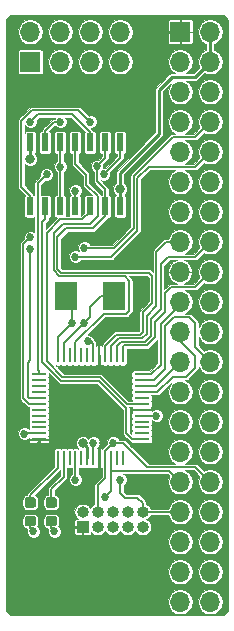
<source format=gtl>
G04 #@! TF.GenerationSoftware,KiCad,Pcbnew,5.0.0-fee4fd1~65~ubuntu18.04.1*
G04 #@! TF.CreationDate,2018-07-31T22:57:32+02:00*
G04 #@! TF.ProjectId,raspi3-4xWS2812,7261737069332D34785753323831322E,rev?*
G04 #@! TF.SameCoordinates,Original*
G04 #@! TF.FileFunction,Copper,L1,Top,Signal*
G04 #@! TF.FilePolarity,Positive*
%FSLAX46Y46*%
G04 Gerber Fmt 4.6, Leading zero omitted, Abs format (unit mm)*
G04 Created by KiCad (PCBNEW 5.0.0-fee4fd1~65~ubuntu18.04.1) date Tue Jul 31 22:57:32 2018*
%MOMM*%
%LPD*%
G01*
G04 APERTURE LIST*
G04 #@! TA.AperFunction,SMDPad,CuDef*
%ADD10R,0.600000X1.500000*%
G04 #@! TD*
G04 #@! TA.AperFunction,ComponentPad*
%ADD11R,1.000000X1.000000*%
G04 #@! TD*
G04 #@! TA.AperFunction,ComponentPad*
%ADD12O,1.000000X1.000000*%
G04 #@! TD*
G04 #@! TA.AperFunction,ComponentPad*
%ADD13R,1.700000X1.700000*%
G04 #@! TD*
G04 #@! TA.AperFunction,ComponentPad*
%ADD14O,1.700000X1.700000*%
G04 #@! TD*
G04 #@! TA.AperFunction,SMDPad,CuDef*
%ADD15R,1.900000X2.400000*%
G04 #@! TD*
G04 #@! TA.AperFunction,Conductor*
%ADD16C,0.100000*%
G04 #@! TD*
G04 #@! TA.AperFunction,SMDPad,CuDef*
%ADD17C,0.875000*%
G04 #@! TD*
G04 #@! TA.AperFunction,SMDPad,CuDef*
%ADD18R,1.300000X0.250000*%
G04 #@! TD*
G04 #@! TA.AperFunction,SMDPad,CuDef*
%ADD19R,0.250000X1.300000*%
G04 #@! TD*
G04 #@! TA.AperFunction,ViaPad*
%ADD20C,0.685800*%
G04 #@! TD*
G04 #@! TA.AperFunction,ViaPad*
%ADD21C,0.800000*%
G04 #@! TD*
G04 #@! TA.AperFunction,Conductor*
%ADD22C,0.152400*%
G04 #@! TD*
G04 #@! TA.AperFunction,Conductor*
%ADD23C,0.250000*%
G04 #@! TD*
G04 APERTURE END LIST*
D10*
G04 #@! TO.P,U2,1*
G04 #@! TO.N,SPI3_MOSI*
X104140000Y-61435000D03*
G04 #@! TO.P,U2,2*
G04 #@! TO.N,INVERT*
X102870000Y-61435000D03*
G04 #@! TO.P,U2,3*
G04 #@! TO.N,Net-(R5-Pad2)*
X101600000Y-61435000D03*
G04 #@! TO.P,U2,4*
G04 #@! TO.N,SPI2_MOSI*
X100330000Y-61435000D03*
G04 #@! TO.P,U2,5*
G04 #@! TO.N,INVERT*
X99060000Y-61435000D03*
G04 #@! TO.P,U2,6*
G04 #@! TO.N,Net-(R6-Pad2)*
X97790000Y-61435000D03*
G04 #@! TO.P,U2,7*
G04 #@! TO.N,GND*
X96520000Y-61435000D03*
G04 #@! TO.P,U2,8*
G04 #@! TO.N,Net-(R7-Pad2)*
X96520000Y-66835000D03*
G04 #@! TO.P,U2,9*
G04 #@! TO.N,SPI1_MOSI*
X97790000Y-66835000D03*
G04 #@! TO.P,U2,10*
G04 #@! TO.N,INVERT*
X99060000Y-66835000D03*
G04 #@! TO.P,U2,11*
G04 #@! TO.N,Net-(R8-Pad2)*
X100330000Y-66835000D03*
G04 #@! TO.P,U2,12*
G04 #@! TO.N,SPI4_MOSI*
X101600000Y-66835000D03*
G04 #@! TO.P,U2,13*
G04 #@! TO.N,INVERT*
X102870000Y-66835000D03*
G04 #@! TO.P,U2,14*
G04 #@! TO.N,+5V*
X104140000Y-66835000D03*
G04 #@! TD*
D11*
G04 #@! TO.P,J1,1*
G04 #@! TO.N,+3V3*
X100965000Y-93980000D03*
D12*
G04 #@! TO.P,J1,2*
G04 #@! TO.N,SWDIO*
X100965000Y-92710000D03*
G04 #@! TO.P,J1,3*
G04 #@! TO.N,GND*
X102235000Y-93980000D03*
G04 #@! TO.P,J1,4*
G04 #@! TO.N,SWCLK*
X102235000Y-92710000D03*
G04 #@! TO.P,J1,5*
G04 #@! TO.N,GND*
X103505000Y-93980000D03*
G04 #@! TO.P,J1,6*
G04 #@! TO.N,Net-(J1-Pad6)*
X103505000Y-92710000D03*
G04 #@! TO.P,J1,7*
G04 #@! TO.N,Net-(J1-Pad7)*
X104775000Y-93980000D03*
G04 #@! TO.P,J1,8*
G04 #@! TO.N,Net-(J1-Pad8)*
X104775000Y-92710000D03*
G04 #@! TO.P,J1,9*
G04 #@! TO.N,GND*
X106045000Y-93980000D03*
G04 #@! TO.P,J1,10*
G04 #@! TO.N,NRST*
X106045000Y-92710000D03*
G04 #@! TD*
D13*
G04 #@! TO.P,J4,1*
G04 #@! TO.N,Net-(J4-Pad1)*
X96520000Y-54610000D03*
D14*
G04 #@! TO.P,J4,2*
G04 #@! TO.N,GND*
X96520000Y-52070000D03*
G04 #@! TO.P,J4,3*
G04 #@! TO.N,Net-(J4-Pad3)*
X99060000Y-54610000D03*
G04 #@! TO.P,J4,4*
G04 #@! TO.N,GND*
X99060000Y-52070000D03*
G04 #@! TO.P,J4,5*
G04 #@! TO.N,Net-(J4-Pad5)*
X101600000Y-54610000D03*
G04 #@! TO.P,J4,6*
G04 #@! TO.N,GND*
X101600000Y-52070000D03*
G04 #@! TO.P,J4,7*
G04 #@! TO.N,Net-(J4-Pad7)*
X104140000Y-54610000D03*
G04 #@! TO.P,J4,8*
G04 #@! TO.N,GND*
X104140000Y-52070000D03*
G04 #@! TD*
D13*
G04 #@! TO.P,J2,1*
G04 #@! TO.N,+3V3*
X109220000Y-52070000D03*
D14*
G04 #@! TO.P,J2,2*
G04 #@! TO.N,+5V*
X111760000Y-52070000D03*
G04 #@! TO.P,J2,3*
G04 #@! TO.N,Net-(J2-Pad3)*
X109220000Y-54610000D03*
G04 #@! TO.P,J2,4*
G04 #@! TO.N,+5V*
X111760000Y-54610000D03*
G04 #@! TO.P,J2,5*
G04 #@! TO.N,Net-(J2-Pad5)*
X109220000Y-57150000D03*
G04 #@! TO.P,J2,6*
G04 #@! TO.N,GND*
X111760000Y-57150000D03*
G04 #@! TO.P,J2,7*
G04 #@! TO.N,Net-(J2-Pad7)*
X109220000Y-59690000D03*
G04 #@! TO.P,J2,8*
G04 #@! TO.N,UART5_RX*
X111760000Y-59690000D03*
G04 #@! TO.P,J2,9*
G04 #@! TO.N,GND*
X109220000Y-62230000D03*
G04 #@! TO.P,J2,10*
G04 #@! TO.N,UART5_TX*
X111760000Y-62230000D03*
G04 #@! TO.P,J2,11*
G04 #@! TO.N,Net-(J2-Pad11)*
X109220000Y-64770000D03*
G04 #@! TO.P,J2,12*
G04 #@! TO.N,Net-(J2-Pad12)*
X111760000Y-64770000D03*
G04 #@! TO.P,J2,13*
G04 #@! TO.N,Net-(J2-Pad13)*
X109220000Y-67310000D03*
G04 #@! TO.P,J2,14*
G04 #@! TO.N,GND*
X111760000Y-67310000D03*
G04 #@! TO.P,J2,15*
G04 #@! TO.N,GPIO_A01*
X109220000Y-69850000D03*
G04 #@! TO.P,J2,16*
G04 #@! TO.N,GPIO_A02*
X111760000Y-69850000D03*
G04 #@! TO.P,J2,17*
G04 #@! TO.N,+3V3*
X109220000Y-72390000D03*
G04 #@! TO.P,J2,18*
G04 #@! TO.N,GPIO_A03*
X111760000Y-72390000D03*
G04 #@! TO.P,J2,19*
G04 #@! TO.N,SPI0_MOSI*
X109220000Y-74930000D03*
G04 #@! TO.P,J2,20*
G04 #@! TO.N,GND*
X111760000Y-74930000D03*
G04 #@! TO.P,J2,21*
G04 #@! TO.N,SPI0_MISO*
X109220000Y-77470000D03*
G04 #@! TO.P,J2,22*
G04 #@! TO.N,Net-(J2-Pad22)*
X111760000Y-77470000D03*
G04 #@! TO.P,J2,23*
G04 #@! TO.N,SPI0_SCK*
X109220000Y-80010000D03*
G04 #@! TO.P,J2,24*
G04 #@! TO.N,SPI0_CS*
X111760000Y-80010000D03*
G04 #@! TO.P,J2,25*
G04 #@! TO.N,GND*
X109220000Y-82550000D03*
G04 #@! TO.P,J2,26*
G04 #@! TO.N,Net-(J2-Pad26)*
X111760000Y-82550000D03*
G04 #@! TO.P,J2,27*
G04 #@! TO.N,Net-(J2-Pad27)*
X109220000Y-85090000D03*
G04 #@! TO.P,J2,28*
G04 #@! TO.N,Net-(J2-Pad28)*
X111760000Y-85090000D03*
G04 #@! TO.P,J2,29*
G04 #@! TO.N,Net-(J2-Pad29)*
X109220000Y-87630000D03*
G04 #@! TO.P,J2,30*
G04 #@! TO.N,GND*
X111760000Y-87630000D03*
G04 #@! TO.P,J2,31*
G04 #@! TO.N,SWDIO*
X109220000Y-90170000D03*
G04 #@! TO.P,J2,32*
G04 #@! TO.N,SWCLK*
X111760000Y-90170000D03*
G04 #@! TO.P,J2,33*
G04 #@! TO.N,NRST*
X109220000Y-92710000D03*
G04 #@! TO.P,J2,34*
G04 #@! TO.N,GND*
X111760000Y-92710000D03*
G04 #@! TO.P,J2,35*
G04 #@! TO.N,Net-(J2-Pad35)*
X109220000Y-95250000D03*
G04 #@! TO.P,J2,36*
G04 #@! TO.N,Net-(J2-Pad36)*
X111760000Y-95250000D03*
G04 #@! TO.P,J2,37*
G04 #@! TO.N,Net-(J2-Pad37)*
X109220000Y-97790000D03*
G04 #@! TO.P,J2,38*
G04 #@! TO.N,Net-(J2-Pad38)*
X111760000Y-97790000D03*
G04 #@! TO.P,J2,39*
G04 #@! TO.N,GND*
X109220000Y-100330000D03*
G04 #@! TO.P,J2,40*
G04 #@! TO.N,Net-(J2-Pad40)*
X111760000Y-100330000D03*
G04 #@! TD*
D15*
G04 #@! TO.P,Y1,1*
G04 #@! TO.N,Net-(C1-Pad1)*
X103650000Y-74422000D03*
G04 #@! TO.P,Y1,2*
G04 #@! TO.N,Net-(C2-Pad1)*
X99550000Y-74422000D03*
G04 #@! TD*
D16*
G04 #@! TO.N,Net-(D1-Pad2)*
G04 #@! TO.C,D1*
G36*
X96797691Y-93061053D02*
X96818926Y-93064203D01*
X96839750Y-93069419D01*
X96859962Y-93076651D01*
X96879368Y-93085830D01*
X96897781Y-93096866D01*
X96915024Y-93109654D01*
X96930930Y-93124070D01*
X96945346Y-93139976D01*
X96958134Y-93157219D01*
X96969170Y-93175632D01*
X96978349Y-93195038D01*
X96985581Y-93215250D01*
X96990797Y-93236074D01*
X96993947Y-93257309D01*
X96995000Y-93278750D01*
X96995000Y-93716250D01*
X96993947Y-93737691D01*
X96990797Y-93758926D01*
X96985581Y-93779750D01*
X96978349Y-93799962D01*
X96969170Y-93819368D01*
X96958134Y-93837781D01*
X96945346Y-93855024D01*
X96930930Y-93870930D01*
X96915024Y-93885346D01*
X96897781Y-93898134D01*
X96879368Y-93909170D01*
X96859962Y-93918349D01*
X96839750Y-93925581D01*
X96818926Y-93930797D01*
X96797691Y-93933947D01*
X96776250Y-93935000D01*
X96263750Y-93935000D01*
X96242309Y-93933947D01*
X96221074Y-93930797D01*
X96200250Y-93925581D01*
X96180038Y-93918349D01*
X96160632Y-93909170D01*
X96142219Y-93898134D01*
X96124976Y-93885346D01*
X96109070Y-93870930D01*
X96094654Y-93855024D01*
X96081866Y-93837781D01*
X96070830Y-93819368D01*
X96061651Y-93799962D01*
X96054419Y-93779750D01*
X96049203Y-93758926D01*
X96046053Y-93737691D01*
X96045000Y-93716250D01*
X96045000Y-93278750D01*
X96046053Y-93257309D01*
X96049203Y-93236074D01*
X96054419Y-93215250D01*
X96061651Y-93195038D01*
X96070830Y-93175632D01*
X96081866Y-93157219D01*
X96094654Y-93139976D01*
X96109070Y-93124070D01*
X96124976Y-93109654D01*
X96142219Y-93096866D01*
X96160632Y-93085830D01*
X96180038Y-93076651D01*
X96200250Y-93069419D01*
X96221074Y-93064203D01*
X96242309Y-93061053D01*
X96263750Y-93060000D01*
X96776250Y-93060000D01*
X96797691Y-93061053D01*
X96797691Y-93061053D01*
G37*
D17*
G04 #@! TD*
G04 #@! TO.P,D1,2*
G04 #@! TO.N,Net-(D1-Pad2)*
X96520000Y-93497500D03*
D16*
G04 #@! TO.N,LED0*
G04 #@! TO.C,D1*
G36*
X96797691Y-91486053D02*
X96818926Y-91489203D01*
X96839750Y-91494419D01*
X96859962Y-91501651D01*
X96879368Y-91510830D01*
X96897781Y-91521866D01*
X96915024Y-91534654D01*
X96930930Y-91549070D01*
X96945346Y-91564976D01*
X96958134Y-91582219D01*
X96969170Y-91600632D01*
X96978349Y-91620038D01*
X96985581Y-91640250D01*
X96990797Y-91661074D01*
X96993947Y-91682309D01*
X96995000Y-91703750D01*
X96995000Y-92141250D01*
X96993947Y-92162691D01*
X96990797Y-92183926D01*
X96985581Y-92204750D01*
X96978349Y-92224962D01*
X96969170Y-92244368D01*
X96958134Y-92262781D01*
X96945346Y-92280024D01*
X96930930Y-92295930D01*
X96915024Y-92310346D01*
X96897781Y-92323134D01*
X96879368Y-92334170D01*
X96859962Y-92343349D01*
X96839750Y-92350581D01*
X96818926Y-92355797D01*
X96797691Y-92358947D01*
X96776250Y-92360000D01*
X96263750Y-92360000D01*
X96242309Y-92358947D01*
X96221074Y-92355797D01*
X96200250Y-92350581D01*
X96180038Y-92343349D01*
X96160632Y-92334170D01*
X96142219Y-92323134D01*
X96124976Y-92310346D01*
X96109070Y-92295930D01*
X96094654Y-92280024D01*
X96081866Y-92262781D01*
X96070830Y-92244368D01*
X96061651Y-92224962D01*
X96054419Y-92204750D01*
X96049203Y-92183926D01*
X96046053Y-92162691D01*
X96045000Y-92141250D01*
X96045000Y-91703750D01*
X96046053Y-91682309D01*
X96049203Y-91661074D01*
X96054419Y-91640250D01*
X96061651Y-91620038D01*
X96070830Y-91600632D01*
X96081866Y-91582219D01*
X96094654Y-91564976D01*
X96109070Y-91549070D01*
X96124976Y-91534654D01*
X96142219Y-91521866D01*
X96160632Y-91510830D01*
X96180038Y-91501651D01*
X96200250Y-91494419D01*
X96221074Y-91489203D01*
X96242309Y-91486053D01*
X96263750Y-91485000D01*
X96776250Y-91485000D01*
X96797691Y-91486053D01*
X96797691Y-91486053D01*
G37*
D17*
G04 #@! TD*
G04 #@! TO.P,D1,1*
G04 #@! TO.N,LED0*
X96520000Y-91922500D03*
D16*
G04 #@! TO.N,LED1*
G04 #@! TO.C,D2*
G36*
X98575691Y-91486053D02*
X98596926Y-91489203D01*
X98617750Y-91494419D01*
X98637962Y-91501651D01*
X98657368Y-91510830D01*
X98675781Y-91521866D01*
X98693024Y-91534654D01*
X98708930Y-91549070D01*
X98723346Y-91564976D01*
X98736134Y-91582219D01*
X98747170Y-91600632D01*
X98756349Y-91620038D01*
X98763581Y-91640250D01*
X98768797Y-91661074D01*
X98771947Y-91682309D01*
X98773000Y-91703750D01*
X98773000Y-92141250D01*
X98771947Y-92162691D01*
X98768797Y-92183926D01*
X98763581Y-92204750D01*
X98756349Y-92224962D01*
X98747170Y-92244368D01*
X98736134Y-92262781D01*
X98723346Y-92280024D01*
X98708930Y-92295930D01*
X98693024Y-92310346D01*
X98675781Y-92323134D01*
X98657368Y-92334170D01*
X98637962Y-92343349D01*
X98617750Y-92350581D01*
X98596926Y-92355797D01*
X98575691Y-92358947D01*
X98554250Y-92360000D01*
X98041750Y-92360000D01*
X98020309Y-92358947D01*
X97999074Y-92355797D01*
X97978250Y-92350581D01*
X97958038Y-92343349D01*
X97938632Y-92334170D01*
X97920219Y-92323134D01*
X97902976Y-92310346D01*
X97887070Y-92295930D01*
X97872654Y-92280024D01*
X97859866Y-92262781D01*
X97848830Y-92244368D01*
X97839651Y-92224962D01*
X97832419Y-92204750D01*
X97827203Y-92183926D01*
X97824053Y-92162691D01*
X97823000Y-92141250D01*
X97823000Y-91703750D01*
X97824053Y-91682309D01*
X97827203Y-91661074D01*
X97832419Y-91640250D01*
X97839651Y-91620038D01*
X97848830Y-91600632D01*
X97859866Y-91582219D01*
X97872654Y-91564976D01*
X97887070Y-91549070D01*
X97902976Y-91534654D01*
X97920219Y-91521866D01*
X97938632Y-91510830D01*
X97958038Y-91501651D01*
X97978250Y-91494419D01*
X97999074Y-91489203D01*
X98020309Y-91486053D01*
X98041750Y-91485000D01*
X98554250Y-91485000D01*
X98575691Y-91486053D01*
X98575691Y-91486053D01*
G37*
D17*
G04 #@! TD*
G04 #@! TO.P,D2,1*
G04 #@! TO.N,LED1*
X98298000Y-91922500D03*
D16*
G04 #@! TO.N,Net-(D2-Pad2)*
G04 #@! TO.C,D2*
G36*
X98575691Y-93061053D02*
X98596926Y-93064203D01*
X98617750Y-93069419D01*
X98637962Y-93076651D01*
X98657368Y-93085830D01*
X98675781Y-93096866D01*
X98693024Y-93109654D01*
X98708930Y-93124070D01*
X98723346Y-93139976D01*
X98736134Y-93157219D01*
X98747170Y-93175632D01*
X98756349Y-93195038D01*
X98763581Y-93215250D01*
X98768797Y-93236074D01*
X98771947Y-93257309D01*
X98773000Y-93278750D01*
X98773000Y-93716250D01*
X98771947Y-93737691D01*
X98768797Y-93758926D01*
X98763581Y-93779750D01*
X98756349Y-93799962D01*
X98747170Y-93819368D01*
X98736134Y-93837781D01*
X98723346Y-93855024D01*
X98708930Y-93870930D01*
X98693024Y-93885346D01*
X98675781Y-93898134D01*
X98657368Y-93909170D01*
X98637962Y-93918349D01*
X98617750Y-93925581D01*
X98596926Y-93930797D01*
X98575691Y-93933947D01*
X98554250Y-93935000D01*
X98041750Y-93935000D01*
X98020309Y-93933947D01*
X97999074Y-93930797D01*
X97978250Y-93925581D01*
X97958038Y-93918349D01*
X97938632Y-93909170D01*
X97920219Y-93898134D01*
X97902976Y-93885346D01*
X97887070Y-93870930D01*
X97872654Y-93855024D01*
X97859866Y-93837781D01*
X97848830Y-93819368D01*
X97839651Y-93799962D01*
X97832419Y-93779750D01*
X97827203Y-93758926D01*
X97824053Y-93737691D01*
X97823000Y-93716250D01*
X97823000Y-93278750D01*
X97824053Y-93257309D01*
X97827203Y-93236074D01*
X97832419Y-93215250D01*
X97839651Y-93195038D01*
X97848830Y-93175632D01*
X97859866Y-93157219D01*
X97872654Y-93139976D01*
X97887070Y-93124070D01*
X97902976Y-93109654D01*
X97920219Y-93096866D01*
X97938632Y-93085830D01*
X97958038Y-93076651D01*
X97978250Y-93069419D01*
X97999074Y-93064203D01*
X98020309Y-93061053D01*
X98041750Y-93060000D01*
X98554250Y-93060000D01*
X98575691Y-93061053D01*
X98575691Y-93061053D01*
G37*
D17*
G04 #@! TD*
G04 #@! TO.P,D2,2*
G04 #@! TO.N,Net-(D2-Pad2)*
X98298000Y-93497500D03*
D18*
G04 #@! TO.P,U1,1*
G04 #@! TO.N,SPI1_MOSI*
X105950000Y-86570000D03*
G04 #@! TO.P,U1,2*
G04 #@! TO.N,Net-(U1-Pad2)*
X105950000Y-86070000D03*
G04 #@! TO.P,U1,3*
G04 #@! TO.N,Net-(U1-Pad3)*
X105950000Y-85570000D03*
G04 #@! TO.P,U1,4*
G04 #@! TO.N,Net-(U1-Pad4)*
X105950000Y-85070000D03*
G04 #@! TO.P,U1,5*
G04 #@! TO.N,GND*
X105950000Y-84570000D03*
G04 #@! TO.P,U1,6*
G04 #@! TO.N,+3V3*
X105950000Y-84070000D03*
G04 #@! TO.P,U1,7*
G04 #@! TO.N,SPI4_MOSI*
X105950000Y-83570000D03*
G04 #@! TO.P,U1,8*
G04 #@! TO.N,Net-(U1-Pad8)*
X105950000Y-83070000D03*
G04 #@! TO.P,U1,9*
G04 #@! TO.N,SPI0_MISO*
X105950000Y-82570000D03*
G04 #@! TO.P,U1,10*
G04 #@! TO.N,SPI0_SCK*
X105950000Y-82070000D03*
G04 #@! TO.P,U1,11*
G04 #@! TO.N,SPI0_CS*
X105950000Y-81570000D03*
G04 #@! TO.P,U1,12*
G04 #@! TO.N,SPI0_MOSI*
X105950000Y-81070000D03*
D19*
G04 #@! TO.P,U1,13*
G04 #@! TO.N,GPIO_A03*
X104350000Y-79470000D03*
G04 #@! TO.P,U1,14*
G04 #@! TO.N,GPIO_A02*
X103850000Y-79470000D03*
G04 #@! TO.P,U1,15*
G04 #@! TO.N,GPIO_A01*
X103350000Y-79470000D03*
G04 #@! TO.P,U1,16*
G04 #@! TO.N,INVERT*
X102850000Y-79470000D03*
G04 #@! TO.P,U1,17*
G04 #@! TO.N,+3V3*
X102350000Y-79470000D03*
G04 #@! TO.P,U1,18*
G04 #@! TO.N,GND*
X101850000Y-79470000D03*
G04 #@! TO.P,U1,19*
G04 #@! TO.N,Net-(U1-Pad19)*
X101350000Y-79470000D03*
G04 #@! TO.P,U1,20*
G04 #@! TO.N,Net-(U1-Pad20)*
X100850000Y-79470000D03*
G04 #@! TO.P,U1,21*
G04 #@! TO.N,SPI2_MOSI*
X100350000Y-79470000D03*
G04 #@! TO.P,U1,22*
G04 #@! TO.N,Net-(U1-Pad22)*
X99850000Y-79470000D03*
G04 #@! TO.P,U1,23*
G04 #@! TO.N,Net-(C1-Pad1)*
X99350000Y-79470000D03*
G04 #@! TO.P,U1,24*
G04 #@! TO.N,Net-(C2-Pad1)*
X98850000Y-79470000D03*
D18*
G04 #@! TO.P,U1,25*
G04 #@! TO.N,SPI3_MOSI*
X97250000Y-81070000D03*
G04 #@! TO.P,U1,26*
G04 #@! TO.N,Net-(U1-Pad26)*
X97250000Y-81570000D03*
G04 #@! TO.P,U1,27*
G04 #@! TO.N,Net-(U1-Pad27)*
X97250000Y-82070000D03*
G04 #@! TO.P,U1,28*
G04 #@! TO.N,Net-(U1-Pad28)*
X97250000Y-82570000D03*
G04 #@! TO.P,U1,29*
G04 #@! TO.N,UART5_TX*
X97250000Y-83070000D03*
G04 #@! TO.P,U1,30*
G04 #@! TO.N,UART5_RX*
X97250000Y-83570000D03*
G04 #@! TO.P,U1,31*
G04 #@! TO.N,Net-(U1-Pad31)*
X97250000Y-84070000D03*
G04 #@! TO.P,U1,32*
G04 #@! TO.N,Net-(U1-Pad32)*
X97250000Y-84570000D03*
G04 #@! TO.P,U1,33*
G04 #@! TO.N,Net-(U1-Pad33)*
X97250000Y-85070000D03*
G04 #@! TO.P,U1,34*
G04 #@! TO.N,Net-(U1-Pad34)*
X97250000Y-85570000D03*
G04 #@! TO.P,U1,35*
G04 #@! TO.N,GND*
X97250000Y-86070000D03*
G04 #@! TO.P,U1,36*
G04 #@! TO.N,+3V3*
X97250000Y-86570000D03*
D19*
G04 #@! TO.P,U1,37*
G04 #@! TO.N,LED0*
X98850000Y-88170000D03*
G04 #@! TO.P,U1,38*
G04 #@! TO.N,LED1*
X99350000Y-88170000D03*
G04 #@! TO.P,U1,39*
G04 #@! TO.N,Net-(U1-Pad39)*
X99850000Y-88170000D03*
G04 #@! TO.P,U1,40*
G04 #@! TO.N,NRST*
X100350000Y-88170000D03*
G04 #@! TO.P,U1,41*
G04 #@! TO.N,Net-(U1-Pad41)*
X100850000Y-88170000D03*
G04 #@! TO.P,U1,42*
G04 #@! TO.N,GND*
X101350000Y-88170000D03*
G04 #@! TO.P,U1,43*
G04 #@! TO.N,Net-(C4-Pad1)*
X101850000Y-88170000D03*
G04 #@! TO.P,U1,44*
G04 #@! TO.N,+3V3*
X102350000Y-88170000D03*
G04 #@! TO.P,U1,45*
G04 #@! TO.N,SWCLK*
X102850000Y-88170000D03*
G04 #@! TO.P,U1,46*
G04 #@! TO.N,SWDIO*
X103350000Y-88170000D03*
G04 #@! TO.P,U1,47*
G04 #@! TO.N,Net-(U1-Pad47)*
X103850000Y-88170000D03*
G04 #@! TO.P,U1,48*
G04 #@! TO.N,Net-(U1-Pad48)*
X104350000Y-88170000D03*
G04 #@! TD*
D20*
G04 #@! TO.N,Net-(C1-Pad1)*
X101092000Y-76708000D03*
G04 #@! TO.N,GND*
X101369112Y-78255112D03*
X107188000Y-84582000D03*
D21*
X100965000Y-86868000D03*
D20*
X96012000Y-86106000D03*
D21*
X96520000Y-62865000D03*
D20*
G04 #@! TO.N,Net-(C2-Pad1)*
X100076000Y-76708000D03*
G04 #@! TO.N,+3V3*
X102363559Y-78231239D03*
X107188000Y-83566000D03*
D21*
X105791000Y-73596500D03*
X105283000Y-71501000D03*
X99631500Y-91884500D03*
X106680004Y-64516000D03*
D20*
X102698526Y-86868000D03*
D21*
X97155000Y-87249000D03*
X105918000Y-79756000D03*
X105791000Y-60579000D03*
G04 #@! TO.N,+5V*
X104140000Y-65404990D03*
D20*
G04 #@! TO.N,Net-(D1-Pad2)*
X96774000Y-94361000D03*
G04 #@! TO.N,Net-(D2-Pad2)*
X98552000Y-94361000D03*
G04 #@! TO.N,SWDIO*
X102870000Y-91440000D03*
G04 #@! TO.N,SWCLK*
X103536739Y-86868000D03*
G04 #@! TO.N,NRST*
X104140000Y-89979500D03*
X100330000Y-89979500D03*
G04 #@! TO.N,UART5_RX*
X96520000Y-69469000D03*
X101092000Y-70358000D03*
G04 #@! TO.N,UART5_TX*
X96520000Y-70485000D03*
X100330000Y-71120000D03*
G04 #@! TO.N,SPI3_MOSI*
X102743000Y-64135000D03*
X97917000Y-64135000D03*
G04 #@! TO.N,INVERT*
X102171499Y-63436501D03*
X99060000Y-63500000D03*
G04 #@! TO.N,Net-(C4-Pad1)*
X101860313Y-86868000D03*
G04 #@! TO.N,Net-(R7-Pad2)*
X101600000Y-59690012D03*
G04 #@! TO.N,Net-(R6-Pad2)*
X99060000Y-59690006D03*
G04 #@! TO.N,Net-(R5-Pad2)*
X96520000Y-59690000D03*
G04 #@! TO.N,Net-(R8-Pad2)*
X100330000Y-65532000D03*
G04 #@! TD*
D22*
G04 #@! TO.N,Net-(C1-Pad1)*
X99350000Y-79470000D02*
X99350000Y-78450000D01*
X99350000Y-78450000D02*
X101092000Y-76708000D01*
X102552500Y-74422000D02*
X103650000Y-74422000D01*
X101600000Y-75374500D02*
X102552500Y-74422000D01*
X101092000Y-76708000D02*
X101600000Y-76200000D01*
X101600000Y-76200000D02*
X101600000Y-75374500D01*
G04 #@! TO.N,GND*
X101850000Y-79470000D02*
X101850000Y-78482000D01*
X101623112Y-78255112D02*
X101369112Y-78255112D01*
X101850000Y-78482000D02*
X101623112Y-78255112D01*
X105950000Y-84570000D02*
X107176000Y-84570000D01*
X107176000Y-84570000D02*
X107188000Y-84582000D01*
D23*
X101350000Y-87253000D02*
X100965000Y-86868000D01*
X101350000Y-88170000D02*
X101350000Y-87253000D01*
D22*
X97250000Y-86070000D02*
X96048000Y-86070000D01*
X96048000Y-86070000D02*
X96012000Y-86106000D01*
D23*
X96520000Y-61435000D02*
X96520000Y-62865000D01*
D22*
G04 #@! TO.N,Net-(C2-Pad1)*
X98850000Y-79470000D02*
X98850000Y-77934000D01*
X98850000Y-77934000D02*
X100076000Y-76708000D01*
X100076000Y-74948000D02*
X99550000Y-74422000D01*
X100076000Y-76708000D02*
X100076000Y-74948000D01*
G04 #@! TO.N,+3V3*
X102350000Y-78244798D02*
X102363559Y-78231239D01*
X102350000Y-79470000D02*
X102350000Y-78244798D01*
D23*
X102827581Y-86247699D02*
X104281699Y-86247699D01*
D22*
X106752400Y-84070000D02*
X107188000Y-83634400D01*
D23*
X105156000Y-87122000D02*
X106934000Y-87122000D01*
X106934000Y-87122000D02*
X107808301Y-86247699D01*
D22*
X105950000Y-84070000D02*
X106752400Y-84070000D01*
X107188000Y-83634400D02*
X107188000Y-83566000D01*
D23*
X107808301Y-86247699D02*
X107808301Y-84186301D01*
X107530899Y-83908899D02*
X107188000Y-83566000D01*
X104281699Y-86247699D02*
X105156000Y-87122000D01*
X107808301Y-84186301D02*
X107530899Y-83908899D01*
X102692213Y-86383067D02*
X102827581Y-86247699D01*
X99631500Y-92450185D02*
X99631500Y-91884500D01*
X100965000Y-93980000D02*
X100215000Y-93980000D01*
X99631500Y-93396500D02*
X99631500Y-92450185D01*
X100215000Y-93980000D02*
X99631500Y-93396500D01*
X100031499Y-91484501D02*
X99631500Y-91884500D01*
X100539499Y-91484501D02*
X100031499Y-91484501D01*
X102350000Y-88170000D02*
X102350000Y-89674000D01*
X102350000Y-89674000D02*
X100539499Y-91484501D01*
X102692213Y-86861687D02*
X102698526Y-86868000D01*
X102692213Y-86868000D02*
X102698526Y-86868000D01*
X102692213Y-86383067D02*
X102692213Y-86861687D01*
X102616000Y-86791787D02*
X102692213Y-86868000D01*
X102698526Y-86921474D02*
X102698526Y-86868000D01*
X102350000Y-87270000D02*
X102698526Y-86921474D01*
X102350000Y-88170000D02*
X102350000Y-87270000D01*
X97250000Y-87154000D02*
X97155000Y-87249000D01*
X97250000Y-86570000D02*
X97250000Y-87154000D01*
X105346500Y-77025500D02*
X103569298Y-77025500D01*
X103569298Y-77025500D02*
X102363559Y-78231239D01*
X105664000Y-76708000D02*
X105346500Y-77025500D01*
X105791000Y-73596500D02*
X105664000Y-73723500D01*
X105664000Y-73723500D02*
X105664000Y-76708000D01*
X105518001Y-80155999D02*
X105918000Y-79756000D01*
X105010001Y-80663999D02*
X105518001Y-80155999D01*
X102350000Y-80370000D02*
X102643999Y-80663999D01*
X102350000Y-79470000D02*
X102350000Y-80370000D01*
X102643999Y-80663999D02*
X105010001Y-80663999D01*
X109220000Y-52070000D02*
X108120000Y-52070000D01*
X105791000Y-60013315D02*
X105791000Y-60579000D01*
X108120000Y-52070000D02*
X105791000Y-54399000D01*
X105791000Y-54399000D02*
X105791000Y-60013315D01*
G04 #@! TO.N,+5V*
X111760000Y-54610000D02*
X111760000Y-52070000D01*
X111760000Y-54610000D02*
X110490000Y-55880000D01*
X104140000Y-64008000D02*
X104140000Y-64839305D01*
X104140000Y-64839305D02*
X104140000Y-65404990D01*
X107442000Y-60706000D02*
X104140000Y-64008000D01*
X107442000Y-56974248D02*
X107442000Y-60706000D01*
X108536248Y-55880000D02*
X107442000Y-56974248D01*
X110490000Y-55880000D02*
X108536248Y-55880000D01*
X104140000Y-66835000D02*
X104140000Y-65404990D01*
D22*
G04 #@! TO.N,Net-(D1-Pad2)*
X96520000Y-93497500D02*
X96520000Y-94107000D01*
X96774000Y-94361000D02*
X96520000Y-94107000D01*
G04 #@! TO.N,Net-(D2-Pad2)*
X98298000Y-93497500D02*
X98298000Y-94107000D01*
X98552000Y-94361000D02*
X98298000Y-94107000D01*
G04 #@! TO.N,SWDIO*
X103212899Y-91097101D02*
X102870000Y-91440000D01*
X103350000Y-89408000D02*
X103350000Y-90960000D01*
X103350000Y-90960000D02*
X103212899Y-91097101D01*
X103759000Y-89217500D02*
X103350000Y-89217500D01*
X103350000Y-89217500D02*
X103350000Y-89408000D01*
X103350000Y-88170000D02*
X103350000Y-89217500D01*
X103759000Y-89217500D02*
X103540500Y-89217500D01*
X108267500Y-89217500D02*
X103759000Y-89217500D01*
X109220000Y-90170000D02*
X108267500Y-89217500D01*
G04 #@! TO.N,SWCLK*
X102235000Y-92710000D02*
X102235000Y-91440000D01*
X102850000Y-89852498D02*
X102850000Y-88972400D01*
X102235000Y-90467498D02*
X102850000Y-89852498D01*
X102235000Y-91440000D02*
X102235000Y-90467498D01*
X102850000Y-88972400D02*
X102850000Y-88170000D01*
X102850000Y-88170000D02*
X102850000Y-87554739D01*
X103193840Y-87210899D02*
X103536739Y-86868000D01*
X104401920Y-86868000D02*
X104021672Y-86868000D01*
X111760000Y-90170000D02*
X110490000Y-88900000D01*
X104021672Y-86868000D02*
X103536739Y-86868000D01*
X110490000Y-88900000D02*
X106433920Y-88900000D01*
X106433920Y-88900000D02*
X104401920Y-86868000D01*
X102850000Y-87554739D02*
X103193840Y-87210899D01*
G04 #@! TO.N,NRST*
X109220000Y-92710000D02*
X106045000Y-92710000D01*
X104140000Y-91122500D02*
X104140000Y-89979500D01*
X104521000Y-91503500D02*
X104140000Y-91122500D01*
X105600500Y-91503500D02*
X104521000Y-91503500D01*
X106045000Y-92710000D02*
X106045000Y-91948000D01*
X106045000Y-91948000D02*
X105600500Y-91503500D01*
X100350000Y-89959500D02*
X100330000Y-89979500D01*
X100350000Y-88170000D02*
X100350000Y-89959500D01*
G04 #@! TO.N,UART5_RX*
X95948499Y-70040501D02*
X96177101Y-69811899D01*
X96177101Y-69811899D02*
X96520000Y-69469000D01*
X96447600Y-83570000D02*
X95948499Y-83070899D01*
X95948499Y-83070899D02*
X95948499Y-70040501D01*
X97250000Y-83570000D02*
X96447600Y-83570000D01*
X101576933Y-70358000D02*
X101092000Y-70358000D01*
X108585000Y-60960000D02*
X105283000Y-64262000D01*
X111760000Y-59690000D02*
X110490000Y-60960000D01*
X105283000Y-64262000D02*
X105283000Y-68707000D01*
X110490000Y-60960000D02*
X108585000Y-60960000D01*
X105283000Y-68707000D02*
X103632000Y-70358000D01*
X103632000Y-70358000D02*
X101576933Y-70358000D01*
G04 #@! TO.N,UART5_TX*
X96520000Y-70969933D02*
X96520000Y-70485000D01*
X96520000Y-79883000D02*
X96520000Y-70969933D01*
X96329500Y-80073500D02*
X96520000Y-79883000D01*
X96329500Y-82951900D02*
X96329500Y-80073500D01*
X97250000Y-83070000D02*
X96447600Y-83070000D01*
X96447600Y-83070000D02*
X96329500Y-82951900D01*
X106553000Y-63500000D02*
X105587809Y-64465191D01*
X103378000Y-71120000D02*
X100814933Y-71120000D01*
X100814933Y-71120000D02*
X100330000Y-71120000D01*
X105587809Y-68910191D02*
X103378000Y-71120000D01*
X111760000Y-62230000D02*
X110490000Y-63500000D01*
X105587809Y-64465191D02*
X105587809Y-68910191D01*
X110490000Y-63500000D02*
X106553000Y-63500000D01*
G04 #@! TO.N,GPIO_A01*
X107188000Y-70679919D02*
X108017919Y-69850000D01*
X108017919Y-69850000D02*
X109220000Y-69850000D01*
X106375934Y-77647066D02*
X106375934Y-76123066D01*
X107188000Y-75311000D02*
X107188000Y-70679919D01*
X104014222Y-78003378D02*
X106019622Y-78003378D01*
X106375934Y-76123066D02*
X107188000Y-75311000D01*
X106019622Y-78003378D02*
X106375934Y-77647066D01*
X103350000Y-79470000D02*
X103350000Y-78667600D01*
X103350000Y-78667600D02*
X104014222Y-78003378D01*
G04 #@! TO.N,GPIO_A02*
X106743500Y-76390500D02*
X107569000Y-75565000D01*
X107569000Y-71755000D02*
X108204000Y-71120000D01*
X106222811Y-78308189D02*
X106743500Y-77787500D01*
X110490000Y-71120000D02*
X110910001Y-70699999D01*
X107569000Y-75565000D02*
X107569000Y-71755000D01*
X104209411Y-78308189D02*
X106222811Y-78308189D01*
X103850000Y-78667600D02*
X104209411Y-78308189D01*
X103850000Y-79470000D02*
X103850000Y-78667600D01*
X106743500Y-77787500D02*
X106743500Y-76390500D01*
X108204000Y-71120000D02*
X110490000Y-71120000D01*
X110910001Y-70699999D02*
X111760000Y-69850000D01*
G04 #@! TO.N,GPIO_A03*
X108458000Y-73660000D02*
X110490000Y-73660000D01*
X107950000Y-74168000D02*
X108458000Y-73660000D01*
X107950000Y-75819000D02*
X107950000Y-74168000D01*
X104350000Y-78720500D02*
X104457500Y-78613000D01*
X104350000Y-79470000D02*
X104350000Y-78720500D01*
X107124500Y-76644500D02*
X107950000Y-75819000D01*
X110490000Y-73660000D02*
X110910001Y-73239999D01*
X104457500Y-78613000D02*
X106426000Y-78613000D01*
X110910001Y-73239999D02*
X111760000Y-72390000D01*
X106426000Y-78613000D02*
X107124500Y-77914500D01*
X107124500Y-77914500D02*
X107124500Y-76644500D01*
G04 #@! TO.N,SPI0_MOSI*
X109220000Y-75184000D02*
X109220000Y-74930000D01*
X107569000Y-80253400D02*
X107569000Y-76835000D01*
X105950000Y-81070000D02*
X106752400Y-81070000D01*
X106752400Y-81070000D02*
X107569000Y-80253400D01*
X107569000Y-76835000D02*
X109220000Y-75184000D01*
G04 #@! TO.N,SPI0_MISO*
X107295000Y-82570000D02*
X108585000Y-81280000D01*
X105950000Y-82570000D02*
X107295000Y-82570000D01*
X108585000Y-81280000D02*
X109728000Y-81280000D01*
X109728000Y-81280000D02*
X110490000Y-80518000D01*
X109220000Y-78232000D02*
X109220000Y-77470000D01*
X110490000Y-79502000D02*
X109220000Y-78232000D01*
X110490000Y-80518000D02*
X110490000Y-79502000D01*
G04 #@! TO.N,SPI0_SCK*
X107160000Y-82070000D02*
X109220000Y-80010000D01*
X105950000Y-82070000D02*
X107160000Y-82070000D01*
G04 #@! TO.N,SPI0_CS*
X110910001Y-79160001D02*
X111760000Y-80010000D01*
X110490000Y-78740000D02*
X110910001Y-79160001D01*
X110490000Y-76708000D02*
X110490000Y-78740000D01*
X107950000Y-76962000D02*
X108712000Y-76200000D01*
X107950000Y-80645000D02*
X107950000Y-76962000D01*
X107025000Y-81570000D02*
X107950000Y-80645000D01*
X108712000Y-76200000D02*
X109982000Y-76200000D01*
X105950000Y-81570000D02*
X107025000Y-81570000D01*
X109982000Y-76200000D02*
X110490000Y-76708000D01*
G04 #@! TO.N,SPI1_MOSI*
X104648000Y-86070400D02*
X104648000Y-83938809D01*
X99136933Y-81597500D02*
X97536000Y-79996567D01*
X97790000Y-67737400D02*
X97790000Y-66835000D01*
X97790000Y-67945000D02*
X97790000Y-67737400D01*
X102306691Y-81597500D02*
X99136933Y-81597500D01*
X105147600Y-86570000D02*
X104648000Y-86070400D01*
X97536000Y-79996567D02*
X97536000Y-68199000D01*
X104648000Y-83938809D02*
X102306691Y-81597500D01*
X97536000Y-68199000D02*
X97790000Y-67945000D01*
X105950000Y-86570000D02*
X105147600Y-86570000D01*
G04 #@! TO.N,SPI4_MOSI*
X99060000Y-67945000D02*
X100940000Y-67945000D01*
X101600000Y-67285000D02*
X101600000Y-66835000D01*
X99250500Y-81280000D02*
X97917000Y-79946500D01*
X102420258Y-81280000D02*
X99250500Y-81280000D01*
X97917000Y-79946500D02*
X97917000Y-69088000D01*
X105950000Y-83570000D02*
X104710258Y-83570000D01*
X97917000Y-69088000D02*
X99060000Y-67945000D01*
X104710258Y-83570000D02*
X102420258Y-81280000D01*
X100940000Y-67945000D02*
X101600000Y-67285000D01*
G04 #@! TO.N,SPI2_MOSI*
X104902000Y-73152000D02*
X104508309Y-72758309D01*
X102235000Y-67661482D02*
X102235000Y-66008518D01*
X104902000Y-75692000D02*
X104902000Y-73152000D01*
X100330000Y-63246000D02*
X100330000Y-61435000D01*
X98501190Y-69138810D02*
X99314000Y-68326000D01*
X98997243Y-72758309D02*
X98501190Y-72262256D01*
X104648000Y-75946000D02*
X104902000Y-75692000D01*
X102743000Y-75946000D02*
X104648000Y-75946000D01*
X100350000Y-79470000D02*
X100350000Y-78339000D01*
X100350000Y-78339000D02*
X102743000Y-75946000D01*
X104508309Y-72758309D02*
X98997243Y-72758309D01*
X98501190Y-72262256D02*
X98501190Y-69138810D01*
X99314000Y-68326000D02*
X101570482Y-68326000D01*
X101570482Y-68326000D02*
X102235000Y-67661482D01*
X102235000Y-66008518D02*
X101250482Y-65024000D01*
X101250482Y-65024000D02*
X101250482Y-64166482D01*
X101250482Y-64166482D02*
X100330000Y-63246000D01*
G04 #@! TO.N,SPI3_MOSI*
X104140000Y-62738000D02*
X103085899Y-63792101D01*
X103085899Y-63792101D02*
X102743000Y-64135000D01*
X104140000Y-61595000D02*
X104140000Y-62738000D01*
X97250000Y-81070000D02*
X97250000Y-80792600D01*
X97155000Y-80697600D02*
X97155000Y-64897000D01*
X97155000Y-64897000D02*
X97574101Y-64477899D01*
X97250000Y-80792600D02*
X97155000Y-80697600D01*
X97574101Y-64477899D02*
X97917000Y-64135000D01*
G04 #@! TO.N,LED0*
X96520000Y-91313000D02*
X96520000Y-91385000D01*
X98850000Y-88170000D02*
X98850000Y-88983000D01*
X98850000Y-88983000D02*
X96520000Y-91313000D01*
X96520000Y-91385000D02*
X96520000Y-91922500D01*
G04 #@! TO.N,LED1*
X99350000Y-88170000D02*
X99350000Y-89753000D01*
X99350000Y-89753000D02*
X98298000Y-90805000D01*
X98298000Y-90805000D02*
X98298000Y-91922500D01*
G04 #@! TO.N,INVERT*
X99060000Y-66835000D02*
X99060000Y-65932600D01*
X99060000Y-65932600D02*
X99060000Y-65151000D01*
X99060000Y-65151000D02*
X99060000Y-63119000D01*
X99060000Y-63119000D02*
X99060000Y-61435000D01*
X99060000Y-64770000D02*
X99060000Y-65151000D01*
X102171499Y-63436501D02*
X102870000Y-62738000D01*
X102870000Y-62738000D02*
X102870000Y-61435000D01*
X102171499Y-64706499D02*
X102171499Y-63436501D01*
X102870000Y-66835000D02*
X102870000Y-65405000D01*
X102870000Y-65405000D02*
X102171499Y-64706499D01*
X102870000Y-67691000D02*
X102870000Y-66835000D01*
X101854000Y-68707000D02*
X102870000Y-67691000D01*
X99568000Y-68707000D02*
X101854000Y-68707000D01*
X98806000Y-69469000D02*
X99568000Y-68707000D01*
X98806000Y-72136000D02*
X98806000Y-69469000D01*
X99123500Y-72453500D02*
X98806000Y-72136000D01*
X106553000Y-72453500D02*
X99123500Y-72453500D01*
X106870500Y-74993500D02*
X106870500Y-72771000D01*
X102850000Y-78667600D02*
X103819033Y-77698567D01*
X106870500Y-72771000D02*
X106553000Y-72453500D01*
X102850000Y-79470000D02*
X102850000Y-78667600D01*
X105816433Y-77698567D02*
X106045000Y-77470000D01*
X103819033Y-77698567D02*
X105816433Y-77698567D01*
X106045000Y-77470000D02*
X106045000Y-75819000D01*
X106045000Y-75819000D02*
X106870500Y-74993500D01*
G04 #@! TO.N,Net-(C4-Pad1)*
X101850000Y-88170000D02*
X101850000Y-86878313D01*
X101850000Y-86878313D02*
X101860313Y-86868000D01*
G04 #@! TO.N,Net-(R7-Pad2)*
X101257101Y-59347113D02*
X101600000Y-59690012D01*
X96520000Y-65932600D02*
X95758000Y-65170600D01*
X96520000Y-66835000D02*
X96520000Y-65932600D01*
X95758000Y-59606178D02*
X96677490Y-58686688D01*
X95758000Y-65170600D02*
X95758000Y-59606178D01*
X96677490Y-58686688D02*
X100596676Y-58686688D01*
X100596676Y-58686688D02*
X101257101Y-59347113D01*
G04 #@! TO.N,Net-(R6-Pad2)*
X98551994Y-59690006D02*
X99060000Y-59690006D01*
X97790000Y-61435000D02*
X97790000Y-60452000D01*
X97790000Y-60452000D02*
X98551994Y-59690006D01*
G04 #@! TO.N,Net-(R5-Pad2)*
X97155000Y-59055000D02*
X96520000Y-59690000D01*
X100076000Y-59055000D02*
X97155000Y-59055000D01*
X101600000Y-61435000D02*
X101600000Y-60579000D01*
X101600000Y-60579000D02*
X100076000Y-59055000D01*
G04 #@! TO.N,Net-(R8-Pad2)*
X100330000Y-66835000D02*
X100330000Y-65532000D01*
G04 #@! TD*
D16*
G04 #@! TO.N,+3V3*
G36*
X113288000Y-51030554D02*
X113288001Y-101115445D01*
X112934402Y-101469046D01*
X94845509Y-101476955D01*
X94484000Y-101115448D01*
X94484000Y-100330000D01*
X108146983Y-100330000D01*
X108228662Y-100740626D01*
X108461262Y-101088738D01*
X108809374Y-101321338D01*
X109116352Y-101382400D01*
X109323648Y-101382400D01*
X109630626Y-101321338D01*
X109978738Y-101088738D01*
X110211338Y-100740626D01*
X110293017Y-100330000D01*
X110686983Y-100330000D01*
X110768662Y-100740626D01*
X111001262Y-101088738D01*
X111349374Y-101321338D01*
X111656352Y-101382400D01*
X111863648Y-101382400D01*
X112170626Y-101321338D01*
X112518738Y-101088738D01*
X112751338Y-100740626D01*
X112833017Y-100330000D01*
X112751338Y-99919374D01*
X112518738Y-99571262D01*
X112170626Y-99338662D01*
X111863648Y-99277600D01*
X111656352Y-99277600D01*
X111349374Y-99338662D01*
X111001262Y-99571262D01*
X110768662Y-99919374D01*
X110686983Y-100330000D01*
X110293017Y-100330000D01*
X110211338Y-99919374D01*
X109978738Y-99571262D01*
X109630626Y-99338662D01*
X109323648Y-99277600D01*
X109116352Y-99277600D01*
X108809374Y-99338662D01*
X108461262Y-99571262D01*
X108228662Y-99919374D01*
X108146983Y-100330000D01*
X94484000Y-100330000D01*
X94484000Y-97790000D01*
X108146983Y-97790000D01*
X108228662Y-98200626D01*
X108461262Y-98548738D01*
X108809374Y-98781338D01*
X109116352Y-98842400D01*
X109323648Y-98842400D01*
X109630626Y-98781338D01*
X109978738Y-98548738D01*
X110211338Y-98200626D01*
X110293017Y-97790000D01*
X110686983Y-97790000D01*
X110768662Y-98200626D01*
X111001262Y-98548738D01*
X111349374Y-98781338D01*
X111656352Y-98842400D01*
X111863648Y-98842400D01*
X112170626Y-98781338D01*
X112518738Y-98548738D01*
X112751338Y-98200626D01*
X112833017Y-97790000D01*
X112751338Y-97379374D01*
X112518738Y-97031262D01*
X112170626Y-96798662D01*
X111863648Y-96737600D01*
X111656352Y-96737600D01*
X111349374Y-96798662D01*
X111001262Y-97031262D01*
X110768662Y-97379374D01*
X110686983Y-97790000D01*
X110293017Y-97790000D01*
X110211338Y-97379374D01*
X109978738Y-97031262D01*
X109630626Y-96798662D01*
X109323648Y-96737600D01*
X109116352Y-96737600D01*
X108809374Y-96798662D01*
X108461262Y-97031262D01*
X108228662Y-97379374D01*
X108146983Y-97790000D01*
X94484000Y-97790000D01*
X94484000Y-95250000D01*
X108146983Y-95250000D01*
X108228662Y-95660626D01*
X108461262Y-96008738D01*
X108809374Y-96241338D01*
X109116352Y-96302400D01*
X109323648Y-96302400D01*
X109630626Y-96241338D01*
X109978738Y-96008738D01*
X110211338Y-95660626D01*
X110293017Y-95250000D01*
X110686983Y-95250000D01*
X110768662Y-95660626D01*
X111001262Y-96008738D01*
X111349374Y-96241338D01*
X111656352Y-96302400D01*
X111863648Y-96302400D01*
X112170626Y-96241338D01*
X112518738Y-96008738D01*
X112751338Y-95660626D01*
X112833017Y-95250000D01*
X112751338Y-94839374D01*
X112518738Y-94491262D01*
X112170626Y-94258662D01*
X111863648Y-94197600D01*
X111656352Y-94197600D01*
X111349374Y-94258662D01*
X111001262Y-94491262D01*
X110768662Y-94839374D01*
X110686983Y-95250000D01*
X110293017Y-95250000D01*
X110211338Y-94839374D01*
X109978738Y-94491262D01*
X109630626Y-94258662D01*
X109323648Y-94197600D01*
X109116352Y-94197600D01*
X108809374Y-94258662D01*
X108461262Y-94491262D01*
X108228662Y-94839374D01*
X108146983Y-95250000D01*
X94484000Y-95250000D01*
X94484000Y-93278750D01*
X95838635Y-93278750D01*
X95838635Y-93716250D01*
X95870995Y-93878934D01*
X95963148Y-94016852D01*
X96101066Y-94109005D01*
X96241915Y-94137022D01*
X96253150Y-94193505D01*
X96228700Y-94252533D01*
X96228700Y-94469467D01*
X96311717Y-94669888D01*
X96465112Y-94823283D01*
X96665533Y-94906300D01*
X96882467Y-94906300D01*
X97082888Y-94823283D01*
X97236283Y-94669888D01*
X97319300Y-94469467D01*
X97319300Y-94252533D01*
X97236283Y-94052112D01*
X97126588Y-93942417D01*
X97169005Y-93878934D01*
X97201365Y-93716250D01*
X97201365Y-93278750D01*
X97616635Y-93278750D01*
X97616635Y-93716250D01*
X97648995Y-93878934D01*
X97741148Y-94016852D01*
X97879066Y-94109005D01*
X98019915Y-94137022D01*
X98031150Y-94193505D01*
X98006700Y-94252533D01*
X98006700Y-94469467D01*
X98089717Y-94669888D01*
X98243112Y-94823283D01*
X98443533Y-94906300D01*
X98660467Y-94906300D01*
X98860888Y-94823283D01*
X99014283Y-94669888D01*
X99097300Y-94469467D01*
X99097300Y-94252533D01*
X99015480Y-94055000D01*
X100265000Y-94055000D01*
X100265000Y-94519782D01*
X100295448Y-94593290D01*
X100351709Y-94649551D01*
X100425217Y-94680000D01*
X100890000Y-94680000D01*
X100940000Y-94630000D01*
X100940000Y-94005000D01*
X100315000Y-94005000D01*
X100265000Y-94055000D01*
X99015480Y-94055000D01*
X99014283Y-94052112D01*
X98904588Y-93942417D01*
X98947005Y-93878934D01*
X98979365Y-93716250D01*
X98979365Y-93278750D01*
X98947005Y-93116066D01*
X98854852Y-92978148D01*
X98716934Y-92885995D01*
X98554250Y-92853635D01*
X98041750Y-92853635D01*
X97879066Y-92885995D01*
X97741148Y-92978148D01*
X97648995Y-93116066D01*
X97616635Y-93278750D01*
X97201365Y-93278750D01*
X97169005Y-93116066D01*
X97076852Y-92978148D01*
X96938934Y-92885995D01*
X96776250Y-92853635D01*
X96263750Y-92853635D01*
X96101066Y-92885995D01*
X95963148Y-92978148D01*
X95870995Y-93116066D01*
X95838635Y-93278750D01*
X94484000Y-93278750D01*
X94484000Y-92710000D01*
X100248840Y-92710000D01*
X100303354Y-92984063D01*
X100458598Y-93216402D01*
X100553779Y-93280000D01*
X100425217Y-93280000D01*
X100351709Y-93310449D01*
X100295448Y-93366710D01*
X100265000Y-93440218D01*
X100265000Y-93905000D01*
X100315000Y-93955000D01*
X100940000Y-93955000D01*
X100940000Y-93935000D01*
X100990000Y-93935000D01*
X100990000Y-93955000D01*
X101010000Y-93955000D01*
X101010000Y-94005000D01*
X100990000Y-94005000D01*
X100990000Y-94630000D01*
X101040000Y-94680000D01*
X101504783Y-94680000D01*
X101578291Y-94649551D01*
X101634552Y-94593290D01*
X101665000Y-94519782D01*
X101665000Y-94391221D01*
X101728598Y-94486402D01*
X101960937Y-94641646D01*
X102165823Y-94682400D01*
X102304177Y-94682400D01*
X102509063Y-94641646D01*
X102741402Y-94486402D01*
X102870000Y-94293942D01*
X102998598Y-94486402D01*
X103230937Y-94641646D01*
X103435823Y-94682400D01*
X103574177Y-94682400D01*
X103779063Y-94641646D01*
X104011402Y-94486402D01*
X104140000Y-94293942D01*
X104268598Y-94486402D01*
X104500937Y-94641646D01*
X104705823Y-94682400D01*
X104844177Y-94682400D01*
X105049063Y-94641646D01*
X105281402Y-94486402D01*
X105410000Y-94293942D01*
X105538598Y-94486402D01*
X105770937Y-94641646D01*
X105975823Y-94682400D01*
X106114177Y-94682400D01*
X106319063Y-94641646D01*
X106551402Y-94486402D01*
X106706646Y-94254063D01*
X106761160Y-93980000D01*
X106706646Y-93705937D01*
X106551402Y-93473598D01*
X106358942Y-93345000D01*
X106551402Y-93216402D01*
X106703614Y-92988600D01*
X108202400Y-92988600D01*
X108228662Y-93120626D01*
X108461262Y-93468738D01*
X108809374Y-93701338D01*
X109116352Y-93762400D01*
X109323648Y-93762400D01*
X109630626Y-93701338D01*
X109978738Y-93468738D01*
X110211338Y-93120626D01*
X110293017Y-92710000D01*
X110686983Y-92710000D01*
X110768662Y-93120626D01*
X111001262Y-93468738D01*
X111349374Y-93701338D01*
X111656352Y-93762400D01*
X111863648Y-93762400D01*
X112170626Y-93701338D01*
X112518738Y-93468738D01*
X112751338Y-93120626D01*
X112833017Y-92710000D01*
X112751338Y-92299374D01*
X112518738Y-91951262D01*
X112170626Y-91718662D01*
X111863648Y-91657600D01*
X111656352Y-91657600D01*
X111349374Y-91718662D01*
X111001262Y-91951262D01*
X110768662Y-92299374D01*
X110686983Y-92710000D01*
X110293017Y-92710000D01*
X110211338Y-92299374D01*
X109978738Y-91951262D01*
X109630626Y-91718662D01*
X109323648Y-91657600D01*
X109116352Y-91657600D01*
X108809374Y-91718662D01*
X108461262Y-91951262D01*
X108228662Y-92299374D01*
X108202400Y-92431400D01*
X106703614Y-92431400D01*
X106551402Y-92203598D01*
X106323600Y-92051386D01*
X106323600Y-91975434D01*
X106329057Y-91948000D01*
X106323600Y-91920566D01*
X106323600Y-91920561D01*
X106307435Y-91839296D01*
X106245859Y-91747141D01*
X106222599Y-91731599D01*
X105816902Y-91325903D01*
X105801359Y-91302641D01*
X105709204Y-91241065D01*
X105627939Y-91224900D01*
X105627934Y-91224900D01*
X105600500Y-91219443D01*
X105573066Y-91224900D01*
X104636399Y-91224900D01*
X104418600Y-91007101D01*
X104418600Y-90454329D01*
X104448888Y-90441783D01*
X104602283Y-90288388D01*
X104685300Y-90087967D01*
X104685300Y-89871033D01*
X104602283Y-89670612D01*
X104448888Y-89517217D01*
X104397907Y-89496100D01*
X108152101Y-89496100D01*
X108303449Y-89647448D01*
X108228662Y-89759374D01*
X108146983Y-90170000D01*
X108228662Y-90580626D01*
X108461262Y-90928738D01*
X108809374Y-91161338D01*
X109116352Y-91222400D01*
X109323648Y-91222400D01*
X109630626Y-91161338D01*
X109978738Y-90928738D01*
X110211338Y-90580626D01*
X110293017Y-90170000D01*
X110211338Y-89759374D01*
X109978738Y-89411262D01*
X109630626Y-89178662D01*
X109630314Y-89178600D01*
X110374601Y-89178600D01*
X110843448Y-89647448D01*
X110768662Y-89759374D01*
X110686983Y-90170000D01*
X110768662Y-90580626D01*
X111001262Y-90928738D01*
X111349374Y-91161338D01*
X111656352Y-91222400D01*
X111863648Y-91222400D01*
X112170626Y-91161338D01*
X112518738Y-90928738D01*
X112751338Y-90580626D01*
X112833017Y-90170000D01*
X112751338Y-89759374D01*
X112518738Y-89411262D01*
X112170626Y-89178662D01*
X111863648Y-89117600D01*
X111656352Y-89117600D01*
X111349374Y-89178662D01*
X111237448Y-89253448D01*
X110706402Y-88722403D01*
X110690859Y-88699141D01*
X110598704Y-88637565D01*
X110517439Y-88621400D01*
X110517434Y-88621400D01*
X110490000Y-88615943D01*
X110462566Y-88621400D01*
X109630314Y-88621400D01*
X109630626Y-88621338D01*
X109978738Y-88388738D01*
X110211338Y-88040626D01*
X110293017Y-87630000D01*
X110686983Y-87630000D01*
X110768662Y-88040626D01*
X111001262Y-88388738D01*
X111349374Y-88621338D01*
X111656352Y-88682400D01*
X111863648Y-88682400D01*
X112170626Y-88621338D01*
X112518738Y-88388738D01*
X112751338Y-88040626D01*
X112833017Y-87630000D01*
X112751338Y-87219374D01*
X112518738Y-86871262D01*
X112170626Y-86638662D01*
X111863648Y-86577600D01*
X111656352Y-86577600D01*
X111349374Y-86638662D01*
X111001262Y-86871262D01*
X110768662Y-87219374D01*
X110686983Y-87630000D01*
X110293017Y-87630000D01*
X110211338Y-87219374D01*
X109978738Y-86871262D01*
X109630626Y-86638662D01*
X109323648Y-86577600D01*
X109116352Y-86577600D01*
X108809374Y-86638662D01*
X108461262Y-86871262D01*
X108228662Y-87219374D01*
X108146983Y-87630000D01*
X108228662Y-88040626D01*
X108461262Y-88388738D01*
X108809374Y-88621338D01*
X108809686Y-88621400D01*
X106549320Y-88621400D01*
X104618322Y-86690403D01*
X104602779Y-86667141D01*
X104510624Y-86605565D01*
X104429359Y-86589400D01*
X104429354Y-86589400D01*
X104401920Y-86583943D01*
X104374486Y-86589400D01*
X104011568Y-86589400D01*
X103999022Y-86559112D01*
X103845627Y-86405717D01*
X103645206Y-86322700D01*
X103428272Y-86322700D01*
X103227851Y-86405717D01*
X103074456Y-86559112D01*
X102991439Y-86759533D01*
X102991439Y-86976467D01*
X103003984Y-87006755D01*
X102690178Y-87320562D01*
X102646028Y-87329344D01*
X102598765Y-87360923D01*
X102588291Y-87350449D01*
X102514783Y-87320000D01*
X102425000Y-87320000D01*
X102375000Y-87370000D01*
X102375000Y-88145000D01*
X102395000Y-88145000D01*
X102395000Y-88195000D01*
X102375000Y-88195000D01*
X102375000Y-88970000D01*
X102425000Y-89020000D01*
X102514783Y-89020000D01*
X102571400Y-88996548D01*
X102571400Y-88999838D01*
X102571401Y-88999843D01*
X102571400Y-89737098D01*
X102057401Y-90251098D01*
X102034142Y-90266639D01*
X102018600Y-90289899D01*
X102018598Y-90289901D01*
X101972566Y-90358794D01*
X101967075Y-90386401D01*
X101950943Y-90467498D01*
X101956401Y-90494936D01*
X101956400Y-91467438D01*
X101956401Y-91467443D01*
X101956401Y-92051385D01*
X101728598Y-92203598D01*
X101600000Y-92396058D01*
X101471402Y-92203598D01*
X101239063Y-92048354D01*
X101034177Y-92007600D01*
X100895823Y-92007600D01*
X100690937Y-92048354D01*
X100458598Y-92203598D01*
X100303354Y-92435937D01*
X100248840Y-92710000D01*
X94484000Y-92710000D01*
X94484000Y-91703750D01*
X95838635Y-91703750D01*
X95838635Y-92141250D01*
X95870995Y-92303934D01*
X95963148Y-92441852D01*
X96101066Y-92534005D01*
X96263750Y-92566365D01*
X96776250Y-92566365D01*
X96938934Y-92534005D01*
X97076852Y-92441852D01*
X97169005Y-92303934D01*
X97201365Y-92141250D01*
X97201365Y-91703750D01*
X97169005Y-91541066D01*
X97076852Y-91403148D01*
X96938934Y-91310995D01*
X96919808Y-91307191D01*
X99027599Y-89199401D01*
X99050859Y-89183859D01*
X99071401Y-89153116D01*
X99071401Y-89637599D01*
X98120403Y-90588598D01*
X98097141Y-90604141D01*
X98035565Y-90696297D01*
X98019400Y-90777562D01*
X98019400Y-90777566D01*
X98013943Y-90805000D01*
X98019400Y-90832434D01*
X98019400Y-91283081D01*
X97879066Y-91310995D01*
X97741148Y-91403148D01*
X97648995Y-91541066D01*
X97616635Y-91703750D01*
X97616635Y-92141250D01*
X97648995Y-92303934D01*
X97741148Y-92441852D01*
X97879066Y-92534005D01*
X98041750Y-92566365D01*
X98554250Y-92566365D01*
X98716934Y-92534005D01*
X98854852Y-92441852D01*
X98947005Y-92303934D01*
X98979365Y-92141250D01*
X98979365Y-91703750D01*
X98947005Y-91541066D01*
X98854852Y-91403148D01*
X98716934Y-91310995D01*
X98576600Y-91283081D01*
X98576600Y-90920399D01*
X99527599Y-89969401D01*
X99550859Y-89953859D01*
X99612435Y-89861704D01*
X99628600Y-89780439D01*
X99628600Y-89780435D01*
X99634057Y-89753000D01*
X99628600Y-89725565D01*
X99628600Y-88999011D01*
X99646028Y-89010656D01*
X99725000Y-89026365D01*
X99975000Y-89026365D01*
X100053972Y-89010656D01*
X100071400Y-88999011D01*
X100071401Y-89496387D01*
X100021112Y-89517217D01*
X99867717Y-89670612D01*
X99784700Y-89871033D01*
X99784700Y-90087967D01*
X99867717Y-90288388D01*
X100021112Y-90441783D01*
X100221533Y-90524800D01*
X100438467Y-90524800D01*
X100638888Y-90441783D01*
X100792283Y-90288388D01*
X100875300Y-90087967D01*
X100875300Y-89871033D01*
X100792283Y-89670612D01*
X100638888Y-89517217D01*
X100628600Y-89512956D01*
X100628600Y-88999011D01*
X100646028Y-89010656D01*
X100725000Y-89026365D01*
X100975000Y-89026365D01*
X101053972Y-89010656D01*
X101100000Y-88979901D01*
X101146028Y-89010656D01*
X101225000Y-89026365D01*
X101475000Y-89026365D01*
X101553972Y-89010656D01*
X101600000Y-88979901D01*
X101646028Y-89010656D01*
X101725000Y-89026365D01*
X101975000Y-89026365D01*
X102053972Y-89010656D01*
X102101235Y-88979077D01*
X102111709Y-88989551D01*
X102185217Y-89020000D01*
X102275000Y-89020000D01*
X102325000Y-88970000D01*
X102325000Y-88195000D01*
X102305000Y-88195000D01*
X102305000Y-88145000D01*
X102325000Y-88145000D01*
X102325000Y-87370000D01*
X102275000Y-87320000D01*
X102185217Y-87320000D01*
X102175430Y-87324054D01*
X102322596Y-87176888D01*
X102405613Y-86976467D01*
X102405613Y-86759533D01*
X102322596Y-86559112D01*
X102169201Y-86405717D01*
X101968780Y-86322700D01*
X101751846Y-86322700D01*
X101551425Y-86405717D01*
X101453032Y-86504110D01*
X101306232Y-86357310D01*
X101084825Y-86265600D01*
X100845175Y-86265600D01*
X100623768Y-86357310D01*
X100454310Y-86526768D01*
X100362600Y-86748175D01*
X100362600Y-86987825D01*
X100454310Y-87209232D01*
X100603103Y-87358025D01*
X100600000Y-87360099D01*
X100553972Y-87329344D01*
X100475000Y-87313635D01*
X100225000Y-87313635D01*
X100146028Y-87329344D01*
X100100000Y-87360099D01*
X100053972Y-87329344D01*
X99975000Y-87313635D01*
X99725000Y-87313635D01*
X99646028Y-87329344D01*
X99600000Y-87360099D01*
X99553972Y-87329344D01*
X99475000Y-87313635D01*
X99225000Y-87313635D01*
X99146028Y-87329344D01*
X99100000Y-87360099D01*
X99053972Y-87329344D01*
X98975000Y-87313635D01*
X98725000Y-87313635D01*
X98646028Y-87329344D01*
X98579078Y-87374078D01*
X98534344Y-87441028D01*
X98518635Y-87520000D01*
X98518635Y-88820000D01*
X98534344Y-88898972D01*
X98536621Y-88902379D01*
X96342403Y-91096598D01*
X96319141Y-91112141D01*
X96257565Y-91204297D01*
X96241914Y-91282978D01*
X96101066Y-91310995D01*
X95963148Y-91403148D01*
X95870995Y-91541066D01*
X95838635Y-91703750D01*
X94484000Y-91703750D01*
X94484000Y-85997533D01*
X95466700Y-85997533D01*
X95466700Y-86214467D01*
X95549717Y-86414888D01*
X95703112Y-86568283D01*
X95903533Y-86651300D01*
X96120467Y-86651300D01*
X96135676Y-86645000D01*
X96400000Y-86645000D01*
X96400000Y-86734783D01*
X96430449Y-86808291D01*
X96486710Y-86864552D01*
X96560218Y-86895000D01*
X97175000Y-86895000D01*
X97225000Y-86845000D01*
X97225000Y-86595000D01*
X97275000Y-86595000D01*
X97275000Y-86845000D01*
X97325000Y-86895000D01*
X97939782Y-86895000D01*
X98013290Y-86864552D01*
X98069551Y-86808291D01*
X98100000Y-86734783D01*
X98100000Y-86645000D01*
X98050000Y-86595000D01*
X97275000Y-86595000D01*
X97225000Y-86595000D01*
X96450000Y-86595000D01*
X96400000Y-86645000D01*
X96135676Y-86645000D01*
X96320888Y-86568283D01*
X96400000Y-86489171D01*
X96400000Y-86495000D01*
X96450000Y-86545000D01*
X97225000Y-86545000D01*
X97225000Y-86525000D01*
X97275000Y-86525000D01*
X97275000Y-86545000D01*
X98050000Y-86545000D01*
X98100000Y-86495000D01*
X98100000Y-86405217D01*
X98069551Y-86331709D01*
X98059077Y-86321235D01*
X98090656Y-86273972D01*
X98106365Y-86195000D01*
X98106365Y-85945000D01*
X98090656Y-85866028D01*
X98059901Y-85820000D01*
X98090656Y-85773972D01*
X98106365Y-85695000D01*
X98106365Y-85445000D01*
X98090656Y-85366028D01*
X98059901Y-85320000D01*
X98090656Y-85273972D01*
X98106365Y-85195000D01*
X98106365Y-84945000D01*
X98090656Y-84866028D01*
X98059901Y-84820000D01*
X98090656Y-84773972D01*
X98106365Y-84695000D01*
X98106365Y-84445000D01*
X98090656Y-84366028D01*
X98059901Y-84320000D01*
X98090656Y-84273972D01*
X98106365Y-84195000D01*
X98106365Y-83945000D01*
X98090656Y-83866028D01*
X98059901Y-83820000D01*
X98090656Y-83773972D01*
X98106365Y-83695000D01*
X98106365Y-83445000D01*
X98090656Y-83366028D01*
X98059901Y-83320000D01*
X98090656Y-83273972D01*
X98106365Y-83195000D01*
X98106365Y-82945000D01*
X98090656Y-82866028D01*
X98059901Y-82820000D01*
X98090656Y-82773972D01*
X98106365Y-82695000D01*
X98106365Y-82445000D01*
X98090656Y-82366028D01*
X98059901Y-82320000D01*
X98090656Y-82273972D01*
X98106365Y-82195000D01*
X98106365Y-81945000D01*
X98090656Y-81866028D01*
X98059901Y-81820000D01*
X98090656Y-81773972D01*
X98106365Y-81695000D01*
X98106365Y-81445000D01*
X98090656Y-81366028D01*
X98059901Y-81320000D01*
X98090656Y-81273972D01*
X98106365Y-81195000D01*
X98106365Y-80960931D01*
X98920532Y-81775099D01*
X98936074Y-81798359D01*
X98959334Y-81813901D01*
X98959335Y-81813902D01*
X98987071Y-81832434D01*
X99028229Y-81859935D01*
X99109494Y-81876100D01*
X99109498Y-81876100D01*
X99136932Y-81881557D01*
X99164366Y-81876100D01*
X102191292Y-81876100D01*
X104369401Y-84054210D01*
X104369400Y-86042966D01*
X104363943Y-86070400D01*
X104369400Y-86097834D01*
X104369400Y-86097838D01*
X104385565Y-86179103D01*
X104447141Y-86271259D01*
X104470403Y-86286802D01*
X104931199Y-86747599D01*
X104946741Y-86770859D01*
X104970001Y-86786401D01*
X104970002Y-86786402D01*
X105002762Y-86808291D01*
X105038896Y-86832435D01*
X105120161Y-86848600D01*
X105120165Y-86848600D01*
X105147599Y-86854057D01*
X105167740Y-86850051D01*
X105221028Y-86885656D01*
X105300000Y-86901365D01*
X106600000Y-86901365D01*
X106678972Y-86885656D01*
X106745922Y-86840922D01*
X106790656Y-86773972D01*
X106806365Y-86695000D01*
X106806365Y-86445000D01*
X106790656Y-86366028D01*
X106759901Y-86320000D01*
X106790656Y-86273972D01*
X106806365Y-86195000D01*
X106806365Y-85945000D01*
X106790656Y-85866028D01*
X106759901Y-85820000D01*
X106790656Y-85773972D01*
X106806365Y-85695000D01*
X106806365Y-85445000D01*
X106790656Y-85366028D01*
X106759901Y-85320000D01*
X106790656Y-85273972D01*
X106806365Y-85195000D01*
X106806365Y-84971536D01*
X106879112Y-85044283D01*
X107079533Y-85127300D01*
X107296467Y-85127300D01*
X107386517Y-85090000D01*
X108146983Y-85090000D01*
X108228662Y-85500626D01*
X108461262Y-85848738D01*
X108809374Y-86081338D01*
X109116352Y-86142400D01*
X109323648Y-86142400D01*
X109630626Y-86081338D01*
X109978738Y-85848738D01*
X110211338Y-85500626D01*
X110293017Y-85090000D01*
X110686983Y-85090000D01*
X110768662Y-85500626D01*
X111001262Y-85848738D01*
X111349374Y-86081338D01*
X111656352Y-86142400D01*
X111863648Y-86142400D01*
X112170626Y-86081338D01*
X112518738Y-85848738D01*
X112751338Y-85500626D01*
X112833017Y-85090000D01*
X112751338Y-84679374D01*
X112518738Y-84331262D01*
X112170626Y-84098662D01*
X111863648Y-84037600D01*
X111656352Y-84037600D01*
X111349374Y-84098662D01*
X111001262Y-84331262D01*
X110768662Y-84679374D01*
X110686983Y-85090000D01*
X110293017Y-85090000D01*
X110211338Y-84679374D01*
X109978738Y-84331262D01*
X109630626Y-84098662D01*
X109323648Y-84037600D01*
X109116352Y-84037600D01*
X108809374Y-84098662D01*
X108461262Y-84331262D01*
X108228662Y-84679374D01*
X108146983Y-85090000D01*
X107386517Y-85090000D01*
X107496888Y-85044283D01*
X107650283Y-84890888D01*
X107733300Y-84690467D01*
X107733300Y-84473533D01*
X107650283Y-84273112D01*
X107496888Y-84119717D01*
X107296467Y-84036700D01*
X107079533Y-84036700D01*
X106879112Y-84119717D01*
X106800000Y-84198829D01*
X106800000Y-84145000D01*
X106750000Y-84095000D01*
X105975000Y-84095000D01*
X105975000Y-84115000D01*
X105925000Y-84115000D01*
X105925000Y-84095000D01*
X105150000Y-84095000D01*
X105100000Y-84145000D01*
X105100000Y-84234783D01*
X105130449Y-84308291D01*
X105140923Y-84318765D01*
X105109344Y-84366028D01*
X105093635Y-84445000D01*
X105093635Y-84695000D01*
X105109344Y-84773972D01*
X105140099Y-84820000D01*
X105109344Y-84866028D01*
X105093635Y-84945000D01*
X105093635Y-85195000D01*
X105109344Y-85273972D01*
X105140099Y-85320000D01*
X105109344Y-85366028D01*
X105093635Y-85445000D01*
X105093635Y-85695000D01*
X105109344Y-85773972D01*
X105140099Y-85820000D01*
X105109344Y-85866028D01*
X105093635Y-85945000D01*
X105093635Y-86122036D01*
X104926600Y-85955001D01*
X104926600Y-83966243D01*
X104932057Y-83938809D01*
X104926600Y-83911375D01*
X104926600Y-83911370D01*
X104914114Y-83848600D01*
X105123452Y-83848600D01*
X105100000Y-83905217D01*
X105100000Y-83995000D01*
X105150000Y-84045000D01*
X105925000Y-84045000D01*
X105925000Y-84025000D01*
X105975000Y-84025000D01*
X105975000Y-84045000D01*
X106750000Y-84045000D01*
X106800000Y-83995000D01*
X106800000Y-83905217D01*
X106769551Y-83831709D01*
X106759077Y-83821235D01*
X106790656Y-83773972D01*
X106806365Y-83695000D01*
X106806365Y-83445000D01*
X106790656Y-83366028D01*
X106759901Y-83320000D01*
X106790656Y-83273972D01*
X106806365Y-83195000D01*
X106806365Y-82945000D01*
X106790656Y-82866028D01*
X106779011Y-82848600D01*
X107267566Y-82848600D01*
X107295000Y-82854057D01*
X107322434Y-82848600D01*
X107322439Y-82848600D01*
X107403704Y-82832435D01*
X107495859Y-82770859D01*
X107511403Y-82747596D01*
X108448224Y-81810775D01*
X108228662Y-82139374D01*
X108146983Y-82550000D01*
X108228662Y-82960626D01*
X108461262Y-83308738D01*
X108809374Y-83541338D01*
X109116352Y-83602400D01*
X109323648Y-83602400D01*
X109630626Y-83541338D01*
X109978738Y-83308738D01*
X110211338Y-82960626D01*
X110293017Y-82550000D01*
X110686983Y-82550000D01*
X110768662Y-82960626D01*
X111001262Y-83308738D01*
X111349374Y-83541338D01*
X111656352Y-83602400D01*
X111863648Y-83602400D01*
X112170626Y-83541338D01*
X112518738Y-83308738D01*
X112751338Y-82960626D01*
X112833017Y-82550000D01*
X112751338Y-82139374D01*
X112518738Y-81791262D01*
X112170626Y-81558662D01*
X111863648Y-81497600D01*
X111656352Y-81497600D01*
X111349374Y-81558662D01*
X111001262Y-81791262D01*
X110768662Y-82139374D01*
X110686983Y-82550000D01*
X110293017Y-82550000D01*
X110211338Y-82139374D01*
X109978738Y-81791262D01*
X109630626Y-81558662D01*
X109630314Y-81558600D01*
X109700566Y-81558600D01*
X109728000Y-81564057D01*
X109755434Y-81558600D01*
X109755439Y-81558600D01*
X109836704Y-81542435D01*
X109928859Y-81480859D01*
X109944402Y-81457597D01*
X110667600Y-80734400D01*
X110690859Y-80718859D01*
X110721877Y-80672438D01*
X110752435Y-80626705D01*
X110759390Y-80591741D01*
X110768600Y-80545439D01*
X110768600Y-80545435D01*
X110774057Y-80518000D01*
X110768600Y-80490565D01*
X110768600Y-80420314D01*
X110768662Y-80420626D01*
X111001262Y-80768738D01*
X111349374Y-81001338D01*
X111656352Y-81062400D01*
X111863648Y-81062400D01*
X112170626Y-81001338D01*
X112518738Y-80768738D01*
X112751338Y-80420626D01*
X112833017Y-80010000D01*
X112751338Y-79599374D01*
X112518738Y-79251262D01*
X112170626Y-79018662D01*
X111863648Y-78957600D01*
X111656352Y-78957600D01*
X111349374Y-79018662D01*
X111237448Y-79093448D01*
X111126405Y-78982406D01*
X111126403Y-78982403D01*
X110768600Y-78624601D01*
X110768600Y-77880314D01*
X110768662Y-77880626D01*
X111001262Y-78228738D01*
X111349374Y-78461338D01*
X111656352Y-78522400D01*
X111863648Y-78522400D01*
X112170626Y-78461338D01*
X112518738Y-78228738D01*
X112751338Y-77880626D01*
X112833017Y-77470000D01*
X112751338Y-77059374D01*
X112518738Y-76711262D01*
X112170626Y-76478662D01*
X111863648Y-76417600D01*
X111656352Y-76417600D01*
X111349374Y-76478662D01*
X111001262Y-76711262D01*
X110768662Y-77059374D01*
X110768600Y-77059686D01*
X110768600Y-76735433D01*
X110774057Y-76707999D01*
X110768600Y-76680565D01*
X110768600Y-76680561D01*
X110752435Y-76599296D01*
X110690859Y-76507141D01*
X110667597Y-76491598D01*
X110198403Y-76022404D01*
X110182859Y-75999141D01*
X110090704Y-75937565D01*
X110009439Y-75921400D01*
X110009434Y-75921400D01*
X109982000Y-75915943D01*
X109954566Y-75921400D01*
X109630314Y-75921400D01*
X109630626Y-75921338D01*
X109978738Y-75688738D01*
X110211338Y-75340626D01*
X110293017Y-74930000D01*
X110686983Y-74930000D01*
X110768662Y-75340626D01*
X111001262Y-75688738D01*
X111349374Y-75921338D01*
X111656352Y-75982400D01*
X111863648Y-75982400D01*
X112170626Y-75921338D01*
X112518738Y-75688738D01*
X112751338Y-75340626D01*
X112833017Y-74930000D01*
X112751338Y-74519374D01*
X112518738Y-74171262D01*
X112170626Y-73938662D01*
X111863648Y-73877600D01*
X111656352Y-73877600D01*
X111349374Y-73938662D01*
X111001262Y-74171262D01*
X110768662Y-74519374D01*
X110686983Y-74930000D01*
X110293017Y-74930000D01*
X110211338Y-74519374D01*
X109978738Y-74171262D01*
X109630626Y-73938662D01*
X109630314Y-73938600D01*
X110462566Y-73938600D01*
X110490000Y-73944057D01*
X110517434Y-73938600D01*
X110517439Y-73938600D01*
X110598704Y-73922435D01*
X110690859Y-73860859D01*
X110706402Y-73837597D01*
X111126403Y-73417597D01*
X111126405Y-73417594D01*
X111237448Y-73306552D01*
X111349374Y-73381338D01*
X111656352Y-73442400D01*
X111863648Y-73442400D01*
X112170626Y-73381338D01*
X112518738Y-73148738D01*
X112751338Y-72800626D01*
X112833017Y-72390000D01*
X112751338Y-71979374D01*
X112518738Y-71631262D01*
X112170626Y-71398662D01*
X111863648Y-71337600D01*
X111656352Y-71337600D01*
X111349374Y-71398662D01*
X111001262Y-71631262D01*
X110768662Y-71979374D01*
X110686983Y-72390000D01*
X110768662Y-72800626D01*
X110843448Y-72912552D01*
X110732406Y-73023595D01*
X110732403Y-73023597D01*
X110374601Y-73381400D01*
X109513570Y-73381400D01*
X109789785Y-73271959D01*
X110083924Y-72986777D01*
X110246538Y-72610741D01*
X110252868Y-72578902D01*
X110219687Y-72415000D01*
X109245000Y-72415000D01*
X109245000Y-72435000D01*
X109195000Y-72435000D01*
X109195000Y-72415000D01*
X108220313Y-72415000D01*
X108187132Y-72578902D01*
X108193462Y-72610741D01*
X108356076Y-72986777D01*
X108650215Y-73271959D01*
X108926430Y-73381400D01*
X108485433Y-73381400D01*
X108457999Y-73375943D01*
X108430565Y-73381400D01*
X108430561Y-73381400D01*
X108349296Y-73397565D01*
X108257141Y-73459141D01*
X108241598Y-73482403D01*
X107847600Y-73876401D01*
X107847600Y-71870399D01*
X108319400Y-71398600D01*
X108926430Y-71398600D01*
X108650215Y-71508041D01*
X108356076Y-71793223D01*
X108193462Y-72169259D01*
X108187132Y-72201098D01*
X108220313Y-72365000D01*
X109195000Y-72365000D01*
X109195000Y-72345000D01*
X109245000Y-72345000D01*
X109245000Y-72365000D01*
X110219687Y-72365000D01*
X110252868Y-72201098D01*
X110246538Y-72169259D01*
X110083924Y-71793223D01*
X109789785Y-71508041D01*
X109513570Y-71398600D01*
X110462566Y-71398600D01*
X110490000Y-71404057D01*
X110517434Y-71398600D01*
X110517439Y-71398600D01*
X110598704Y-71382435D01*
X110690859Y-71320859D01*
X110706402Y-71297597D01*
X111126403Y-70877597D01*
X111126405Y-70877594D01*
X111237448Y-70766552D01*
X111349374Y-70841338D01*
X111656352Y-70902400D01*
X111863648Y-70902400D01*
X112170626Y-70841338D01*
X112518738Y-70608738D01*
X112751338Y-70260626D01*
X112833017Y-69850000D01*
X112751338Y-69439374D01*
X112518738Y-69091262D01*
X112170626Y-68858662D01*
X111863648Y-68797600D01*
X111656352Y-68797600D01*
X111349374Y-68858662D01*
X111001262Y-69091262D01*
X110768662Y-69439374D01*
X110686983Y-69850000D01*
X110768662Y-70260626D01*
X110843448Y-70372552D01*
X110732406Y-70483595D01*
X110732403Y-70483597D01*
X110374601Y-70841400D01*
X109630314Y-70841400D01*
X109630626Y-70841338D01*
X109978738Y-70608738D01*
X110211338Y-70260626D01*
X110293017Y-69850000D01*
X110211338Y-69439374D01*
X109978738Y-69091262D01*
X109630626Y-68858662D01*
X109323648Y-68797600D01*
X109116352Y-68797600D01*
X108809374Y-68858662D01*
X108461262Y-69091262D01*
X108228662Y-69439374D01*
X108202400Y-69571400D01*
X108045354Y-69571400D01*
X108017919Y-69565943D01*
X107990484Y-69571400D01*
X107990480Y-69571400D01*
X107926030Y-69584220D01*
X107909214Y-69587565D01*
X107840321Y-69633598D01*
X107840320Y-69633599D01*
X107817060Y-69649141D01*
X107801518Y-69672401D01*
X107010401Y-70463519D01*
X106987142Y-70479060D01*
X106971600Y-70502320D01*
X106971598Y-70502322D01*
X106933822Y-70558859D01*
X106925566Y-70571215D01*
X106915776Y-70620434D01*
X106903943Y-70679919D01*
X106909401Y-70707358D01*
X106909401Y-72415901D01*
X106769402Y-72275903D01*
X106753859Y-72252641D01*
X106661704Y-72191065D01*
X106580439Y-72174900D01*
X106580434Y-72174900D01*
X106553000Y-72169443D01*
X106525566Y-72174900D01*
X99238900Y-72174900D01*
X99084600Y-72020601D01*
X99084600Y-71011533D01*
X99784700Y-71011533D01*
X99784700Y-71228467D01*
X99867717Y-71428888D01*
X100021112Y-71582283D01*
X100221533Y-71665300D01*
X100438467Y-71665300D01*
X100638888Y-71582283D01*
X100792283Y-71428888D01*
X100804829Y-71398600D01*
X103350566Y-71398600D01*
X103378000Y-71404057D01*
X103405434Y-71398600D01*
X103405439Y-71398600D01*
X103486704Y-71382435D01*
X103578859Y-71320859D01*
X103594402Y-71297597D01*
X105765408Y-69126592D01*
X105788668Y-69111050D01*
X105822404Y-69060561D01*
X105850244Y-69018896D01*
X105860082Y-68969435D01*
X105866409Y-68937630D01*
X105866409Y-68937626D01*
X105871866Y-68910191D01*
X105866409Y-68882756D01*
X105866409Y-67310000D01*
X108146983Y-67310000D01*
X108228662Y-67720626D01*
X108461262Y-68068738D01*
X108809374Y-68301338D01*
X109116352Y-68362400D01*
X109323648Y-68362400D01*
X109630626Y-68301338D01*
X109978738Y-68068738D01*
X110211338Y-67720626D01*
X110293017Y-67310000D01*
X110686983Y-67310000D01*
X110768662Y-67720626D01*
X111001262Y-68068738D01*
X111349374Y-68301338D01*
X111656352Y-68362400D01*
X111863648Y-68362400D01*
X112170626Y-68301338D01*
X112518738Y-68068738D01*
X112751338Y-67720626D01*
X112833017Y-67310000D01*
X112751338Y-66899374D01*
X112518738Y-66551262D01*
X112170626Y-66318662D01*
X111863648Y-66257600D01*
X111656352Y-66257600D01*
X111349374Y-66318662D01*
X111001262Y-66551262D01*
X110768662Y-66899374D01*
X110686983Y-67310000D01*
X110293017Y-67310000D01*
X110211338Y-66899374D01*
X109978738Y-66551262D01*
X109630626Y-66318662D01*
X109323648Y-66257600D01*
X109116352Y-66257600D01*
X108809374Y-66318662D01*
X108461262Y-66551262D01*
X108228662Y-66899374D01*
X108146983Y-67310000D01*
X105866409Y-67310000D01*
X105866409Y-64580590D01*
X106668400Y-63778600D01*
X108809686Y-63778600D01*
X108809374Y-63778662D01*
X108461262Y-64011262D01*
X108228662Y-64359374D01*
X108146983Y-64770000D01*
X108228662Y-65180626D01*
X108461262Y-65528738D01*
X108809374Y-65761338D01*
X109116352Y-65822400D01*
X109323648Y-65822400D01*
X109630626Y-65761338D01*
X109978738Y-65528738D01*
X110211338Y-65180626D01*
X110293017Y-64770000D01*
X110686983Y-64770000D01*
X110768662Y-65180626D01*
X111001262Y-65528738D01*
X111349374Y-65761338D01*
X111656352Y-65822400D01*
X111863648Y-65822400D01*
X112170626Y-65761338D01*
X112518738Y-65528738D01*
X112751338Y-65180626D01*
X112833017Y-64770000D01*
X112751338Y-64359374D01*
X112518738Y-64011262D01*
X112170626Y-63778662D01*
X111863648Y-63717600D01*
X111656352Y-63717600D01*
X111349374Y-63778662D01*
X111001262Y-64011262D01*
X110768662Y-64359374D01*
X110686983Y-64770000D01*
X110293017Y-64770000D01*
X110211338Y-64359374D01*
X109978738Y-64011262D01*
X109630626Y-63778662D01*
X109630314Y-63778600D01*
X110462566Y-63778600D01*
X110490000Y-63784057D01*
X110517434Y-63778600D01*
X110517439Y-63778600D01*
X110598704Y-63762435D01*
X110690859Y-63700859D01*
X110706402Y-63677597D01*
X111237448Y-63146552D01*
X111349374Y-63221338D01*
X111656352Y-63282400D01*
X111863648Y-63282400D01*
X112170626Y-63221338D01*
X112518738Y-62988738D01*
X112751338Y-62640626D01*
X112833017Y-62230000D01*
X112751338Y-61819374D01*
X112518738Y-61471262D01*
X112170626Y-61238662D01*
X111863648Y-61177600D01*
X111656352Y-61177600D01*
X111349374Y-61238662D01*
X111001262Y-61471262D01*
X110768662Y-61819374D01*
X110686983Y-62230000D01*
X110768662Y-62640626D01*
X110843448Y-62752552D01*
X110374601Y-63221400D01*
X109630314Y-63221400D01*
X109630626Y-63221338D01*
X109978738Y-62988738D01*
X110211338Y-62640626D01*
X110293017Y-62230000D01*
X110211338Y-61819374D01*
X109978738Y-61471262D01*
X109630626Y-61238662D01*
X109630314Y-61238600D01*
X110462566Y-61238600D01*
X110490000Y-61244057D01*
X110517434Y-61238600D01*
X110517439Y-61238600D01*
X110598704Y-61222435D01*
X110690859Y-61160859D01*
X110706402Y-61137597D01*
X111237448Y-60606552D01*
X111349374Y-60681338D01*
X111656352Y-60742400D01*
X111863648Y-60742400D01*
X112170626Y-60681338D01*
X112518738Y-60448738D01*
X112751338Y-60100626D01*
X112833017Y-59690000D01*
X112751338Y-59279374D01*
X112518738Y-58931262D01*
X112170626Y-58698662D01*
X111863648Y-58637600D01*
X111656352Y-58637600D01*
X111349374Y-58698662D01*
X111001262Y-58931262D01*
X110768662Y-59279374D01*
X110686983Y-59690000D01*
X110768662Y-60100626D01*
X110843448Y-60212552D01*
X110374601Y-60681400D01*
X109630314Y-60681400D01*
X109630626Y-60681338D01*
X109978738Y-60448738D01*
X110211338Y-60100626D01*
X110293017Y-59690000D01*
X110211338Y-59279374D01*
X109978738Y-58931262D01*
X109630626Y-58698662D01*
X109323648Y-58637600D01*
X109116352Y-58637600D01*
X108809374Y-58698662D01*
X108461262Y-58931262D01*
X108228662Y-59279374D01*
X108146983Y-59690000D01*
X108228662Y-60100626D01*
X108461262Y-60448738D01*
X108809374Y-60681338D01*
X108809686Y-60681400D01*
X108612433Y-60681400D01*
X108584999Y-60675943D01*
X108557565Y-60681400D01*
X108557561Y-60681400D01*
X108476296Y-60697565D01*
X108476294Y-60697566D01*
X108476295Y-60697566D01*
X108407402Y-60743598D01*
X108407401Y-60743599D01*
X108384141Y-60759141D01*
X108368599Y-60782401D01*
X105105403Y-64045598D01*
X105082141Y-64061141D01*
X105020565Y-64153297D01*
X105004400Y-64234562D01*
X105004400Y-64234566D01*
X104998943Y-64262000D01*
X105004400Y-64289434D01*
X105004401Y-68591599D01*
X103516601Y-70079400D01*
X101566829Y-70079400D01*
X101554283Y-70049112D01*
X101400888Y-69895717D01*
X101200467Y-69812700D01*
X100983533Y-69812700D01*
X100783112Y-69895717D01*
X100629717Y-70049112D01*
X100546700Y-70249533D01*
X100546700Y-70466467D01*
X100623232Y-70651232D01*
X100438467Y-70574700D01*
X100221533Y-70574700D01*
X100021112Y-70657717D01*
X99867717Y-70811112D01*
X99784700Y-71011533D01*
X99084600Y-71011533D01*
X99084600Y-69584399D01*
X99683400Y-68985600D01*
X101826566Y-68985600D01*
X101854000Y-68991057D01*
X101881434Y-68985600D01*
X101881439Y-68985600D01*
X101962704Y-68969435D01*
X102054859Y-68907859D01*
X102070402Y-68884597D01*
X103047600Y-67907400D01*
X103070859Y-67891859D01*
X103090583Y-67862341D01*
X103132434Y-67799705D01*
X103132435Y-67799704D01*
X103134094Y-67791365D01*
X103170000Y-67791365D01*
X103248972Y-67775656D01*
X103315922Y-67730922D01*
X103360656Y-67663972D01*
X103376365Y-67585000D01*
X103376365Y-66085000D01*
X103360656Y-66006028D01*
X103315922Y-65939078D01*
X103248972Y-65894344D01*
X103170000Y-65878635D01*
X103148600Y-65878635D01*
X103148600Y-65432435D01*
X103154057Y-65405000D01*
X103148600Y-65377565D01*
X103148600Y-65377561D01*
X103132435Y-65296296D01*
X103124998Y-65285165D01*
X103537600Y-65285165D01*
X103537600Y-65524815D01*
X103629310Y-65746222D01*
X103774710Y-65891622D01*
X103761028Y-65894344D01*
X103694078Y-65939078D01*
X103649344Y-66006028D01*
X103633635Y-66085000D01*
X103633635Y-67585000D01*
X103649344Y-67663972D01*
X103694078Y-67730922D01*
X103761028Y-67775656D01*
X103840000Y-67791365D01*
X104440000Y-67791365D01*
X104518972Y-67775656D01*
X104585922Y-67730922D01*
X104630656Y-67663972D01*
X104646365Y-67585000D01*
X104646365Y-66085000D01*
X104630656Y-66006028D01*
X104585922Y-65939078D01*
X104518972Y-65894344D01*
X104505290Y-65891622D01*
X104650690Y-65746222D01*
X104742400Y-65524815D01*
X104742400Y-65285165D01*
X104650690Y-65063758D01*
X104481232Y-64894300D01*
X104467400Y-64888571D01*
X104467400Y-64143613D01*
X107650708Y-60960306D01*
X107678042Y-60942042D01*
X107750404Y-60833745D01*
X107769400Y-60738245D01*
X107769400Y-60738241D01*
X107775813Y-60706001D01*
X107769400Y-60673760D01*
X107769400Y-57109861D01*
X108407422Y-56471840D01*
X108228662Y-56739374D01*
X108146983Y-57150000D01*
X108228662Y-57560626D01*
X108461262Y-57908738D01*
X108809374Y-58141338D01*
X109116352Y-58202400D01*
X109323648Y-58202400D01*
X109630626Y-58141338D01*
X109978738Y-57908738D01*
X110211338Y-57560626D01*
X110293017Y-57150000D01*
X110686983Y-57150000D01*
X110768662Y-57560626D01*
X111001262Y-57908738D01*
X111349374Y-58141338D01*
X111656352Y-58202400D01*
X111863648Y-58202400D01*
X112170626Y-58141338D01*
X112518738Y-57908738D01*
X112751338Y-57560626D01*
X112833017Y-57150000D01*
X112751338Y-56739374D01*
X112518738Y-56391262D01*
X112170626Y-56158662D01*
X111863648Y-56097600D01*
X111656352Y-56097600D01*
X111349374Y-56158662D01*
X111001262Y-56391262D01*
X110768662Y-56739374D01*
X110686983Y-57150000D01*
X110293017Y-57150000D01*
X110211338Y-56739374D01*
X109978738Y-56391262D01*
X109703568Y-56207400D01*
X110457760Y-56207400D01*
X110490000Y-56213813D01*
X110522240Y-56207400D01*
X110522245Y-56207400D01*
X110617745Y-56188404D01*
X110726042Y-56116042D01*
X110744308Y-56088705D01*
X111278819Y-55554195D01*
X111349374Y-55601338D01*
X111656352Y-55662400D01*
X111863648Y-55662400D01*
X112170626Y-55601338D01*
X112518738Y-55368738D01*
X112751338Y-55020626D01*
X112833017Y-54610000D01*
X112751338Y-54199374D01*
X112518738Y-53851262D01*
X112170626Y-53618662D01*
X112087400Y-53602107D01*
X112087400Y-53077893D01*
X112170626Y-53061338D01*
X112518738Y-52828738D01*
X112751338Y-52480626D01*
X112833017Y-52070000D01*
X112751338Y-51659374D01*
X112518738Y-51311262D01*
X112170626Y-51078662D01*
X111863648Y-51017600D01*
X111656352Y-51017600D01*
X111349374Y-51078662D01*
X111001262Y-51311262D01*
X110768662Y-51659374D01*
X110686983Y-52070000D01*
X110768662Y-52480626D01*
X111001262Y-52828738D01*
X111349374Y-53061338D01*
X111432601Y-53077893D01*
X111432600Y-53602107D01*
X111349374Y-53618662D01*
X111001262Y-53851262D01*
X110768662Y-54199374D01*
X110686983Y-54610000D01*
X110768662Y-55020626D01*
X110815805Y-55091181D01*
X110354387Y-55552600D01*
X109703568Y-55552600D01*
X109978738Y-55368738D01*
X110211338Y-55020626D01*
X110293017Y-54610000D01*
X110211338Y-54199374D01*
X109978738Y-53851262D01*
X109630626Y-53618662D01*
X109323648Y-53557600D01*
X109116352Y-53557600D01*
X108809374Y-53618662D01*
X108461262Y-53851262D01*
X108228662Y-54199374D01*
X108146983Y-54610000D01*
X108228662Y-55020626D01*
X108461262Y-55368738D01*
X108736432Y-55552600D01*
X108568487Y-55552600D01*
X108536247Y-55546187D01*
X108504007Y-55552600D01*
X108504003Y-55552600D01*
X108408503Y-55571596D01*
X108300206Y-55643958D01*
X108281942Y-55671292D01*
X107233295Y-56719940D01*
X107205958Y-56738206D01*
X107133596Y-56846504D01*
X107114600Y-56942004D01*
X107114600Y-56942008D01*
X107108187Y-56974248D01*
X107114600Y-57006488D01*
X107114601Y-60570385D01*
X103931295Y-63753692D01*
X103903958Y-63771958D01*
X103831596Y-63880256D01*
X103812600Y-63975756D01*
X103812600Y-63975760D01*
X103806187Y-64008000D01*
X103812600Y-64040241D01*
X103812601Y-64807056D01*
X103812600Y-64807061D01*
X103812600Y-64888571D01*
X103798768Y-64894300D01*
X103629310Y-65063758D01*
X103537600Y-65285165D01*
X103124998Y-65285165D01*
X103107985Y-65259704D01*
X103086402Y-65227402D01*
X103086401Y-65227401D01*
X103070859Y-65204141D01*
X103047599Y-65188599D01*
X102471959Y-64612960D01*
X102634533Y-64680300D01*
X102851467Y-64680300D01*
X103051888Y-64597283D01*
X103205283Y-64443888D01*
X103288300Y-64243467D01*
X103288300Y-64026533D01*
X103275754Y-63996245D01*
X103302300Y-63969699D01*
X104317599Y-62954401D01*
X104340859Y-62938859D01*
X104402435Y-62846704D01*
X104418600Y-62765439D01*
X104418600Y-62765434D01*
X104424057Y-62738000D01*
X104418600Y-62710566D01*
X104418600Y-62391365D01*
X104440000Y-62391365D01*
X104518972Y-62375656D01*
X104585922Y-62330922D01*
X104630656Y-62263972D01*
X104646365Y-62185000D01*
X104646365Y-60685000D01*
X104630656Y-60606028D01*
X104585922Y-60539078D01*
X104518972Y-60494344D01*
X104440000Y-60478635D01*
X103840000Y-60478635D01*
X103761028Y-60494344D01*
X103694078Y-60539078D01*
X103649344Y-60606028D01*
X103633635Y-60685000D01*
X103633635Y-62185000D01*
X103649344Y-62263972D01*
X103694078Y-62330922D01*
X103761028Y-62375656D01*
X103840000Y-62391365D01*
X103861401Y-62391365D01*
X103861401Y-62622599D01*
X102908301Y-63575700D01*
X102881755Y-63602246D01*
X102851467Y-63589700D01*
X102698270Y-63589700D01*
X102716799Y-63544968D01*
X102716799Y-63328034D01*
X102704253Y-63297746D01*
X103047600Y-62954400D01*
X103070859Y-62938859D01*
X103132435Y-62846704D01*
X103148600Y-62765439D01*
X103148600Y-62765435D01*
X103154057Y-62738000D01*
X103148600Y-62710565D01*
X103148600Y-62391365D01*
X103170000Y-62391365D01*
X103248972Y-62375656D01*
X103315922Y-62330922D01*
X103360656Y-62263972D01*
X103376365Y-62185000D01*
X103376365Y-60685000D01*
X103360656Y-60606028D01*
X103315922Y-60539078D01*
X103248972Y-60494344D01*
X103170000Y-60478635D01*
X102570000Y-60478635D01*
X102491028Y-60494344D01*
X102424078Y-60539078D01*
X102379344Y-60606028D01*
X102363635Y-60685000D01*
X102363635Y-62185000D01*
X102379344Y-62263972D01*
X102424078Y-62330922D01*
X102491028Y-62375656D01*
X102570000Y-62391365D01*
X102591400Y-62391365D01*
X102591400Y-62622600D01*
X102310254Y-62903747D01*
X102279966Y-62891201D01*
X102063032Y-62891201D01*
X101862611Y-62974218D01*
X101709216Y-63127613D01*
X101626199Y-63328034D01*
X101626199Y-63544968D01*
X101709216Y-63745389D01*
X101862611Y-63898784D01*
X101892900Y-63911330D01*
X101892899Y-64679065D01*
X101887442Y-64706499D01*
X101892899Y-64733933D01*
X101892899Y-64733937D01*
X101909064Y-64815202D01*
X101970640Y-64907358D01*
X101993902Y-64922901D01*
X102591401Y-65520401D01*
X102591401Y-65878635D01*
X102570000Y-65878635D01*
X102493458Y-65893861D01*
X102451402Y-65830920D01*
X102451401Y-65830919D01*
X102435859Y-65807659D01*
X102412599Y-65792117D01*
X101529082Y-64908601D01*
X101529082Y-64193915D01*
X101534539Y-64166481D01*
X101529082Y-64139047D01*
X101529082Y-64139043D01*
X101512917Y-64057778D01*
X101481836Y-64011262D01*
X101466884Y-63988884D01*
X101466883Y-63988883D01*
X101451341Y-63965623D01*
X101428081Y-63950081D01*
X100608600Y-63130601D01*
X100608600Y-62391365D01*
X100630000Y-62391365D01*
X100708972Y-62375656D01*
X100775922Y-62330922D01*
X100820656Y-62263972D01*
X100836365Y-62185000D01*
X100836365Y-60685000D01*
X100820656Y-60606028D01*
X100775922Y-60539078D01*
X100708972Y-60494344D01*
X100630000Y-60478635D01*
X100030000Y-60478635D01*
X99951028Y-60494344D01*
X99884078Y-60539078D01*
X99839344Y-60606028D01*
X99823635Y-60685000D01*
X99823635Y-62185000D01*
X99839344Y-62263972D01*
X99884078Y-62330922D01*
X99951028Y-62375656D01*
X100030000Y-62391365D01*
X100051400Y-62391365D01*
X100051400Y-63218566D01*
X100045943Y-63246000D01*
X100051400Y-63273434D01*
X100051400Y-63273438D01*
X100067565Y-63354703D01*
X100129141Y-63446859D01*
X100152403Y-63462402D01*
X100971883Y-64281883D01*
X100971882Y-64996566D01*
X100966425Y-65024000D01*
X100971882Y-65051434D01*
X100971882Y-65051438D01*
X100988047Y-65132703D01*
X101049623Y-65224859D01*
X101072885Y-65240402D01*
X101711117Y-65878635D01*
X101300000Y-65878635D01*
X101221028Y-65894344D01*
X101154078Y-65939078D01*
X101109344Y-66006028D01*
X101093635Y-66085000D01*
X101093635Y-67397365D01*
X100824601Y-67666400D01*
X100819034Y-67666400D01*
X100820656Y-67663972D01*
X100836365Y-67585000D01*
X100836365Y-66085000D01*
X100820656Y-66006028D01*
X100775922Y-65939078D01*
X100726869Y-65906302D01*
X100792283Y-65840888D01*
X100875300Y-65640467D01*
X100875300Y-65423533D01*
X100792283Y-65223112D01*
X100638888Y-65069717D01*
X100438467Y-64986700D01*
X100221533Y-64986700D01*
X100021112Y-65069717D01*
X99867717Y-65223112D01*
X99784700Y-65423533D01*
X99784700Y-65640467D01*
X99867717Y-65840888D01*
X99933131Y-65906302D01*
X99884078Y-65939078D01*
X99839344Y-66006028D01*
X99823635Y-66085000D01*
X99823635Y-67585000D01*
X99839344Y-67663972D01*
X99840966Y-67666400D01*
X99549034Y-67666400D01*
X99550656Y-67663972D01*
X99566365Y-67585000D01*
X99566365Y-66085000D01*
X99550656Y-66006028D01*
X99505922Y-65939078D01*
X99438972Y-65894344D01*
X99360000Y-65878635D01*
X99338600Y-65878635D01*
X99338600Y-63974829D01*
X99368888Y-63962283D01*
X99522283Y-63808888D01*
X99605300Y-63608467D01*
X99605300Y-63391533D01*
X99522283Y-63191112D01*
X99368888Y-63037717D01*
X99338600Y-63025171D01*
X99338600Y-62391365D01*
X99360000Y-62391365D01*
X99438972Y-62375656D01*
X99505922Y-62330922D01*
X99550656Y-62263972D01*
X99566365Y-62185000D01*
X99566365Y-60685000D01*
X99550656Y-60606028D01*
X99505922Y-60539078D01*
X99438972Y-60494344D01*
X99360000Y-60478635D01*
X98760000Y-60478635D01*
X98681028Y-60494344D01*
X98614078Y-60539078D01*
X98569344Y-60606028D01*
X98553635Y-60685000D01*
X98553635Y-62185000D01*
X98569344Y-62263972D01*
X98614078Y-62330922D01*
X98681028Y-62375656D01*
X98760000Y-62391365D01*
X98781400Y-62391365D01*
X98781400Y-63025171D01*
X98751112Y-63037717D01*
X98597717Y-63191112D01*
X98514700Y-63391533D01*
X98514700Y-63608467D01*
X98597717Y-63808888D01*
X98751112Y-63962283D01*
X98781401Y-63974829D01*
X98781400Y-65178438D01*
X98781401Y-65178443D01*
X98781400Y-65878635D01*
X98760000Y-65878635D01*
X98681028Y-65894344D01*
X98614078Y-65939078D01*
X98569344Y-66006028D01*
X98553635Y-66085000D01*
X98553635Y-67585000D01*
X98569344Y-67663972D01*
X98614078Y-67730922D01*
X98681028Y-67775656D01*
X98760000Y-67791365D01*
X98819635Y-67791365D01*
X97814600Y-68796401D01*
X97814600Y-68314399D01*
X97967600Y-68161400D01*
X97990859Y-68145859D01*
X98052435Y-68053704D01*
X98068600Y-67972439D01*
X98068600Y-67972435D01*
X98074057Y-67945001D01*
X98068600Y-67917567D01*
X98068600Y-67791365D01*
X98090000Y-67791365D01*
X98168972Y-67775656D01*
X98235922Y-67730922D01*
X98280656Y-67663972D01*
X98296365Y-67585000D01*
X98296365Y-66085000D01*
X98280656Y-66006028D01*
X98235922Y-65939078D01*
X98168972Y-65894344D01*
X98090000Y-65878635D01*
X97490000Y-65878635D01*
X97433600Y-65889854D01*
X97433600Y-65012399D01*
X97778245Y-64667755D01*
X97808533Y-64680300D01*
X98025467Y-64680300D01*
X98225888Y-64597283D01*
X98379283Y-64443888D01*
X98462300Y-64243467D01*
X98462300Y-64026533D01*
X98379283Y-63826112D01*
X98225888Y-63672717D01*
X98025467Y-63589700D01*
X97808533Y-63589700D01*
X97608112Y-63672717D01*
X97454717Y-63826112D01*
X97371700Y-64026533D01*
X97371700Y-64243467D01*
X97384245Y-64273755D01*
X96977401Y-64680600D01*
X96954142Y-64696141D01*
X96938600Y-64719401D01*
X96938598Y-64719403D01*
X96892566Y-64788296D01*
X96870943Y-64897000D01*
X96876401Y-64924439D01*
X96876401Y-65889854D01*
X96820000Y-65878635D01*
X96793324Y-65878635D01*
X96782435Y-65823896D01*
X96782435Y-65823895D01*
X96736402Y-65755002D01*
X96736401Y-65755001D01*
X96720859Y-65731741D01*
X96697599Y-65716199D01*
X96036600Y-65055201D01*
X96036600Y-63233522D01*
X96178768Y-63375690D01*
X96400175Y-63467400D01*
X96639825Y-63467400D01*
X96861232Y-63375690D01*
X97030690Y-63206232D01*
X97122400Y-62984825D01*
X97122400Y-62745175D01*
X97030690Y-62523768D01*
X96885298Y-62378376D01*
X96898972Y-62375656D01*
X96965922Y-62330922D01*
X97010656Y-62263972D01*
X97026365Y-62185000D01*
X97026365Y-60685000D01*
X97010656Y-60606028D01*
X96965922Y-60539078D01*
X96898972Y-60494344D01*
X96820000Y-60478635D01*
X96220000Y-60478635D01*
X96141028Y-60494344D01*
X96074078Y-60539078D01*
X96036600Y-60595168D01*
X96036600Y-59947907D01*
X96057717Y-59998888D01*
X96211112Y-60152283D01*
X96411533Y-60235300D01*
X96628467Y-60235300D01*
X96828888Y-60152283D01*
X96982283Y-59998888D01*
X97065300Y-59798467D01*
X97065300Y-59581533D01*
X97052754Y-59551245D01*
X97270400Y-59333600D01*
X98645235Y-59333600D01*
X98597717Y-59381118D01*
X98585171Y-59411406D01*
X98579427Y-59411406D01*
X98551993Y-59405949D01*
X98524559Y-59411406D01*
X98524555Y-59411406D01*
X98443290Y-59427571D01*
X98415718Y-59445994D01*
X98374396Y-59473604D01*
X98374395Y-59473605D01*
X98351135Y-59489147D01*
X98335593Y-59512407D01*
X97612401Y-60235600D01*
X97589142Y-60251141D01*
X97573600Y-60274401D01*
X97573598Y-60274403D01*
X97527566Y-60343296D01*
X97505943Y-60452000D01*
X97511241Y-60478635D01*
X97490000Y-60478635D01*
X97411028Y-60494344D01*
X97344078Y-60539078D01*
X97299344Y-60606028D01*
X97283635Y-60685000D01*
X97283635Y-62185000D01*
X97299344Y-62263972D01*
X97344078Y-62330922D01*
X97411028Y-62375656D01*
X97490000Y-62391365D01*
X98090000Y-62391365D01*
X98168972Y-62375656D01*
X98235922Y-62330922D01*
X98280656Y-62263972D01*
X98296365Y-62185000D01*
X98296365Y-60685000D01*
X98280656Y-60606028D01*
X98235922Y-60539078D01*
X98168972Y-60494344D01*
X98146187Y-60489812D01*
X98617411Y-60018588D01*
X98751112Y-60152289D01*
X98951533Y-60235306D01*
X99168467Y-60235306D01*
X99368888Y-60152289D01*
X99522283Y-59998894D01*
X99605300Y-59798473D01*
X99605300Y-59581539D01*
X99522283Y-59381118D01*
X99474765Y-59333600D01*
X99960601Y-59333600D01*
X101161272Y-60534271D01*
X101154078Y-60539078D01*
X101109344Y-60606028D01*
X101093635Y-60685000D01*
X101093635Y-62185000D01*
X101109344Y-62263972D01*
X101154078Y-62330922D01*
X101221028Y-62375656D01*
X101300000Y-62391365D01*
X101900000Y-62391365D01*
X101978972Y-62375656D01*
X102045922Y-62330922D01*
X102090656Y-62263972D01*
X102106365Y-62185000D01*
X102106365Y-60685000D01*
X102090656Y-60606028D01*
X102045922Y-60539078D01*
X101978972Y-60494344D01*
X101900000Y-60478635D01*
X101864094Y-60478635D01*
X101862435Y-60470296D01*
X101800859Y-60378141D01*
X101777596Y-60362597D01*
X101650311Y-60235312D01*
X101708467Y-60235312D01*
X101908888Y-60152295D01*
X102062283Y-59998900D01*
X102145300Y-59798479D01*
X102145300Y-59581545D01*
X102062283Y-59381124D01*
X101908888Y-59227729D01*
X101708467Y-59144712D01*
X101491533Y-59144712D01*
X101461245Y-59157257D01*
X100813078Y-58509091D01*
X100797535Y-58485829D01*
X100705380Y-58424253D01*
X100624115Y-58408088D01*
X100624110Y-58408088D01*
X100596676Y-58402631D01*
X100569242Y-58408088D01*
X96704923Y-58408088D01*
X96677489Y-58402631D01*
X96650055Y-58408088D01*
X96650051Y-58408088D01*
X96568786Y-58424253D01*
X96568784Y-58424254D01*
X96568785Y-58424254D01*
X96499892Y-58470286D01*
X96499891Y-58470287D01*
X96476631Y-58485829D01*
X96461089Y-58509089D01*
X95580401Y-59389778D01*
X95557142Y-59405319D01*
X95541600Y-59428579D01*
X95541598Y-59428581D01*
X95495566Y-59497474D01*
X95473943Y-59606178D01*
X95479401Y-59633617D01*
X95479400Y-65143166D01*
X95473943Y-65170600D01*
X95479400Y-65198034D01*
X95479400Y-65198038D01*
X95495565Y-65279303D01*
X95557141Y-65371459D01*
X95580403Y-65387002D01*
X96109087Y-65915686D01*
X96074078Y-65939078D01*
X96029344Y-66006028D01*
X96013635Y-66085000D01*
X96013635Y-67585000D01*
X96029344Y-67663972D01*
X96074078Y-67730922D01*
X96141028Y-67775656D01*
X96220000Y-67791365D01*
X96820000Y-67791365D01*
X96876401Y-67780146D01*
X96876401Y-69054230D01*
X96828888Y-69006717D01*
X96628467Y-68923700D01*
X96411533Y-68923700D01*
X96211112Y-69006717D01*
X96057717Y-69160112D01*
X95974700Y-69360533D01*
X95974700Y-69577467D01*
X95987245Y-69607755D01*
X95770900Y-69824101D01*
X95747641Y-69839642D01*
X95732099Y-69862902D01*
X95732097Y-69862904D01*
X95693544Y-69920604D01*
X95686065Y-69931797D01*
X95669961Y-70012758D01*
X95664442Y-70040501D01*
X95669900Y-70067940D01*
X95669899Y-83043465D01*
X95664442Y-83070899D01*
X95669899Y-83098333D01*
X95669899Y-83098337D01*
X95686064Y-83179602D01*
X95747640Y-83271758D01*
X95770903Y-83287302D01*
X96231197Y-83747596D01*
X96246741Y-83770859D01*
X96338896Y-83832435D01*
X96420161Y-83848600D01*
X96420165Y-83848600D01*
X96420892Y-83848745D01*
X96409344Y-83866028D01*
X96393635Y-83945000D01*
X96393635Y-84195000D01*
X96409344Y-84273972D01*
X96440099Y-84320000D01*
X96409344Y-84366028D01*
X96393635Y-84445000D01*
X96393635Y-84695000D01*
X96409344Y-84773972D01*
X96440099Y-84820000D01*
X96409344Y-84866028D01*
X96393635Y-84945000D01*
X96393635Y-85195000D01*
X96409344Y-85273972D01*
X96440099Y-85320000D01*
X96409344Y-85366028D01*
X96393635Y-85445000D01*
X96393635Y-85695000D01*
X96398965Y-85721794D01*
X96320888Y-85643717D01*
X96120467Y-85560700D01*
X95903533Y-85560700D01*
X95703112Y-85643717D01*
X95549717Y-85797112D01*
X95466700Y-85997533D01*
X94484000Y-85997533D01*
X94484000Y-53760000D01*
X95463635Y-53760000D01*
X95463635Y-55460000D01*
X95479344Y-55538972D01*
X95524078Y-55605922D01*
X95591028Y-55650656D01*
X95670000Y-55666365D01*
X97370000Y-55666365D01*
X97448972Y-55650656D01*
X97515922Y-55605922D01*
X97560656Y-55538972D01*
X97576365Y-55460000D01*
X97576365Y-54610000D01*
X97986983Y-54610000D01*
X98068662Y-55020626D01*
X98301262Y-55368738D01*
X98649374Y-55601338D01*
X98956352Y-55662400D01*
X99163648Y-55662400D01*
X99470626Y-55601338D01*
X99818738Y-55368738D01*
X100051338Y-55020626D01*
X100133017Y-54610000D01*
X100526983Y-54610000D01*
X100608662Y-55020626D01*
X100841262Y-55368738D01*
X101189374Y-55601338D01*
X101496352Y-55662400D01*
X101703648Y-55662400D01*
X102010626Y-55601338D01*
X102358738Y-55368738D01*
X102591338Y-55020626D01*
X102673017Y-54610000D01*
X103066983Y-54610000D01*
X103148662Y-55020626D01*
X103381262Y-55368738D01*
X103729374Y-55601338D01*
X104036352Y-55662400D01*
X104243648Y-55662400D01*
X104550626Y-55601338D01*
X104898738Y-55368738D01*
X105131338Y-55020626D01*
X105213017Y-54610000D01*
X105131338Y-54199374D01*
X104898738Y-53851262D01*
X104550626Y-53618662D01*
X104243648Y-53557600D01*
X104036352Y-53557600D01*
X103729374Y-53618662D01*
X103381262Y-53851262D01*
X103148662Y-54199374D01*
X103066983Y-54610000D01*
X102673017Y-54610000D01*
X102591338Y-54199374D01*
X102358738Y-53851262D01*
X102010626Y-53618662D01*
X101703648Y-53557600D01*
X101496352Y-53557600D01*
X101189374Y-53618662D01*
X100841262Y-53851262D01*
X100608662Y-54199374D01*
X100526983Y-54610000D01*
X100133017Y-54610000D01*
X100051338Y-54199374D01*
X99818738Y-53851262D01*
X99470626Y-53618662D01*
X99163648Y-53557600D01*
X98956352Y-53557600D01*
X98649374Y-53618662D01*
X98301262Y-53851262D01*
X98068662Y-54199374D01*
X97986983Y-54610000D01*
X97576365Y-54610000D01*
X97576365Y-53760000D01*
X97560656Y-53681028D01*
X97515922Y-53614078D01*
X97448972Y-53569344D01*
X97370000Y-53553635D01*
X95670000Y-53553635D01*
X95591028Y-53569344D01*
X95524078Y-53614078D01*
X95479344Y-53681028D01*
X95463635Y-53760000D01*
X94484000Y-53760000D01*
X94484000Y-52070000D01*
X95446983Y-52070000D01*
X95528662Y-52480626D01*
X95761262Y-52828738D01*
X96109374Y-53061338D01*
X96416352Y-53122400D01*
X96623648Y-53122400D01*
X96930626Y-53061338D01*
X97278738Y-52828738D01*
X97511338Y-52480626D01*
X97593017Y-52070000D01*
X97986983Y-52070000D01*
X98068662Y-52480626D01*
X98301262Y-52828738D01*
X98649374Y-53061338D01*
X98956352Y-53122400D01*
X99163648Y-53122400D01*
X99470626Y-53061338D01*
X99818738Y-52828738D01*
X100051338Y-52480626D01*
X100133017Y-52070000D01*
X100526983Y-52070000D01*
X100608662Y-52480626D01*
X100841262Y-52828738D01*
X101189374Y-53061338D01*
X101496352Y-53122400D01*
X101703648Y-53122400D01*
X102010626Y-53061338D01*
X102358738Y-52828738D01*
X102591338Y-52480626D01*
X102673017Y-52070000D01*
X103066983Y-52070000D01*
X103148662Y-52480626D01*
X103381262Y-52828738D01*
X103729374Y-53061338D01*
X104036352Y-53122400D01*
X104243648Y-53122400D01*
X104550626Y-53061338D01*
X104898738Y-52828738D01*
X105131338Y-52480626D01*
X105198098Y-52145000D01*
X108170000Y-52145000D01*
X108170000Y-52959783D01*
X108200449Y-53033291D01*
X108256710Y-53089552D01*
X108330218Y-53120000D01*
X109145000Y-53120000D01*
X109195000Y-53070000D01*
X109195000Y-52095000D01*
X109245000Y-52095000D01*
X109245000Y-53070000D01*
X109295000Y-53120000D01*
X110109782Y-53120000D01*
X110183290Y-53089552D01*
X110239551Y-53033291D01*
X110270000Y-52959783D01*
X110270000Y-52145000D01*
X110220000Y-52095000D01*
X109245000Y-52095000D01*
X109195000Y-52095000D01*
X108220000Y-52095000D01*
X108170000Y-52145000D01*
X105198098Y-52145000D01*
X105213017Y-52070000D01*
X105131338Y-51659374D01*
X104898738Y-51311262D01*
X104702615Y-51180217D01*
X108170000Y-51180217D01*
X108170000Y-51995000D01*
X108220000Y-52045000D01*
X109195000Y-52045000D01*
X109195000Y-51070000D01*
X109245000Y-51070000D01*
X109245000Y-52045000D01*
X110220000Y-52045000D01*
X110270000Y-51995000D01*
X110270000Y-51180217D01*
X110239551Y-51106709D01*
X110183290Y-51050448D01*
X110109782Y-51020000D01*
X109295000Y-51020000D01*
X109245000Y-51070000D01*
X109195000Y-51070000D01*
X109145000Y-51020000D01*
X108330218Y-51020000D01*
X108256710Y-51050448D01*
X108200449Y-51106709D01*
X108170000Y-51180217D01*
X104702615Y-51180217D01*
X104550626Y-51078662D01*
X104243648Y-51017600D01*
X104036352Y-51017600D01*
X103729374Y-51078662D01*
X103381262Y-51311262D01*
X103148662Y-51659374D01*
X103066983Y-52070000D01*
X102673017Y-52070000D01*
X102591338Y-51659374D01*
X102358738Y-51311262D01*
X102010626Y-51078662D01*
X101703648Y-51017600D01*
X101496352Y-51017600D01*
X101189374Y-51078662D01*
X100841262Y-51311262D01*
X100608662Y-51659374D01*
X100526983Y-52070000D01*
X100133017Y-52070000D01*
X100051338Y-51659374D01*
X99818738Y-51311262D01*
X99470626Y-51078662D01*
X99163648Y-51017600D01*
X98956352Y-51017600D01*
X98649374Y-51078662D01*
X98301262Y-51311262D01*
X98068662Y-51659374D01*
X97986983Y-52070000D01*
X97593017Y-52070000D01*
X97511338Y-51659374D01*
X97278738Y-51311262D01*
X96930626Y-51078662D01*
X96623648Y-51017600D01*
X96416352Y-51017600D01*
X96109374Y-51078662D01*
X95761262Y-51311262D01*
X95528662Y-51659374D01*
X95446983Y-52070000D01*
X94484000Y-52070000D01*
X94484000Y-51030552D01*
X94845554Y-50669000D01*
X112926448Y-50669000D01*
X113288000Y-51030554D01*
X113288000Y-51030554D01*
G37*
X113288000Y-51030554D02*
X113288001Y-101115445D01*
X112934402Y-101469046D01*
X94845509Y-101476955D01*
X94484000Y-101115448D01*
X94484000Y-100330000D01*
X108146983Y-100330000D01*
X108228662Y-100740626D01*
X108461262Y-101088738D01*
X108809374Y-101321338D01*
X109116352Y-101382400D01*
X109323648Y-101382400D01*
X109630626Y-101321338D01*
X109978738Y-101088738D01*
X110211338Y-100740626D01*
X110293017Y-100330000D01*
X110686983Y-100330000D01*
X110768662Y-100740626D01*
X111001262Y-101088738D01*
X111349374Y-101321338D01*
X111656352Y-101382400D01*
X111863648Y-101382400D01*
X112170626Y-101321338D01*
X112518738Y-101088738D01*
X112751338Y-100740626D01*
X112833017Y-100330000D01*
X112751338Y-99919374D01*
X112518738Y-99571262D01*
X112170626Y-99338662D01*
X111863648Y-99277600D01*
X111656352Y-99277600D01*
X111349374Y-99338662D01*
X111001262Y-99571262D01*
X110768662Y-99919374D01*
X110686983Y-100330000D01*
X110293017Y-100330000D01*
X110211338Y-99919374D01*
X109978738Y-99571262D01*
X109630626Y-99338662D01*
X109323648Y-99277600D01*
X109116352Y-99277600D01*
X108809374Y-99338662D01*
X108461262Y-99571262D01*
X108228662Y-99919374D01*
X108146983Y-100330000D01*
X94484000Y-100330000D01*
X94484000Y-97790000D01*
X108146983Y-97790000D01*
X108228662Y-98200626D01*
X108461262Y-98548738D01*
X108809374Y-98781338D01*
X109116352Y-98842400D01*
X109323648Y-98842400D01*
X109630626Y-98781338D01*
X109978738Y-98548738D01*
X110211338Y-98200626D01*
X110293017Y-97790000D01*
X110686983Y-97790000D01*
X110768662Y-98200626D01*
X111001262Y-98548738D01*
X111349374Y-98781338D01*
X111656352Y-98842400D01*
X111863648Y-98842400D01*
X112170626Y-98781338D01*
X112518738Y-98548738D01*
X112751338Y-98200626D01*
X112833017Y-97790000D01*
X112751338Y-97379374D01*
X112518738Y-97031262D01*
X112170626Y-96798662D01*
X111863648Y-96737600D01*
X111656352Y-96737600D01*
X111349374Y-96798662D01*
X111001262Y-97031262D01*
X110768662Y-97379374D01*
X110686983Y-97790000D01*
X110293017Y-97790000D01*
X110211338Y-97379374D01*
X109978738Y-97031262D01*
X109630626Y-96798662D01*
X109323648Y-96737600D01*
X109116352Y-96737600D01*
X108809374Y-96798662D01*
X108461262Y-97031262D01*
X108228662Y-97379374D01*
X108146983Y-97790000D01*
X94484000Y-97790000D01*
X94484000Y-95250000D01*
X108146983Y-95250000D01*
X108228662Y-95660626D01*
X108461262Y-96008738D01*
X108809374Y-96241338D01*
X109116352Y-96302400D01*
X109323648Y-96302400D01*
X109630626Y-96241338D01*
X109978738Y-96008738D01*
X110211338Y-95660626D01*
X110293017Y-95250000D01*
X110686983Y-95250000D01*
X110768662Y-95660626D01*
X111001262Y-96008738D01*
X111349374Y-96241338D01*
X111656352Y-96302400D01*
X111863648Y-96302400D01*
X112170626Y-96241338D01*
X112518738Y-96008738D01*
X112751338Y-95660626D01*
X112833017Y-95250000D01*
X112751338Y-94839374D01*
X112518738Y-94491262D01*
X112170626Y-94258662D01*
X111863648Y-94197600D01*
X111656352Y-94197600D01*
X111349374Y-94258662D01*
X111001262Y-94491262D01*
X110768662Y-94839374D01*
X110686983Y-95250000D01*
X110293017Y-95250000D01*
X110211338Y-94839374D01*
X109978738Y-94491262D01*
X109630626Y-94258662D01*
X109323648Y-94197600D01*
X109116352Y-94197600D01*
X108809374Y-94258662D01*
X108461262Y-94491262D01*
X108228662Y-94839374D01*
X108146983Y-95250000D01*
X94484000Y-95250000D01*
X94484000Y-93278750D01*
X95838635Y-93278750D01*
X95838635Y-93716250D01*
X95870995Y-93878934D01*
X95963148Y-94016852D01*
X96101066Y-94109005D01*
X96241915Y-94137022D01*
X96253150Y-94193505D01*
X96228700Y-94252533D01*
X96228700Y-94469467D01*
X96311717Y-94669888D01*
X96465112Y-94823283D01*
X96665533Y-94906300D01*
X96882467Y-94906300D01*
X97082888Y-94823283D01*
X97236283Y-94669888D01*
X97319300Y-94469467D01*
X97319300Y-94252533D01*
X97236283Y-94052112D01*
X97126588Y-93942417D01*
X97169005Y-93878934D01*
X97201365Y-93716250D01*
X97201365Y-93278750D01*
X97616635Y-93278750D01*
X97616635Y-93716250D01*
X97648995Y-93878934D01*
X97741148Y-94016852D01*
X97879066Y-94109005D01*
X98019915Y-94137022D01*
X98031150Y-94193505D01*
X98006700Y-94252533D01*
X98006700Y-94469467D01*
X98089717Y-94669888D01*
X98243112Y-94823283D01*
X98443533Y-94906300D01*
X98660467Y-94906300D01*
X98860888Y-94823283D01*
X99014283Y-94669888D01*
X99097300Y-94469467D01*
X99097300Y-94252533D01*
X99015480Y-94055000D01*
X100265000Y-94055000D01*
X100265000Y-94519782D01*
X100295448Y-94593290D01*
X100351709Y-94649551D01*
X100425217Y-94680000D01*
X100890000Y-94680000D01*
X100940000Y-94630000D01*
X100940000Y-94005000D01*
X100315000Y-94005000D01*
X100265000Y-94055000D01*
X99015480Y-94055000D01*
X99014283Y-94052112D01*
X98904588Y-93942417D01*
X98947005Y-93878934D01*
X98979365Y-93716250D01*
X98979365Y-93278750D01*
X98947005Y-93116066D01*
X98854852Y-92978148D01*
X98716934Y-92885995D01*
X98554250Y-92853635D01*
X98041750Y-92853635D01*
X97879066Y-92885995D01*
X97741148Y-92978148D01*
X97648995Y-93116066D01*
X97616635Y-93278750D01*
X97201365Y-93278750D01*
X97169005Y-93116066D01*
X97076852Y-92978148D01*
X96938934Y-92885995D01*
X96776250Y-92853635D01*
X96263750Y-92853635D01*
X96101066Y-92885995D01*
X95963148Y-92978148D01*
X95870995Y-93116066D01*
X95838635Y-93278750D01*
X94484000Y-93278750D01*
X94484000Y-92710000D01*
X100248840Y-92710000D01*
X100303354Y-92984063D01*
X100458598Y-93216402D01*
X100553779Y-93280000D01*
X100425217Y-93280000D01*
X100351709Y-93310449D01*
X100295448Y-93366710D01*
X100265000Y-93440218D01*
X100265000Y-93905000D01*
X100315000Y-93955000D01*
X100940000Y-93955000D01*
X100940000Y-93935000D01*
X100990000Y-93935000D01*
X100990000Y-93955000D01*
X101010000Y-93955000D01*
X101010000Y-94005000D01*
X100990000Y-94005000D01*
X100990000Y-94630000D01*
X101040000Y-94680000D01*
X101504783Y-94680000D01*
X101578291Y-94649551D01*
X101634552Y-94593290D01*
X101665000Y-94519782D01*
X101665000Y-94391221D01*
X101728598Y-94486402D01*
X101960937Y-94641646D01*
X102165823Y-94682400D01*
X102304177Y-94682400D01*
X102509063Y-94641646D01*
X102741402Y-94486402D01*
X102870000Y-94293942D01*
X102998598Y-94486402D01*
X103230937Y-94641646D01*
X103435823Y-94682400D01*
X103574177Y-94682400D01*
X103779063Y-94641646D01*
X104011402Y-94486402D01*
X104140000Y-94293942D01*
X104268598Y-94486402D01*
X104500937Y-94641646D01*
X104705823Y-94682400D01*
X104844177Y-94682400D01*
X105049063Y-94641646D01*
X105281402Y-94486402D01*
X105410000Y-94293942D01*
X105538598Y-94486402D01*
X105770937Y-94641646D01*
X105975823Y-94682400D01*
X106114177Y-94682400D01*
X106319063Y-94641646D01*
X106551402Y-94486402D01*
X106706646Y-94254063D01*
X106761160Y-93980000D01*
X106706646Y-93705937D01*
X106551402Y-93473598D01*
X106358942Y-93345000D01*
X106551402Y-93216402D01*
X106703614Y-92988600D01*
X108202400Y-92988600D01*
X108228662Y-93120626D01*
X108461262Y-93468738D01*
X108809374Y-93701338D01*
X109116352Y-93762400D01*
X109323648Y-93762400D01*
X109630626Y-93701338D01*
X109978738Y-93468738D01*
X110211338Y-93120626D01*
X110293017Y-92710000D01*
X110686983Y-92710000D01*
X110768662Y-93120626D01*
X111001262Y-93468738D01*
X111349374Y-93701338D01*
X111656352Y-93762400D01*
X111863648Y-93762400D01*
X112170626Y-93701338D01*
X112518738Y-93468738D01*
X112751338Y-93120626D01*
X112833017Y-92710000D01*
X112751338Y-92299374D01*
X112518738Y-91951262D01*
X112170626Y-91718662D01*
X111863648Y-91657600D01*
X111656352Y-91657600D01*
X111349374Y-91718662D01*
X111001262Y-91951262D01*
X110768662Y-92299374D01*
X110686983Y-92710000D01*
X110293017Y-92710000D01*
X110211338Y-92299374D01*
X109978738Y-91951262D01*
X109630626Y-91718662D01*
X109323648Y-91657600D01*
X109116352Y-91657600D01*
X108809374Y-91718662D01*
X108461262Y-91951262D01*
X108228662Y-92299374D01*
X108202400Y-92431400D01*
X106703614Y-92431400D01*
X106551402Y-92203598D01*
X106323600Y-92051386D01*
X106323600Y-91975434D01*
X106329057Y-91948000D01*
X106323600Y-91920566D01*
X106323600Y-91920561D01*
X106307435Y-91839296D01*
X106245859Y-91747141D01*
X106222599Y-91731599D01*
X105816902Y-91325903D01*
X105801359Y-91302641D01*
X105709204Y-91241065D01*
X105627939Y-91224900D01*
X105627934Y-91224900D01*
X105600500Y-91219443D01*
X105573066Y-91224900D01*
X104636399Y-91224900D01*
X104418600Y-91007101D01*
X104418600Y-90454329D01*
X104448888Y-90441783D01*
X104602283Y-90288388D01*
X104685300Y-90087967D01*
X104685300Y-89871033D01*
X104602283Y-89670612D01*
X104448888Y-89517217D01*
X104397907Y-89496100D01*
X108152101Y-89496100D01*
X108303449Y-89647448D01*
X108228662Y-89759374D01*
X108146983Y-90170000D01*
X108228662Y-90580626D01*
X108461262Y-90928738D01*
X108809374Y-91161338D01*
X109116352Y-91222400D01*
X109323648Y-91222400D01*
X109630626Y-91161338D01*
X109978738Y-90928738D01*
X110211338Y-90580626D01*
X110293017Y-90170000D01*
X110211338Y-89759374D01*
X109978738Y-89411262D01*
X109630626Y-89178662D01*
X109630314Y-89178600D01*
X110374601Y-89178600D01*
X110843448Y-89647448D01*
X110768662Y-89759374D01*
X110686983Y-90170000D01*
X110768662Y-90580626D01*
X111001262Y-90928738D01*
X111349374Y-91161338D01*
X111656352Y-91222400D01*
X111863648Y-91222400D01*
X112170626Y-91161338D01*
X112518738Y-90928738D01*
X112751338Y-90580626D01*
X112833017Y-90170000D01*
X112751338Y-89759374D01*
X112518738Y-89411262D01*
X112170626Y-89178662D01*
X111863648Y-89117600D01*
X111656352Y-89117600D01*
X111349374Y-89178662D01*
X111237448Y-89253448D01*
X110706402Y-88722403D01*
X110690859Y-88699141D01*
X110598704Y-88637565D01*
X110517439Y-88621400D01*
X110517434Y-88621400D01*
X110490000Y-88615943D01*
X110462566Y-88621400D01*
X109630314Y-88621400D01*
X109630626Y-88621338D01*
X109978738Y-88388738D01*
X110211338Y-88040626D01*
X110293017Y-87630000D01*
X110686983Y-87630000D01*
X110768662Y-88040626D01*
X111001262Y-88388738D01*
X111349374Y-88621338D01*
X111656352Y-88682400D01*
X111863648Y-88682400D01*
X112170626Y-88621338D01*
X112518738Y-88388738D01*
X112751338Y-88040626D01*
X112833017Y-87630000D01*
X112751338Y-87219374D01*
X112518738Y-86871262D01*
X112170626Y-86638662D01*
X111863648Y-86577600D01*
X111656352Y-86577600D01*
X111349374Y-86638662D01*
X111001262Y-86871262D01*
X110768662Y-87219374D01*
X110686983Y-87630000D01*
X110293017Y-87630000D01*
X110211338Y-87219374D01*
X109978738Y-86871262D01*
X109630626Y-86638662D01*
X109323648Y-86577600D01*
X109116352Y-86577600D01*
X108809374Y-86638662D01*
X108461262Y-86871262D01*
X108228662Y-87219374D01*
X108146983Y-87630000D01*
X108228662Y-88040626D01*
X108461262Y-88388738D01*
X108809374Y-88621338D01*
X108809686Y-88621400D01*
X106549320Y-88621400D01*
X104618322Y-86690403D01*
X104602779Y-86667141D01*
X104510624Y-86605565D01*
X104429359Y-86589400D01*
X104429354Y-86589400D01*
X104401920Y-86583943D01*
X104374486Y-86589400D01*
X104011568Y-86589400D01*
X103999022Y-86559112D01*
X103845627Y-86405717D01*
X103645206Y-86322700D01*
X103428272Y-86322700D01*
X103227851Y-86405717D01*
X103074456Y-86559112D01*
X102991439Y-86759533D01*
X102991439Y-86976467D01*
X103003984Y-87006755D01*
X102690178Y-87320562D01*
X102646028Y-87329344D01*
X102598765Y-87360923D01*
X102588291Y-87350449D01*
X102514783Y-87320000D01*
X102425000Y-87320000D01*
X102375000Y-87370000D01*
X102375000Y-88145000D01*
X102395000Y-88145000D01*
X102395000Y-88195000D01*
X102375000Y-88195000D01*
X102375000Y-88970000D01*
X102425000Y-89020000D01*
X102514783Y-89020000D01*
X102571400Y-88996548D01*
X102571400Y-88999838D01*
X102571401Y-88999843D01*
X102571400Y-89737098D01*
X102057401Y-90251098D01*
X102034142Y-90266639D01*
X102018600Y-90289899D01*
X102018598Y-90289901D01*
X101972566Y-90358794D01*
X101967075Y-90386401D01*
X101950943Y-90467498D01*
X101956401Y-90494936D01*
X101956400Y-91467438D01*
X101956401Y-91467443D01*
X101956401Y-92051385D01*
X101728598Y-92203598D01*
X101600000Y-92396058D01*
X101471402Y-92203598D01*
X101239063Y-92048354D01*
X101034177Y-92007600D01*
X100895823Y-92007600D01*
X100690937Y-92048354D01*
X100458598Y-92203598D01*
X100303354Y-92435937D01*
X100248840Y-92710000D01*
X94484000Y-92710000D01*
X94484000Y-91703750D01*
X95838635Y-91703750D01*
X95838635Y-92141250D01*
X95870995Y-92303934D01*
X95963148Y-92441852D01*
X96101066Y-92534005D01*
X96263750Y-92566365D01*
X96776250Y-92566365D01*
X96938934Y-92534005D01*
X97076852Y-92441852D01*
X97169005Y-92303934D01*
X97201365Y-92141250D01*
X97201365Y-91703750D01*
X97169005Y-91541066D01*
X97076852Y-91403148D01*
X96938934Y-91310995D01*
X96919808Y-91307191D01*
X99027599Y-89199401D01*
X99050859Y-89183859D01*
X99071401Y-89153116D01*
X99071401Y-89637599D01*
X98120403Y-90588598D01*
X98097141Y-90604141D01*
X98035565Y-90696297D01*
X98019400Y-90777562D01*
X98019400Y-90777566D01*
X98013943Y-90805000D01*
X98019400Y-90832434D01*
X98019400Y-91283081D01*
X97879066Y-91310995D01*
X97741148Y-91403148D01*
X97648995Y-91541066D01*
X97616635Y-91703750D01*
X97616635Y-92141250D01*
X97648995Y-92303934D01*
X97741148Y-92441852D01*
X97879066Y-92534005D01*
X98041750Y-92566365D01*
X98554250Y-92566365D01*
X98716934Y-92534005D01*
X98854852Y-92441852D01*
X98947005Y-92303934D01*
X98979365Y-92141250D01*
X98979365Y-91703750D01*
X98947005Y-91541066D01*
X98854852Y-91403148D01*
X98716934Y-91310995D01*
X98576600Y-91283081D01*
X98576600Y-90920399D01*
X99527599Y-89969401D01*
X99550859Y-89953859D01*
X99612435Y-89861704D01*
X99628600Y-89780439D01*
X99628600Y-89780435D01*
X99634057Y-89753000D01*
X99628600Y-89725565D01*
X99628600Y-88999011D01*
X99646028Y-89010656D01*
X99725000Y-89026365D01*
X99975000Y-89026365D01*
X100053972Y-89010656D01*
X100071400Y-88999011D01*
X100071401Y-89496387D01*
X100021112Y-89517217D01*
X99867717Y-89670612D01*
X99784700Y-89871033D01*
X99784700Y-90087967D01*
X99867717Y-90288388D01*
X100021112Y-90441783D01*
X100221533Y-90524800D01*
X100438467Y-90524800D01*
X100638888Y-90441783D01*
X100792283Y-90288388D01*
X100875300Y-90087967D01*
X100875300Y-89871033D01*
X100792283Y-89670612D01*
X100638888Y-89517217D01*
X100628600Y-89512956D01*
X100628600Y-88999011D01*
X100646028Y-89010656D01*
X100725000Y-89026365D01*
X100975000Y-89026365D01*
X101053972Y-89010656D01*
X101100000Y-88979901D01*
X101146028Y-89010656D01*
X101225000Y-89026365D01*
X101475000Y-89026365D01*
X101553972Y-89010656D01*
X101600000Y-88979901D01*
X101646028Y-89010656D01*
X101725000Y-89026365D01*
X101975000Y-89026365D01*
X102053972Y-89010656D01*
X102101235Y-88979077D01*
X102111709Y-88989551D01*
X102185217Y-89020000D01*
X102275000Y-89020000D01*
X102325000Y-88970000D01*
X102325000Y-88195000D01*
X102305000Y-88195000D01*
X102305000Y-88145000D01*
X102325000Y-88145000D01*
X102325000Y-87370000D01*
X102275000Y-87320000D01*
X102185217Y-87320000D01*
X102175430Y-87324054D01*
X102322596Y-87176888D01*
X102405613Y-86976467D01*
X102405613Y-86759533D01*
X102322596Y-86559112D01*
X102169201Y-86405717D01*
X101968780Y-86322700D01*
X101751846Y-86322700D01*
X101551425Y-86405717D01*
X101453032Y-86504110D01*
X101306232Y-86357310D01*
X101084825Y-86265600D01*
X100845175Y-86265600D01*
X100623768Y-86357310D01*
X100454310Y-86526768D01*
X100362600Y-86748175D01*
X100362600Y-86987825D01*
X100454310Y-87209232D01*
X100603103Y-87358025D01*
X100600000Y-87360099D01*
X100553972Y-87329344D01*
X100475000Y-87313635D01*
X100225000Y-87313635D01*
X100146028Y-87329344D01*
X100100000Y-87360099D01*
X100053972Y-87329344D01*
X99975000Y-87313635D01*
X99725000Y-87313635D01*
X99646028Y-87329344D01*
X99600000Y-87360099D01*
X99553972Y-87329344D01*
X99475000Y-87313635D01*
X99225000Y-87313635D01*
X99146028Y-87329344D01*
X99100000Y-87360099D01*
X99053972Y-87329344D01*
X98975000Y-87313635D01*
X98725000Y-87313635D01*
X98646028Y-87329344D01*
X98579078Y-87374078D01*
X98534344Y-87441028D01*
X98518635Y-87520000D01*
X98518635Y-88820000D01*
X98534344Y-88898972D01*
X98536621Y-88902379D01*
X96342403Y-91096598D01*
X96319141Y-91112141D01*
X96257565Y-91204297D01*
X96241914Y-91282978D01*
X96101066Y-91310995D01*
X95963148Y-91403148D01*
X95870995Y-91541066D01*
X95838635Y-91703750D01*
X94484000Y-91703750D01*
X94484000Y-85997533D01*
X95466700Y-85997533D01*
X95466700Y-86214467D01*
X95549717Y-86414888D01*
X95703112Y-86568283D01*
X95903533Y-86651300D01*
X96120467Y-86651300D01*
X96135676Y-86645000D01*
X96400000Y-86645000D01*
X96400000Y-86734783D01*
X96430449Y-86808291D01*
X96486710Y-86864552D01*
X96560218Y-86895000D01*
X97175000Y-86895000D01*
X97225000Y-86845000D01*
X97225000Y-86595000D01*
X97275000Y-86595000D01*
X97275000Y-86845000D01*
X97325000Y-86895000D01*
X97939782Y-86895000D01*
X98013290Y-86864552D01*
X98069551Y-86808291D01*
X98100000Y-86734783D01*
X98100000Y-86645000D01*
X98050000Y-86595000D01*
X97275000Y-86595000D01*
X97225000Y-86595000D01*
X96450000Y-86595000D01*
X96400000Y-86645000D01*
X96135676Y-86645000D01*
X96320888Y-86568283D01*
X96400000Y-86489171D01*
X96400000Y-86495000D01*
X96450000Y-86545000D01*
X97225000Y-86545000D01*
X97225000Y-86525000D01*
X97275000Y-86525000D01*
X97275000Y-86545000D01*
X98050000Y-86545000D01*
X98100000Y-86495000D01*
X98100000Y-86405217D01*
X98069551Y-86331709D01*
X98059077Y-86321235D01*
X98090656Y-86273972D01*
X98106365Y-86195000D01*
X98106365Y-85945000D01*
X98090656Y-85866028D01*
X98059901Y-85820000D01*
X98090656Y-85773972D01*
X98106365Y-85695000D01*
X98106365Y-85445000D01*
X98090656Y-85366028D01*
X98059901Y-85320000D01*
X98090656Y-85273972D01*
X98106365Y-85195000D01*
X98106365Y-84945000D01*
X98090656Y-84866028D01*
X98059901Y-84820000D01*
X98090656Y-84773972D01*
X98106365Y-84695000D01*
X98106365Y-84445000D01*
X98090656Y-84366028D01*
X98059901Y-84320000D01*
X98090656Y-84273972D01*
X98106365Y-84195000D01*
X98106365Y-83945000D01*
X98090656Y-83866028D01*
X98059901Y-83820000D01*
X98090656Y-83773972D01*
X98106365Y-83695000D01*
X98106365Y-83445000D01*
X98090656Y-83366028D01*
X98059901Y-83320000D01*
X98090656Y-83273972D01*
X98106365Y-83195000D01*
X98106365Y-82945000D01*
X98090656Y-82866028D01*
X98059901Y-82820000D01*
X98090656Y-82773972D01*
X98106365Y-82695000D01*
X98106365Y-82445000D01*
X98090656Y-82366028D01*
X98059901Y-82320000D01*
X98090656Y-82273972D01*
X98106365Y-82195000D01*
X98106365Y-81945000D01*
X98090656Y-81866028D01*
X98059901Y-81820000D01*
X98090656Y-81773972D01*
X98106365Y-81695000D01*
X98106365Y-81445000D01*
X98090656Y-81366028D01*
X98059901Y-81320000D01*
X98090656Y-81273972D01*
X98106365Y-81195000D01*
X98106365Y-80960931D01*
X98920532Y-81775099D01*
X98936074Y-81798359D01*
X98959334Y-81813901D01*
X98959335Y-81813902D01*
X98987071Y-81832434D01*
X99028229Y-81859935D01*
X99109494Y-81876100D01*
X99109498Y-81876100D01*
X99136932Y-81881557D01*
X99164366Y-81876100D01*
X102191292Y-81876100D01*
X104369401Y-84054210D01*
X104369400Y-86042966D01*
X104363943Y-86070400D01*
X104369400Y-86097834D01*
X104369400Y-86097838D01*
X104385565Y-86179103D01*
X104447141Y-86271259D01*
X104470403Y-86286802D01*
X104931199Y-86747599D01*
X104946741Y-86770859D01*
X104970001Y-86786401D01*
X104970002Y-86786402D01*
X105002762Y-86808291D01*
X105038896Y-86832435D01*
X105120161Y-86848600D01*
X105120165Y-86848600D01*
X105147599Y-86854057D01*
X105167740Y-86850051D01*
X105221028Y-86885656D01*
X105300000Y-86901365D01*
X106600000Y-86901365D01*
X106678972Y-86885656D01*
X106745922Y-86840922D01*
X106790656Y-86773972D01*
X106806365Y-86695000D01*
X106806365Y-86445000D01*
X106790656Y-86366028D01*
X106759901Y-86320000D01*
X106790656Y-86273972D01*
X106806365Y-86195000D01*
X106806365Y-85945000D01*
X106790656Y-85866028D01*
X106759901Y-85820000D01*
X106790656Y-85773972D01*
X106806365Y-85695000D01*
X106806365Y-85445000D01*
X106790656Y-85366028D01*
X106759901Y-85320000D01*
X106790656Y-85273972D01*
X106806365Y-85195000D01*
X106806365Y-84971536D01*
X106879112Y-85044283D01*
X107079533Y-85127300D01*
X107296467Y-85127300D01*
X107386517Y-85090000D01*
X108146983Y-85090000D01*
X108228662Y-85500626D01*
X108461262Y-85848738D01*
X108809374Y-86081338D01*
X109116352Y-86142400D01*
X109323648Y-86142400D01*
X109630626Y-86081338D01*
X109978738Y-85848738D01*
X110211338Y-85500626D01*
X110293017Y-85090000D01*
X110686983Y-85090000D01*
X110768662Y-85500626D01*
X111001262Y-85848738D01*
X111349374Y-86081338D01*
X111656352Y-86142400D01*
X111863648Y-86142400D01*
X112170626Y-86081338D01*
X112518738Y-85848738D01*
X112751338Y-85500626D01*
X112833017Y-85090000D01*
X112751338Y-84679374D01*
X112518738Y-84331262D01*
X112170626Y-84098662D01*
X111863648Y-84037600D01*
X111656352Y-84037600D01*
X111349374Y-84098662D01*
X111001262Y-84331262D01*
X110768662Y-84679374D01*
X110686983Y-85090000D01*
X110293017Y-85090000D01*
X110211338Y-84679374D01*
X109978738Y-84331262D01*
X109630626Y-84098662D01*
X109323648Y-84037600D01*
X109116352Y-84037600D01*
X108809374Y-84098662D01*
X108461262Y-84331262D01*
X108228662Y-84679374D01*
X108146983Y-85090000D01*
X107386517Y-85090000D01*
X107496888Y-85044283D01*
X107650283Y-84890888D01*
X107733300Y-84690467D01*
X107733300Y-84473533D01*
X107650283Y-84273112D01*
X107496888Y-84119717D01*
X107296467Y-84036700D01*
X107079533Y-84036700D01*
X106879112Y-84119717D01*
X106800000Y-84198829D01*
X106800000Y-84145000D01*
X106750000Y-84095000D01*
X105975000Y-84095000D01*
X105975000Y-84115000D01*
X105925000Y-84115000D01*
X105925000Y-84095000D01*
X105150000Y-84095000D01*
X105100000Y-84145000D01*
X105100000Y-84234783D01*
X105130449Y-84308291D01*
X105140923Y-84318765D01*
X105109344Y-84366028D01*
X105093635Y-84445000D01*
X105093635Y-84695000D01*
X105109344Y-84773972D01*
X105140099Y-84820000D01*
X105109344Y-84866028D01*
X105093635Y-84945000D01*
X105093635Y-85195000D01*
X105109344Y-85273972D01*
X105140099Y-85320000D01*
X105109344Y-85366028D01*
X105093635Y-85445000D01*
X105093635Y-85695000D01*
X105109344Y-85773972D01*
X105140099Y-85820000D01*
X105109344Y-85866028D01*
X105093635Y-85945000D01*
X105093635Y-86122036D01*
X104926600Y-85955001D01*
X104926600Y-83966243D01*
X104932057Y-83938809D01*
X104926600Y-83911375D01*
X104926600Y-83911370D01*
X104914114Y-83848600D01*
X105123452Y-83848600D01*
X105100000Y-83905217D01*
X105100000Y-83995000D01*
X105150000Y-84045000D01*
X105925000Y-84045000D01*
X105925000Y-84025000D01*
X105975000Y-84025000D01*
X105975000Y-84045000D01*
X106750000Y-84045000D01*
X106800000Y-83995000D01*
X106800000Y-83905217D01*
X106769551Y-83831709D01*
X106759077Y-83821235D01*
X106790656Y-83773972D01*
X106806365Y-83695000D01*
X106806365Y-83445000D01*
X106790656Y-83366028D01*
X106759901Y-83320000D01*
X106790656Y-83273972D01*
X106806365Y-83195000D01*
X106806365Y-82945000D01*
X106790656Y-82866028D01*
X106779011Y-82848600D01*
X107267566Y-82848600D01*
X107295000Y-82854057D01*
X107322434Y-82848600D01*
X107322439Y-82848600D01*
X107403704Y-82832435D01*
X107495859Y-82770859D01*
X107511403Y-82747596D01*
X108448224Y-81810775D01*
X108228662Y-82139374D01*
X108146983Y-82550000D01*
X108228662Y-82960626D01*
X108461262Y-83308738D01*
X108809374Y-83541338D01*
X109116352Y-83602400D01*
X109323648Y-83602400D01*
X109630626Y-83541338D01*
X109978738Y-83308738D01*
X110211338Y-82960626D01*
X110293017Y-82550000D01*
X110686983Y-82550000D01*
X110768662Y-82960626D01*
X111001262Y-83308738D01*
X111349374Y-83541338D01*
X111656352Y-83602400D01*
X111863648Y-83602400D01*
X112170626Y-83541338D01*
X112518738Y-83308738D01*
X112751338Y-82960626D01*
X112833017Y-82550000D01*
X112751338Y-82139374D01*
X112518738Y-81791262D01*
X112170626Y-81558662D01*
X111863648Y-81497600D01*
X111656352Y-81497600D01*
X111349374Y-81558662D01*
X111001262Y-81791262D01*
X110768662Y-82139374D01*
X110686983Y-82550000D01*
X110293017Y-82550000D01*
X110211338Y-82139374D01*
X109978738Y-81791262D01*
X109630626Y-81558662D01*
X109630314Y-81558600D01*
X109700566Y-81558600D01*
X109728000Y-81564057D01*
X109755434Y-81558600D01*
X109755439Y-81558600D01*
X109836704Y-81542435D01*
X109928859Y-81480859D01*
X109944402Y-81457597D01*
X110667600Y-80734400D01*
X110690859Y-80718859D01*
X110721877Y-80672438D01*
X110752435Y-80626705D01*
X110759390Y-80591741D01*
X110768600Y-80545439D01*
X110768600Y-80545435D01*
X110774057Y-80518000D01*
X110768600Y-80490565D01*
X110768600Y-80420314D01*
X110768662Y-80420626D01*
X111001262Y-80768738D01*
X111349374Y-81001338D01*
X111656352Y-81062400D01*
X111863648Y-81062400D01*
X112170626Y-81001338D01*
X112518738Y-80768738D01*
X112751338Y-80420626D01*
X112833017Y-80010000D01*
X112751338Y-79599374D01*
X112518738Y-79251262D01*
X112170626Y-79018662D01*
X111863648Y-78957600D01*
X111656352Y-78957600D01*
X111349374Y-79018662D01*
X111237448Y-79093448D01*
X111126405Y-78982406D01*
X111126403Y-78982403D01*
X110768600Y-78624601D01*
X110768600Y-77880314D01*
X110768662Y-77880626D01*
X111001262Y-78228738D01*
X111349374Y-78461338D01*
X111656352Y-78522400D01*
X111863648Y-78522400D01*
X112170626Y-78461338D01*
X112518738Y-78228738D01*
X112751338Y-77880626D01*
X112833017Y-77470000D01*
X112751338Y-77059374D01*
X112518738Y-76711262D01*
X112170626Y-76478662D01*
X111863648Y-76417600D01*
X111656352Y-76417600D01*
X111349374Y-76478662D01*
X111001262Y-76711262D01*
X110768662Y-77059374D01*
X110768600Y-77059686D01*
X110768600Y-76735433D01*
X110774057Y-76707999D01*
X110768600Y-76680565D01*
X110768600Y-76680561D01*
X110752435Y-76599296D01*
X110690859Y-76507141D01*
X110667597Y-76491598D01*
X110198403Y-76022404D01*
X110182859Y-75999141D01*
X110090704Y-75937565D01*
X110009439Y-75921400D01*
X110009434Y-75921400D01*
X109982000Y-75915943D01*
X109954566Y-75921400D01*
X109630314Y-75921400D01*
X109630626Y-75921338D01*
X109978738Y-75688738D01*
X110211338Y-75340626D01*
X110293017Y-74930000D01*
X110686983Y-74930000D01*
X110768662Y-75340626D01*
X111001262Y-75688738D01*
X111349374Y-75921338D01*
X111656352Y-75982400D01*
X111863648Y-75982400D01*
X112170626Y-75921338D01*
X112518738Y-75688738D01*
X112751338Y-75340626D01*
X112833017Y-74930000D01*
X112751338Y-74519374D01*
X112518738Y-74171262D01*
X112170626Y-73938662D01*
X111863648Y-73877600D01*
X111656352Y-73877600D01*
X111349374Y-73938662D01*
X111001262Y-74171262D01*
X110768662Y-74519374D01*
X110686983Y-74930000D01*
X110293017Y-74930000D01*
X110211338Y-74519374D01*
X109978738Y-74171262D01*
X109630626Y-73938662D01*
X109630314Y-73938600D01*
X110462566Y-73938600D01*
X110490000Y-73944057D01*
X110517434Y-73938600D01*
X110517439Y-73938600D01*
X110598704Y-73922435D01*
X110690859Y-73860859D01*
X110706402Y-73837597D01*
X111126403Y-73417597D01*
X111126405Y-73417594D01*
X111237448Y-73306552D01*
X111349374Y-73381338D01*
X111656352Y-73442400D01*
X111863648Y-73442400D01*
X112170626Y-73381338D01*
X112518738Y-73148738D01*
X112751338Y-72800626D01*
X112833017Y-72390000D01*
X112751338Y-71979374D01*
X112518738Y-71631262D01*
X112170626Y-71398662D01*
X111863648Y-71337600D01*
X111656352Y-71337600D01*
X111349374Y-71398662D01*
X111001262Y-71631262D01*
X110768662Y-71979374D01*
X110686983Y-72390000D01*
X110768662Y-72800626D01*
X110843448Y-72912552D01*
X110732406Y-73023595D01*
X110732403Y-73023597D01*
X110374601Y-73381400D01*
X109513570Y-73381400D01*
X109789785Y-73271959D01*
X110083924Y-72986777D01*
X110246538Y-72610741D01*
X110252868Y-72578902D01*
X110219687Y-72415000D01*
X109245000Y-72415000D01*
X109245000Y-72435000D01*
X109195000Y-72435000D01*
X109195000Y-72415000D01*
X108220313Y-72415000D01*
X108187132Y-72578902D01*
X108193462Y-72610741D01*
X108356076Y-72986777D01*
X108650215Y-73271959D01*
X108926430Y-73381400D01*
X108485433Y-73381400D01*
X108457999Y-73375943D01*
X108430565Y-73381400D01*
X108430561Y-73381400D01*
X108349296Y-73397565D01*
X108257141Y-73459141D01*
X108241598Y-73482403D01*
X107847600Y-73876401D01*
X107847600Y-71870399D01*
X108319400Y-71398600D01*
X108926430Y-71398600D01*
X108650215Y-71508041D01*
X108356076Y-71793223D01*
X108193462Y-72169259D01*
X108187132Y-72201098D01*
X108220313Y-72365000D01*
X109195000Y-72365000D01*
X109195000Y-72345000D01*
X109245000Y-72345000D01*
X109245000Y-72365000D01*
X110219687Y-72365000D01*
X110252868Y-72201098D01*
X110246538Y-72169259D01*
X110083924Y-71793223D01*
X109789785Y-71508041D01*
X109513570Y-71398600D01*
X110462566Y-71398600D01*
X110490000Y-71404057D01*
X110517434Y-71398600D01*
X110517439Y-71398600D01*
X110598704Y-71382435D01*
X110690859Y-71320859D01*
X110706402Y-71297597D01*
X111126403Y-70877597D01*
X111126405Y-70877594D01*
X111237448Y-70766552D01*
X111349374Y-70841338D01*
X111656352Y-70902400D01*
X111863648Y-70902400D01*
X112170626Y-70841338D01*
X112518738Y-70608738D01*
X112751338Y-70260626D01*
X112833017Y-69850000D01*
X112751338Y-69439374D01*
X112518738Y-69091262D01*
X112170626Y-68858662D01*
X111863648Y-68797600D01*
X111656352Y-68797600D01*
X111349374Y-68858662D01*
X111001262Y-69091262D01*
X110768662Y-69439374D01*
X110686983Y-69850000D01*
X110768662Y-70260626D01*
X110843448Y-70372552D01*
X110732406Y-70483595D01*
X110732403Y-70483597D01*
X110374601Y-70841400D01*
X109630314Y-70841400D01*
X109630626Y-70841338D01*
X109978738Y-70608738D01*
X110211338Y-70260626D01*
X110293017Y-69850000D01*
X110211338Y-69439374D01*
X109978738Y-69091262D01*
X109630626Y-68858662D01*
X109323648Y-68797600D01*
X109116352Y-68797600D01*
X108809374Y-68858662D01*
X108461262Y-69091262D01*
X108228662Y-69439374D01*
X108202400Y-69571400D01*
X108045354Y-69571400D01*
X108017919Y-69565943D01*
X107990484Y-69571400D01*
X107990480Y-69571400D01*
X107926030Y-69584220D01*
X107909214Y-69587565D01*
X107840321Y-69633598D01*
X107840320Y-69633599D01*
X107817060Y-69649141D01*
X107801518Y-69672401D01*
X107010401Y-70463519D01*
X106987142Y-70479060D01*
X106971600Y-70502320D01*
X106971598Y-70502322D01*
X106933822Y-70558859D01*
X106925566Y-70571215D01*
X106915776Y-70620434D01*
X106903943Y-70679919D01*
X106909401Y-70707358D01*
X106909401Y-72415901D01*
X106769402Y-72275903D01*
X106753859Y-72252641D01*
X106661704Y-72191065D01*
X106580439Y-72174900D01*
X106580434Y-72174900D01*
X106553000Y-72169443D01*
X106525566Y-72174900D01*
X99238900Y-72174900D01*
X99084600Y-72020601D01*
X99084600Y-71011533D01*
X99784700Y-71011533D01*
X99784700Y-71228467D01*
X99867717Y-71428888D01*
X100021112Y-71582283D01*
X100221533Y-71665300D01*
X100438467Y-71665300D01*
X100638888Y-71582283D01*
X100792283Y-71428888D01*
X100804829Y-71398600D01*
X103350566Y-71398600D01*
X103378000Y-71404057D01*
X103405434Y-71398600D01*
X103405439Y-71398600D01*
X103486704Y-71382435D01*
X103578859Y-71320859D01*
X103594402Y-71297597D01*
X105765408Y-69126592D01*
X105788668Y-69111050D01*
X105822404Y-69060561D01*
X105850244Y-69018896D01*
X105860082Y-68969435D01*
X105866409Y-68937630D01*
X105866409Y-68937626D01*
X105871866Y-68910191D01*
X105866409Y-68882756D01*
X105866409Y-67310000D01*
X108146983Y-67310000D01*
X108228662Y-67720626D01*
X108461262Y-68068738D01*
X108809374Y-68301338D01*
X109116352Y-68362400D01*
X109323648Y-68362400D01*
X109630626Y-68301338D01*
X109978738Y-68068738D01*
X110211338Y-67720626D01*
X110293017Y-67310000D01*
X110686983Y-67310000D01*
X110768662Y-67720626D01*
X111001262Y-68068738D01*
X111349374Y-68301338D01*
X111656352Y-68362400D01*
X111863648Y-68362400D01*
X112170626Y-68301338D01*
X112518738Y-68068738D01*
X112751338Y-67720626D01*
X112833017Y-67310000D01*
X112751338Y-66899374D01*
X112518738Y-66551262D01*
X112170626Y-66318662D01*
X111863648Y-66257600D01*
X111656352Y-66257600D01*
X111349374Y-66318662D01*
X111001262Y-66551262D01*
X110768662Y-66899374D01*
X110686983Y-67310000D01*
X110293017Y-67310000D01*
X110211338Y-66899374D01*
X109978738Y-66551262D01*
X109630626Y-66318662D01*
X109323648Y-66257600D01*
X109116352Y-66257600D01*
X108809374Y-66318662D01*
X108461262Y-66551262D01*
X108228662Y-66899374D01*
X108146983Y-67310000D01*
X105866409Y-67310000D01*
X105866409Y-64580590D01*
X106668400Y-63778600D01*
X108809686Y-63778600D01*
X108809374Y-63778662D01*
X108461262Y-64011262D01*
X108228662Y-64359374D01*
X108146983Y-64770000D01*
X108228662Y-65180626D01*
X108461262Y-65528738D01*
X108809374Y-65761338D01*
X109116352Y-65822400D01*
X109323648Y-65822400D01*
X109630626Y-65761338D01*
X109978738Y-65528738D01*
X110211338Y-65180626D01*
X110293017Y-64770000D01*
X110686983Y-64770000D01*
X110768662Y-65180626D01*
X111001262Y-65528738D01*
X111349374Y-65761338D01*
X111656352Y-65822400D01*
X111863648Y-65822400D01*
X112170626Y-65761338D01*
X112518738Y-65528738D01*
X112751338Y-65180626D01*
X112833017Y-64770000D01*
X112751338Y-64359374D01*
X112518738Y-64011262D01*
X112170626Y-63778662D01*
X111863648Y-63717600D01*
X111656352Y-63717600D01*
X111349374Y-63778662D01*
X111001262Y-64011262D01*
X110768662Y-64359374D01*
X110686983Y-64770000D01*
X110293017Y-64770000D01*
X110211338Y-64359374D01*
X109978738Y-64011262D01*
X109630626Y-63778662D01*
X109630314Y-63778600D01*
X110462566Y-63778600D01*
X110490000Y-63784057D01*
X110517434Y-63778600D01*
X110517439Y-63778600D01*
X110598704Y-63762435D01*
X110690859Y-63700859D01*
X110706402Y-63677597D01*
X111237448Y-63146552D01*
X111349374Y-63221338D01*
X111656352Y-63282400D01*
X111863648Y-63282400D01*
X112170626Y-63221338D01*
X112518738Y-62988738D01*
X112751338Y-62640626D01*
X112833017Y-62230000D01*
X112751338Y-61819374D01*
X112518738Y-61471262D01*
X112170626Y-61238662D01*
X111863648Y-61177600D01*
X111656352Y-61177600D01*
X111349374Y-61238662D01*
X111001262Y-61471262D01*
X110768662Y-61819374D01*
X110686983Y-62230000D01*
X110768662Y-62640626D01*
X110843448Y-62752552D01*
X110374601Y-63221400D01*
X109630314Y-63221400D01*
X109630626Y-63221338D01*
X109978738Y-62988738D01*
X110211338Y-62640626D01*
X110293017Y-62230000D01*
X110211338Y-61819374D01*
X109978738Y-61471262D01*
X109630626Y-61238662D01*
X109630314Y-61238600D01*
X110462566Y-61238600D01*
X110490000Y-61244057D01*
X110517434Y-61238600D01*
X110517439Y-61238600D01*
X110598704Y-61222435D01*
X110690859Y-61160859D01*
X110706402Y-61137597D01*
X111237448Y-60606552D01*
X111349374Y-60681338D01*
X111656352Y-60742400D01*
X111863648Y-60742400D01*
X112170626Y-60681338D01*
X112518738Y-60448738D01*
X112751338Y-60100626D01*
X112833017Y-59690000D01*
X112751338Y-59279374D01*
X112518738Y-58931262D01*
X112170626Y-58698662D01*
X111863648Y-58637600D01*
X111656352Y-58637600D01*
X111349374Y-58698662D01*
X111001262Y-58931262D01*
X110768662Y-59279374D01*
X110686983Y-59690000D01*
X110768662Y-60100626D01*
X110843448Y-60212552D01*
X110374601Y-60681400D01*
X109630314Y-60681400D01*
X109630626Y-60681338D01*
X109978738Y-60448738D01*
X110211338Y-60100626D01*
X110293017Y-59690000D01*
X110211338Y-59279374D01*
X109978738Y-58931262D01*
X109630626Y-58698662D01*
X109323648Y-58637600D01*
X109116352Y-58637600D01*
X108809374Y-58698662D01*
X108461262Y-58931262D01*
X108228662Y-59279374D01*
X108146983Y-59690000D01*
X108228662Y-60100626D01*
X108461262Y-60448738D01*
X108809374Y-60681338D01*
X108809686Y-60681400D01*
X108612433Y-60681400D01*
X108584999Y-60675943D01*
X108557565Y-60681400D01*
X108557561Y-60681400D01*
X108476296Y-60697565D01*
X108476294Y-60697566D01*
X108476295Y-60697566D01*
X108407402Y-60743598D01*
X108407401Y-60743599D01*
X108384141Y-60759141D01*
X108368599Y-60782401D01*
X105105403Y-64045598D01*
X105082141Y-64061141D01*
X105020565Y-64153297D01*
X105004400Y-64234562D01*
X105004400Y-64234566D01*
X104998943Y-64262000D01*
X105004400Y-64289434D01*
X105004401Y-68591599D01*
X103516601Y-70079400D01*
X101566829Y-70079400D01*
X101554283Y-70049112D01*
X101400888Y-69895717D01*
X101200467Y-69812700D01*
X100983533Y-69812700D01*
X100783112Y-69895717D01*
X100629717Y-70049112D01*
X100546700Y-70249533D01*
X100546700Y-70466467D01*
X100623232Y-70651232D01*
X100438467Y-70574700D01*
X100221533Y-70574700D01*
X100021112Y-70657717D01*
X99867717Y-70811112D01*
X99784700Y-71011533D01*
X99084600Y-71011533D01*
X99084600Y-69584399D01*
X99683400Y-68985600D01*
X101826566Y-68985600D01*
X101854000Y-68991057D01*
X101881434Y-68985600D01*
X101881439Y-68985600D01*
X101962704Y-68969435D01*
X102054859Y-68907859D01*
X102070402Y-68884597D01*
X103047600Y-67907400D01*
X103070859Y-67891859D01*
X103090583Y-67862341D01*
X103132434Y-67799705D01*
X103132435Y-67799704D01*
X103134094Y-67791365D01*
X103170000Y-67791365D01*
X103248972Y-67775656D01*
X103315922Y-67730922D01*
X103360656Y-67663972D01*
X103376365Y-67585000D01*
X103376365Y-66085000D01*
X103360656Y-66006028D01*
X103315922Y-65939078D01*
X103248972Y-65894344D01*
X103170000Y-65878635D01*
X103148600Y-65878635D01*
X103148600Y-65432435D01*
X103154057Y-65405000D01*
X103148600Y-65377565D01*
X103148600Y-65377561D01*
X103132435Y-65296296D01*
X103124998Y-65285165D01*
X103537600Y-65285165D01*
X103537600Y-65524815D01*
X103629310Y-65746222D01*
X103774710Y-65891622D01*
X103761028Y-65894344D01*
X103694078Y-65939078D01*
X103649344Y-66006028D01*
X103633635Y-66085000D01*
X103633635Y-67585000D01*
X103649344Y-67663972D01*
X103694078Y-67730922D01*
X103761028Y-67775656D01*
X103840000Y-67791365D01*
X104440000Y-67791365D01*
X104518972Y-67775656D01*
X104585922Y-67730922D01*
X104630656Y-67663972D01*
X104646365Y-67585000D01*
X104646365Y-66085000D01*
X104630656Y-66006028D01*
X104585922Y-65939078D01*
X104518972Y-65894344D01*
X104505290Y-65891622D01*
X104650690Y-65746222D01*
X104742400Y-65524815D01*
X104742400Y-65285165D01*
X104650690Y-65063758D01*
X104481232Y-64894300D01*
X104467400Y-64888571D01*
X104467400Y-64143613D01*
X107650708Y-60960306D01*
X107678042Y-60942042D01*
X107750404Y-60833745D01*
X107769400Y-60738245D01*
X107769400Y-60738241D01*
X107775813Y-60706001D01*
X107769400Y-60673760D01*
X107769400Y-57109861D01*
X108407422Y-56471840D01*
X108228662Y-56739374D01*
X108146983Y-57150000D01*
X108228662Y-57560626D01*
X108461262Y-57908738D01*
X108809374Y-58141338D01*
X109116352Y-58202400D01*
X109323648Y-58202400D01*
X109630626Y-58141338D01*
X109978738Y-57908738D01*
X110211338Y-57560626D01*
X110293017Y-57150000D01*
X110686983Y-57150000D01*
X110768662Y-57560626D01*
X111001262Y-57908738D01*
X111349374Y-58141338D01*
X111656352Y-58202400D01*
X111863648Y-58202400D01*
X112170626Y-58141338D01*
X112518738Y-57908738D01*
X112751338Y-57560626D01*
X112833017Y-57150000D01*
X112751338Y-56739374D01*
X112518738Y-56391262D01*
X112170626Y-56158662D01*
X111863648Y-56097600D01*
X111656352Y-56097600D01*
X111349374Y-56158662D01*
X111001262Y-56391262D01*
X110768662Y-56739374D01*
X110686983Y-57150000D01*
X110293017Y-57150000D01*
X110211338Y-56739374D01*
X109978738Y-56391262D01*
X109703568Y-56207400D01*
X110457760Y-56207400D01*
X110490000Y-56213813D01*
X110522240Y-56207400D01*
X110522245Y-56207400D01*
X110617745Y-56188404D01*
X110726042Y-56116042D01*
X110744308Y-56088705D01*
X111278819Y-55554195D01*
X111349374Y-55601338D01*
X111656352Y-55662400D01*
X111863648Y-55662400D01*
X112170626Y-55601338D01*
X112518738Y-55368738D01*
X112751338Y-55020626D01*
X112833017Y-54610000D01*
X112751338Y-54199374D01*
X112518738Y-53851262D01*
X112170626Y-53618662D01*
X112087400Y-53602107D01*
X112087400Y-53077893D01*
X112170626Y-53061338D01*
X112518738Y-52828738D01*
X112751338Y-52480626D01*
X112833017Y-52070000D01*
X112751338Y-51659374D01*
X112518738Y-51311262D01*
X112170626Y-51078662D01*
X111863648Y-51017600D01*
X111656352Y-51017600D01*
X111349374Y-51078662D01*
X111001262Y-51311262D01*
X110768662Y-51659374D01*
X110686983Y-52070000D01*
X110768662Y-52480626D01*
X111001262Y-52828738D01*
X111349374Y-53061338D01*
X111432601Y-53077893D01*
X111432600Y-53602107D01*
X111349374Y-53618662D01*
X111001262Y-53851262D01*
X110768662Y-54199374D01*
X110686983Y-54610000D01*
X110768662Y-55020626D01*
X110815805Y-55091181D01*
X110354387Y-55552600D01*
X109703568Y-55552600D01*
X109978738Y-55368738D01*
X110211338Y-55020626D01*
X110293017Y-54610000D01*
X110211338Y-54199374D01*
X109978738Y-53851262D01*
X109630626Y-53618662D01*
X109323648Y-53557600D01*
X109116352Y-53557600D01*
X108809374Y-53618662D01*
X108461262Y-53851262D01*
X108228662Y-54199374D01*
X108146983Y-54610000D01*
X108228662Y-55020626D01*
X108461262Y-55368738D01*
X108736432Y-55552600D01*
X108568487Y-55552600D01*
X108536247Y-55546187D01*
X108504007Y-55552600D01*
X108504003Y-55552600D01*
X108408503Y-55571596D01*
X108300206Y-55643958D01*
X108281942Y-55671292D01*
X107233295Y-56719940D01*
X107205958Y-56738206D01*
X107133596Y-56846504D01*
X107114600Y-56942004D01*
X107114600Y-56942008D01*
X107108187Y-56974248D01*
X107114600Y-57006488D01*
X107114601Y-60570385D01*
X103931295Y-63753692D01*
X103903958Y-63771958D01*
X103831596Y-63880256D01*
X103812600Y-63975756D01*
X103812600Y-63975760D01*
X103806187Y-64008000D01*
X103812600Y-64040241D01*
X103812601Y-64807056D01*
X103812600Y-64807061D01*
X103812600Y-64888571D01*
X103798768Y-64894300D01*
X103629310Y-65063758D01*
X103537600Y-65285165D01*
X103124998Y-65285165D01*
X103107985Y-65259704D01*
X103086402Y-65227402D01*
X103086401Y-65227401D01*
X103070859Y-65204141D01*
X103047599Y-65188599D01*
X102471959Y-64612960D01*
X102634533Y-64680300D01*
X102851467Y-64680300D01*
X103051888Y-64597283D01*
X103205283Y-64443888D01*
X103288300Y-64243467D01*
X103288300Y-64026533D01*
X103275754Y-63996245D01*
X103302300Y-63969699D01*
X104317599Y-62954401D01*
X104340859Y-62938859D01*
X104402435Y-62846704D01*
X104418600Y-62765439D01*
X104418600Y-62765434D01*
X104424057Y-62738000D01*
X104418600Y-62710566D01*
X104418600Y-62391365D01*
X104440000Y-62391365D01*
X104518972Y-62375656D01*
X104585922Y-62330922D01*
X104630656Y-62263972D01*
X104646365Y-62185000D01*
X104646365Y-60685000D01*
X104630656Y-60606028D01*
X104585922Y-60539078D01*
X104518972Y-60494344D01*
X104440000Y-60478635D01*
X103840000Y-60478635D01*
X103761028Y-60494344D01*
X103694078Y-60539078D01*
X103649344Y-60606028D01*
X103633635Y-60685000D01*
X103633635Y-62185000D01*
X103649344Y-62263972D01*
X103694078Y-62330922D01*
X103761028Y-62375656D01*
X103840000Y-62391365D01*
X103861401Y-62391365D01*
X103861401Y-62622599D01*
X102908301Y-63575700D01*
X102881755Y-63602246D01*
X102851467Y-63589700D01*
X102698270Y-63589700D01*
X102716799Y-63544968D01*
X102716799Y-63328034D01*
X102704253Y-63297746D01*
X103047600Y-62954400D01*
X103070859Y-62938859D01*
X103132435Y-62846704D01*
X103148600Y-62765439D01*
X103148600Y-62765435D01*
X103154057Y-62738000D01*
X103148600Y-62710565D01*
X103148600Y-62391365D01*
X103170000Y-62391365D01*
X103248972Y-62375656D01*
X103315922Y-62330922D01*
X103360656Y-62263972D01*
X103376365Y-62185000D01*
X103376365Y-60685000D01*
X103360656Y-60606028D01*
X103315922Y-60539078D01*
X103248972Y-60494344D01*
X103170000Y-60478635D01*
X102570000Y-60478635D01*
X102491028Y-60494344D01*
X102424078Y-60539078D01*
X102379344Y-60606028D01*
X102363635Y-60685000D01*
X102363635Y-62185000D01*
X102379344Y-62263972D01*
X102424078Y-62330922D01*
X102491028Y-62375656D01*
X102570000Y-62391365D01*
X102591400Y-62391365D01*
X102591400Y-62622600D01*
X102310254Y-62903747D01*
X102279966Y-62891201D01*
X102063032Y-62891201D01*
X101862611Y-62974218D01*
X101709216Y-63127613D01*
X101626199Y-63328034D01*
X101626199Y-63544968D01*
X101709216Y-63745389D01*
X101862611Y-63898784D01*
X101892900Y-63911330D01*
X101892899Y-64679065D01*
X101887442Y-64706499D01*
X101892899Y-64733933D01*
X101892899Y-64733937D01*
X101909064Y-64815202D01*
X101970640Y-64907358D01*
X101993902Y-64922901D01*
X102591401Y-65520401D01*
X102591401Y-65878635D01*
X102570000Y-65878635D01*
X102493458Y-65893861D01*
X102451402Y-65830920D01*
X102451401Y-65830919D01*
X102435859Y-65807659D01*
X102412599Y-65792117D01*
X101529082Y-64908601D01*
X101529082Y-64193915D01*
X101534539Y-64166481D01*
X101529082Y-64139047D01*
X101529082Y-64139043D01*
X101512917Y-64057778D01*
X101481836Y-64011262D01*
X101466884Y-63988884D01*
X101466883Y-63988883D01*
X101451341Y-63965623D01*
X101428081Y-63950081D01*
X100608600Y-63130601D01*
X100608600Y-62391365D01*
X100630000Y-62391365D01*
X100708972Y-62375656D01*
X100775922Y-62330922D01*
X100820656Y-62263972D01*
X100836365Y-62185000D01*
X100836365Y-60685000D01*
X100820656Y-60606028D01*
X100775922Y-60539078D01*
X100708972Y-60494344D01*
X100630000Y-60478635D01*
X100030000Y-60478635D01*
X99951028Y-60494344D01*
X99884078Y-60539078D01*
X99839344Y-60606028D01*
X99823635Y-60685000D01*
X99823635Y-62185000D01*
X99839344Y-62263972D01*
X99884078Y-62330922D01*
X99951028Y-62375656D01*
X100030000Y-62391365D01*
X100051400Y-62391365D01*
X100051400Y-63218566D01*
X100045943Y-63246000D01*
X100051400Y-63273434D01*
X100051400Y-63273438D01*
X100067565Y-63354703D01*
X100129141Y-63446859D01*
X100152403Y-63462402D01*
X100971883Y-64281883D01*
X100971882Y-64996566D01*
X100966425Y-65024000D01*
X100971882Y-65051434D01*
X100971882Y-65051438D01*
X100988047Y-65132703D01*
X101049623Y-65224859D01*
X101072885Y-65240402D01*
X101711117Y-65878635D01*
X101300000Y-65878635D01*
X101221028Y-65894344D01*
X101154078Y-65939078D01*
X101109344Y-66006028D01*
X101093635Y-66085000D01*
X101093635Y-67397365D01*
X100824601Y-67666400D01*
X100819034Y-67666400D01*
X100820656Y-67663972D01*
X100836365Y-67585000D01*
X100836365Y-66085000D01*
X100820656Y-66006028D01*
X100775922Y-65939078D01*
X100726869Y-65906302D01*
X100792283Y-65840888D01*
X100875300Y-65640467D01*
X100875300Y-65423533D01*
X100792283Y-65223112D01*
X100638888Y-65069717D01*
X100438467Y-64986700D01*
X100221533Y-64986700D01*
X100021112Y-65069717D01*
X99867717Y-65223112D01*
X99784700Y-65423533D01*
X99784700Y-65640467D01*
X99867717Y-65840888D01*
X99933131Y-65906302D01*
X99884078Y-65939078D01*
X99839344Y-66006028D01*
X99823635Y-66085000D01*
X99823635Y-67585000D01*
X99839344Y-67663972D01*
X99840966Y-67666400D01*
X99549034Y-67666400D01*
X99550656Y-67663972D01*
X99566365Y-67585000D01*
X99566365Y-66085000D01*
X99550656Y-66006028D01*
X99505922Y-65939078D01*
X99438972Y-65894344D01*
X99360000Y-65878635D01*
X99338600Y-65878635D01*
X99338600Y-63974829D01*
X99368888Y-63962283D01*
X99522283Y-63808888D01*
X99605300Y-63608467D01*
X99605300Y-63391533D01*
X99522283Y-63191112D01*
X99368888Y-63037717D01*
X99338600Y-63025171D01*
X99338600Y-62391365D01*
X99360000Y-62391365D01*
X99438972Y-62375656D01*
X99505922Y-62330922D01*
X99550656Y-62263972D01*
X99566365Y-62185000D01*
X99566365Y-60685000D01*
X99550656Y-60606028D01*
X99505922Y-60539078D01*
X99438972Y-60494344D01*
X99360000Y-60478635D01*
X98760000Y-60478635D01*
X98681028Y-60494344D01*
X98614078Y-60539078D01*
X98569344Y-60606028D01*
X98553635Y-60685000D01*
X98553635Y-62185000D01*
X98569344Y-62263972D01*
X98614078Y-62330922D01*
X98681028Y-62375656D01*
X98760000Y-62391365D01*
X98781400Y-62391365D01*
X98781400Y-63025171D01*
X98751112Y-63037717D01*
X98597717Y-63191112D01*
X98514700Y-63391533D01*
X98514700Y-63608467D01*
X98597717Y-63808888D01*
X98751112Y-63962283D01*
X98781401Y-63974829D01*
X98781400Y-65178438D01*
X98781401Y-65178443D01*
X98781400Y-65878635D01*
X98760000Y-65878635D01*
X98681028Y-65894344D01*
X98614078Y-65939078D01*
X98569344Y-66006028D01*
X98553635Y-66085000D01*
X98553635Y-67585000D01*
X98569344Y-67663972D01*
X98614078Y-67730922D01*
X98681028Y-67775656D01*
X98760000Y-67791365D01*
X98819635Y-67791365D01*
X97814600Y-68796401D01*
X97814600Y-68314399D01*
X97967600Y-68161400D01*
X97990859Y-68145859D01*
X98052435Y-68053704D01*
X98068600Y-67972439D01*
X98068600Y-67972435D01*
X98074057Y-67945001D01*
X98068600Y-67917567D01*
X98068600Y-67791365D01*
X98090000Y-67791365D01*
X98168972Y-67775656D01*
X98235922Y-67730922D01*
X98280656Y-67663972D01*
X98296365Y-67585000D01*
X98296365Y-66085000D01*
X98280656Y-66006028D01*
X98235922Y-65939078D01*
X98168972Y-65894344D01*
X98090000Y-65878635D01*
X97490000Y-65878635D01*
X97433600Y-65889854D01*
X97433600Y-65012399D01*
X97778245Y-64667755D01*
X97808533Y-64680300D01*
X98025467Y-64680300D01*
X98225888Y-64597283D01*
X98379283Y-64443888D01*
X98462300Y-64243467D01*
X98462300Y-64026533D01*
X98379283Y-63826112D01*
X98225888Y-63672717D01*
X98025467Y-63589700D01*
X97808533Y-63589700D01*
X97608112Y-63672717D01*
X97454717Y-63826112D01*
X97371700Y-64026533D01*
X97371700Y-64243467D01*
X97384245Y-64273755D01*
X96977401Y-64680600D01*
X96954142Y-64696141D01*
X96938600Y-64719401D01*
X96938598Y-64719403D01*
X96892566Y-64788296D01*
X96870943Y-64897000D01*
X96876401Y-64924439D01*
X96876401Y-65889854D01*
X96820000Y-65878635D01*
X96793324Y-65878635D01*
X96782435Y-65823896D01*
X96782435Y-65823895D01*
X96736402Y-65755002D01*
X96736401Y-65755001D01*
X96720859Y-65731741D01*
X96697599Y-65716199D01*
X96036600Y-65055201D01*
X96036600Y-63233522D01*
X96178768Y-63375690D01*
X96400175Y-63467400D01*
X96639825Y-63467400D01*
X96861232Y-63375690D01*
X97030690Y-63206232D01*
X97122400Y-62984825D01*
X97122400Y-62745175D01*
X97030690Y-62523768D01*
X96885298Y-62378376D01*
X96898972Y-62375656D01*
X96965922Y-62330922D01*
X97010656Y-62263972D01*
X97026365Y-62185000D01*
X97026365Y-60685000D01*
X97010656Y-60606028D01*
X96965922Y-60539078D01*
X96898972Y-60494344D01*
X96820000Y-60478635D01*
X96220000Y-60478635D01*
X96141028Y-60494344D01*
X96074078Y-60539078D01*
X96036600Y-60595168D01*
X96036600Y-59947907D01*
X96057717Y-59998888D01*
X96211112Y-60152283D01*
X96411533Y-60235300D01*
X96628467Y-60235300D01*
X96828888Y-60152283D01*
X96982283Y-59998888D01*
X97065300Y-59798467D01*
X97065300Y-59581533D01*
X97052754Y-59551245D01*
X97270400Y-59333600D01*
X98645235Y-59333600D01*
X98597717Y-59381118D01*
X98585171Y-59411406D01*
X98579427Y-59411406D01*
X98551993Y-59405949D01*
X98524559Y-59411406D01*
X98524555Y-59411406D01*
X98443290Y-59427571D01*
X98415718Y-59445994D01*
X98374396Y-59473604D01*
X98374395Y-59473605D01*
X98351135Y-59489147D01*
X98335593Y-59512407D01*
X97612401Y-60235600D01*
X97589142Y-60251141D01*
X97573600Y-60274401D01*
X97573598Y-60274403D01*
X97527566Y-60343296D01*
X97505943Y-60452000D01*
X97511241Y-60478635D01*
X97490000Y-60478635D01*
X97411028Y-60494344D01*
X97344078Y-60539078D01*
X97299344Y-60606028D01*
X97283635Y-60685000D01*
X97283635Y-62185000D01*
X97299344Y-62263972D01*
X97344078Y-62330922D01*
X97411028Y-62375656D01*
X97490000Y-62391365D01*
X98090000Y-62391365D01*
X98168972Y-62375656D01*
X98235922Y-62330922D01*
X98280656Y-62263972D01*
X98296365Y-62185000D01*
X98296365Y-60685000D01*
X98280656Y-60606028D01*
X98235922Y-60539078D01*
X98168972Y-60494344D01*
X98146187Y-60489812D01*
X98617411Y-60018588D01*
X98751112Y-60152289D01*
X98951533Y-60235306D01*
X99168467Y-60235306D01*
X99368888Y-60152289D01*
X99522283Y-59998894D01*
X99605300Y-59798473D01*
X99605300Y-59581539D01*
X99522283Y-59381118D01*
X99474765Y-59333600D01*
X99960601Y-59333600D01*
X101161272Y-60534271D01*
X101154078Y-60539078D01*
X101109344Y-60606028D01*
X101093635Y-60685000D01*
X101093635Y-62185000D01*
X101109344Y-62263972D01*
X101154078Y-62330922D01*
X101221028Y-62375656D01*
X101300000Y-62391365D01*
X101900000Y-62391365D01*
X101978972Y-62375656D01*
X102045922Y-62330922D01*
X102090656Y-62263972D01*
X102106365Y-62185000D01*
X102106365Y-60685000D01*
X102090656Y-60606028D01*
X102045922Y-60539078D01*
X101978972Y-60494344D01*
X101900000Y-60478635D01*
X101864094Y-60478635D01*
X101862435Y-60470296D01*
X101800859Y-60378141D01*
X101777596Y-60362597D01*
X101650311Y-60235312D01*
X101708467Y-60235312D01*
X101908888Y-60152295D01*
X102062283Y-59998900D01*
X102145300Y-59798479D01*
X102145300Y-59581545D01*
X102062283Y-59381124D01*
X101908888Y-59227729D01*
X101708467Y-59144712D01*
X101491533Y-59144712D01*
X101461245Y-59157257D01*
X100813078Y-58509091D01*
X100797535Y-58485829D01*
X100705380Y-58424253D01*
X100624115Y-58408088D01*
X100624110Y-58408088D01*
X100596676Y-58402631D01*
X100569242Y-58408088D01*
X96704923Y-58408088D01*
X96677489Y-58402631D01*
X96650055Y-58408088D01*
X96650051Y-58408088D01*
X96568786Y-58424253D01*
X96568784Y-58424254D01*
X96568785Y-58424254D01*
X96499892Y-58470286D01*
X96499891Y-58470287D01*
X96476631Y-58485829D01*
X96461089Y-58509089D01*
X95580401Y-59389778D01*
X95557142Y-59405319D01*
X95541600Y-59428579D01*
X95541598Y-59428581D01*
X95495566Y-59497474D01*
X95473943Y-59606178D01*
X95479401Y-59633617D01*
X95479400Y-65143166D01*
X95473943Y-65170600D01*
X95479400Y-65198034D01*
X95479400Y-65198038D01*
X95495565Y-65279303D01*
X95557141Y-65371459D01*
X95580403Y-65387002D01*
X96109087Y-65915686D01*
X96074078Y-65939078D01*
X96029344Y-66006028D01*
X96013635Y-66085000D01*
X96013635Y-67585000D01*
X96029344Y-67663972D01*
X96074078Y-67730922D01*
X96141028Y-67775656D01*
X96220000Y-67791365D01*
X96820000Y-67791365D01*
X96876401Y-67780146D01*
X96876401Y-69054230D01*
X96828888Y-69006717D01*
X96628467Y-68923700D01*
X96411533Y-68923700D01*
X96211112Y-69006717D01*
X96057717Y-69160112D01*
X95974700Y-69360533D01*
X95974700Y-69577467D01*
X95987245Y-69607755D01*
X95770900Y-69824101D01*
X95747641Y-69839642D01*
X95732099Y-69862902D01*
X95732097Y-69862904D01*
X95693544Y-69920604D01*
X95686065Y-69931797D01*
X95669961Y-70012758D01*
X95664442Y-70040501D01*
X95669900Y-70067940D01*
X95669899Y-83043465D01*
X95664442Y-83070899D01*
X95669899Y-83098333D01*
X95669899Y-83098337D01*
X95686064Y-83179602D01*
X95747640Y-83271758D01*
X95770903Y-83287302D01*
X96231197Y-83747596D01*
X96246741Y-83770859D01*
X96338896Y-83832435D01*
X96420161Y-83848600D01*
X96420165Y-83848600D01*
X96420892Y-83848745D01*
X96409344Y-83866028D01*
X96393635Y-83945000D01*
X96393635Y-84195000D01*
X96409344Y-84273972D01*
X96440099Y-84320000D01*
X96409344Y-84366028D01*
X96393635Y-84445000D01*
X96393635Y-84695000D01*
X96409344Y-84773972D01*
X96440099Y-84820000D01*
X96409344Y-84866028D01*
X96393635Y-84945000D01*
X96393635Y-85195000D01*
X96409344Y-85273972D01*
X96440099Y-85320000D01*
X96409344Y-85366028D01*
X96393635Y-85445000D01*
X96393635Y-85695000D01*
X96398965Y-85721794D01*
X96320888Y-85643717D01*
X96120467Y-85560700D01*
X95903533Y-85560700D01*
X95703112Y-85643717D01*
X95549717Y-85797112D01*
X95466700Y-85997533D01*
X94484000Y-85997533D01*
X94484000Y-53760000D01*
X95463635Y-53760000D01*
X95463635Y-55460000D01*
X95479344Y-55538972D01*
X95524078Y-55605922D01*
X95591028Y-55650656D01*
X95670000Y-55666365D01*
X97370000Y-55666365D01*
X97448972Y-55650656D01*
X97515922Y-55605922D01*
X97560656Y-55538972D01*
X97576365Y-55460000D01*
X97576365Y-54610000D01*
X97986983Y-54610000D01*
X98068662Y-55020626D01*
X98301262Y-55368738D01*
X98649374Y-55601338D01*
X98956352Y-55662400D01*
X99163648Y-55662400D01*
X99470626Y-55601338D01*
X99818738Y-55368738D01*
X100051338Y-55020626D01*
X100133017Y-54610000D01*
X100526983Y-54610000D01*
X100608662Y-55020626D01*
X100841262Y-55368738D01*
X101189374Y-55601338D01*
X101496352Y-55662400D01*
X101703648Y-55662400D01*
X102010626Y-55601338D01*
X102358738Y-55368738D01*
X102591338Y-55020626D01*
X102673017Y-54610000D01*
X103066983Y-54610000D01*
X103148662Y-55020626D01*
X103381262Y-55368738D01*
X103729374Y-55601338D01*
X104036352Y-55662400D01*
X104243648Y-55662400D01*
X104550626Y-55601338D01*
X104898738Y-55368738D01*
X105131338Y-55020626D01*
X105213017Y-54610000D01*
X105131338Y-54199374D01*
X104898738Y-53851262D01*
X104550626Y-53618662D01*
X104243648Y-53557600D01*
X104036352Y-53557600D01*
X103729374Y-53618662D01*
X103381262Y-53851262D01*
X103148662Y-54199374D01*
X103066983Y-54610000D01*
X102673017Y-54610000D01*
X102591338Y-54199374D01*
X102358738Y-53851262D01*
X102010626Y-53618662D01*
X101703648Y-53557600D01*
X101496352Y-53557600D01*
X101189374Y-53618662D01*
X100841262Y-53851262D01*
X100608662Y-54199374D01*
X100526983Y-54610000D01*
X100133017Y-54610000D01*
X100051338Y-54199374D01*
X99818738Y-53851262D01*
X99470626Y-53618662D01*
X99163648Y-53557600D01*
X98956352Y-53557600D01*
X98649374Y-53618662D01*
X98301262Y-53851262D01*
X98068662Y-54199374D01*
X97986983Y-54610000D01*
X97576365Y-54610000D01*
X97576365Y-53760000D01*
X97560656Y-53681028D01*
X97515922Y-53614078D01*
X97448972Y-53569344D01*
X97370000Y-53553635D01*
X95670000Y-53553635D01*
X95591028Y-53569344D01*
X95524078Y-53614078D01*
X95479344Y-53681028D01*
X95463635Y-53760000D01*
X94484000Y-53760000D01*
X94484000Y-52070000D01*
X95446983Y-52070000D01*
X95528662Y-52480626D01*
X95761262Y-52828738D01*
X96109374Y-53061338D01*
X96416352Y-53122400D01*
X96623648Y-53122400D01*
X96930626Y-53061338D01*
X97278738Y-52828738D01*
X97511338Y-52480626D01*
X97593017Y-52070000D01*
X97986983Y-52070000D01*
X98068662Y-52480626D01*
X98301262Y-52828738D01*
X98649374Y-53061338D01*
X98956352Y-53122400D01*
X99163648Y-53122400D01*
X99470626Y-53061338D01*
X99818738Y-52828738D01*
X100051338Y-52480626D01*
X100133017Y-52070000D01*
X100526983Y-52070000D01*
X100608662Y-52480626D01*
X100841262Y-52828738D01*
X101189374Y-53061338D01*
X101496352Y-53122400D01*
X101703648Y-53122400D01*
X102010626Y-53061338D01*
X102358738Y-52828738D01*
X102591338Y-52480626D01*
X102673017Y-52070000D01*
X103066983Y-52070000D01*
X103148662Y-52480626D01*
X103381262Y-52828738D01*
X103729374Y-53061338D01*
X104036352Y-53122400D01*
X104243648Y-53122400D01*
X104550626Y-53061338D01*
X104898738Y-52828738D01*
X105131338Y-52480626D01*
X105198098Y-52145000D01*
X108170000Y-52145000D01*
X108170000Y-52959783D01*
X108200449Y-53033291D01*
X108256710Y-53089552D01*
X108330218Y-53120000D01*
X109145000Y-53120000D01*
X109195000Y-53070000D01*
X109195000Y-52095000D01*
X109245000Y-52095000D01*
X109245000Y-53070000D01*
X109295000Y-53120000D01*
X110109782Y-53120000D01*
X110183290Y-53089552D01*
X110239551Y-53033291D01*
X110270000Y-52959783D01*
X110270000Y-52145000D01*
X110220000Y-52095000D01*
X109245000Y-52095000D01*
X109195000Y-52095000D01*
X108220000Y-52095000D01*
X108170000Y-52145000D01*
X105198098Y-52145000D01*
X105213017Y-52070000D01*
X105131338Y-51659374D01*
X104898738Y-51311262D01*
X104702615Y-51180217D01*
X108170000Y-51180217D01*
X108170000Y-51995000D01*
X108220000Y-52045000D01*
X109195000Y-52045000D01*
X109195000Y-51070000D01*
X109245000Y-51070000D01*
X109245000Y-52045000D01*
X110220000Y-52045000D01*
X110270000Y-51995000D01*
X110270000Y-51180217D01*
X110239551Y-51106709D01*
X110183290Y-51050448D01*
X110109782Y-51020000D01*
X109295000Y-51020000D01*
X109245000Y-51070000D01*
X109195000Y-51070000D01*
X109145000Y-51020000D01*
X108330218Y-51020000D01*
X108256710Y-51050448D01*
X108200449Y-51106709D01*
X108170000Y-51180217D01*
X104702615Y-51180217D01*
X104550626Y-51078662D01*
X104243648Y-51017600D01*
X104036352Y-51017600D01*
X103729374Y-51078662D01*
X103381262Y-51311262D01*
X103148662Y-51659374D01*
X103066983Y-52070000D01*
X102673017Y-52070000D01*
X102591338Y-51659374D01*
X102358738Y-51311262D01*
X102010626Y-51078662D01*
X101703648Y-51017600D01*
X101496352Y-51017600D01*
X101189374Y-51078662D01*
X100841262Y-51311262D01*
X100608662Y-51659374D01*
X100526983Y-52070000D01*
X100133017Y-52070000D01*
X100051338Y-51659374D01*
X99818738Y-51311262D01*
X99470626Y-51078662D01*
X99163648Y-51017600D01*
X98956352Y-51017600D01*
X98649374Y-51078662D01*
X98301262Y-51311262D01*
X98068662Y-51659374D01*
X97986983Y-52070000D01*
X97593017Y-52070000D01*
X97511338Y-51659374D01*
X97278738Y-51311262D01*
X96930626Y-51078662D01*
X96623648Y-51017600D01*
X96416352Y-51017600D01*
X96109374Y-51078662D01*
X95761262Y-51311262D01*
X95528662Y-51659374D01*
X95446983Y-52070000D01*
X94484000Y-52070000D01*
X94484000Y-51030552D01*
X94845554Y-50669000D01*
X112926448Y-50669000D01*
X113288000Y-51030554D01*
G36*
X106591901Y-72886401D02*
X106591900Y-74878100D01*
X105867401Y-75602600D01*
X105844142Y-75618141D01*
X105828600Y-75641401D01*
X105828598Y-75641403D01*
X105794790Y-75692001D01*
X105782566Y-75710296D01*
X105780748Y-75719438D01*
X105760943Y-75819000D01*
X105766401Y-75846438D01*
X105766400Y-77354600D01*
X105701034Y-77419967D01*
X103846468Y-77419967D01*
X103819033Y-77414510D01*
X103791598Y-77419967D01*
X103791594Y-77419967D01*
X103710329Y-77436132D01*
X103641435Y-77482165D01*
X103641434Y-77482166D01*
X103618174Y-77497708D01*
X103602632Y-77520968D01*
X102672401Y-78451200D01*
X102649142Y-78466741D01*
X102633600Y-78490001D01*
X102633598Y-78490003D01*
X102604393Y-78533712D01*
X102587566Y-78558896D01*
X102576678Y-78613635D01*
X102570796Y-78643202D01*
X102514783Y-78620000D01*
X102425000Y-78620000D01*
X102375000Y-78670000D01*
X102375000Y-79445000D01*
X102395000Y-79445000D01*
X102395000Y-79495000D01*
X102375000Y-79495000D01*
X102375000Y-80270000D01*
X102425000Y-80320000D01*
X102514783Y-80320000D01*
X102588291Y-80289551D01*
X102598765Y-80279077D01*
X102646028Y-80310656D01*
X102725000Y-80326365D01*
X102975000Y-80326365D01*
X103053972Y-80310656D01*
X103100000Y-80279901D01*
X103146028Y-80310656D01*
X103225000Y-80326365D01*
X103475000Y-80326365D01*
X103553972Y-80310656D01*
X103600000Y-80279901D01*
X103646028Y-80310656D01*
X103725000Y-80326365D01*
X103975000Y-80326365D01*
X104053972Y-80310656D01*
X104100000Y-80279901D01*
X104146028Y-80310656D01*
X104225000Y-80326365D01*
X104475000Y-80326365D01*
X104553972Y-80310656D01*
X104620922Y-80265922D01*
X104665656Y-80198972D01*
X104681365Y-80120000D01*
X104681365Y-78891600D01*
X106398566Y-78891600D01*
X106426000Y-78897057D01*
X106453434Y-78891600D01*
X106453439Y-78891600D01*
X106534704Y-78875435D01*
X106626859Y-78813859D01*
X106642402Y-78790597D01*
X107290401Y-78142599D01*
X107290400Y-80138000D01*
X106674872Y-80753529D01*
X106600000Y-80738635D01*
X105300000Y-80738635D01*
X105221028Y-80754344D01*
X105154078Y-80799078D01*
X105109344Y-80866028D01*
X105093635Y-80945000D01*
X105093635Y-81195000D01*
X105109344Y-81273972D01*
X105140099Y-81320000D01*
X105109344Y-81366028D01*
X105093635Y-81445000D01*
X105093635Y-81695000D01*
X105109344Y-81773972D01*
X105140099Y-81820000D01*
X105109344Y-81866028D01*
X105093635Y-81945000D01*
X105093635Y-82195000D01*
X105109344Y-82273972D01*
X105140099Y-82320000D01*
X105109344Y-82366028D01*
X105093635Y-82445000D01*
X105093635Y-82695000D01*
X105109344Y-82773972D01*
X105140099Y-82820000D01*
X105109344Y-82866028D01*
X105093635Y-82945000D01*
X105093635Y-83195000D01*
X105109344Y-83273972D01*
X105120989Y-83291400D01*
X104825658Y-83291400D01*
X102636660Y-81102403D01*
X102621117Y-81079141D01*
X102528962Y-81017565D01*
X102447697Y-81001400D01*
X102447692Y-81001400D01*
X102420258Y-80995943D01*
X102392824Y-81001400D01*
X99365900Y-81001400D01*
X98682388Y-80317889D01*
X98725000Y-80326365D01*
X98975000Y-80326365D01*
X99053972Y-80310656D01*
X99100000Y-80279901D01*
X99146028Y-80310656D01*
X99225000Y-80326365D01*
X99475000Y-80326365D01*
X99553972Y-80310656D01*
X99600000Y-80279901D01*
X99646028Y-80310656D01*
X99725000Y-80326365D01*
X99975000Y-80326365D01*
X100053972Y-80310656D01*
X100100000Y-80279901D01*
X100146028Y-80310656D01*
X100225000Y-80326365D01*
X100475000Y-80326365D01*
X100553972Y-80310656D01*
X100600000Y-80279901D01*
X100646028Y-80310656D01*
X100725000Y-80326365D01*
X100975000Y-80326365D01*
X101053972Y-80310656D01*
X101100000Y-80279901D01*
X101146028Y-80310656D01*
X101225000Y-80326365D01*
X101475000Y-80326365D01*
X101553972Y-80310656D01*
X101600000Y-80279901D01*
X101646028Y-80310656D01*
X101725000Y-80326365D01*
X101975000Y-80326365D01*
X102053972Y-80310656D01*
X102101235Y-80279077D01*
X102111709Y-80289551D01*
X102185217Y-80320000D01*
X102275000Y-80320000D01*
X102325000Y-80270000D01*
X102325000Y-79495000D01*
X102305000Y-79495000D01*
X102305000Y-79445000D01*
X102325000Y-79445000D01*
X102325000Y-78670000D01*
X102275000Y-78620000D01*
X102185217Y-78620000D01*
X102128600Y-78643452D01*
X102128600Y-78509433D01*
X102134057Y-78481999D01*
X102128600Y-78454565D01*
X102128600Y-78454561D01*
X102112435Y-78373296D01*
X102050859Y-78281141D01*
X102027599Y-78265599D01*
X101914412Y-78152413D01*
X101914412Y-78146645D01*
X101831395Y-77946224D01*
X101678000Y-77792829D01*
X101477579Y-77709812D01*
X101373187Y-77709812D01*
X102858400Y-76224600D01*
X104620566Y-76224600D01*
X104648000Y-76230057D01*
X104675434Y-76224600D01*
X104675439Y-76224600D01*
X104756704Y-76208435D01*
X104848859Y-76146859D01*
X104864402Y-76123597D01*
X105079600Y-75908400D01*
X105102859Y-75892859D01*
X105164435Y-75800704D01*
X105180600Y-75719439D01*
X105180600Y-75719435D01*
X105186057Y-75692001D01*
X105180600Y-75664567D01*
X105180600Y-73179433D01*
X105186057Y-73151999D01*
X105180600Y-73124565D01*
X105180600Y-73124561D01*
X105164435Y-73043296D01*
X105127088Y-72987402D01*
X105118402Y-72974402D01*
X105118401Y-72974401D01*
X105102859Y-72951141D01*
X105079599Y-72935599D01*
X104876099Y-72732100D01*
X106437601Y-72732100D01*
X106591901Y-72886401D01*
X106591901Y-72886401D01*
G37*
X106591901Y-72886401D02*
X106591900Y-74878100D01*
X105867401Y-75602600D01*
X105844142Y-75618141D01*
X105828600Y-75641401D01*
X105828598Y-75641403D01*
X105794790Y-75692001D01*
X105782566Y-75710296D01*
X105780748Y-75719438D01*
X105760943Y-75819000D01*
X105766401Y-75846438D01*
X105766400Y-77354600D01*
X105701034Y-77419967D01*
X103846468Y-77419967D01*
X103819033Y-77414510D01*
X103791598Y-77419967D01*
X103791594Y-77419967D01*
X103710329Y-77436132D01*
X103641435Y-77482165D01*
X103641434Y-77482166D01*
X103618174Y-77497708D01*
X103602632Y-77520968D01*
X102672401Y-78451200D01*
X102649142Y-78466741D01*
X102633600Y-78490001D01*
X102633598Y-78490003D01*
X102604393Y-78533712D01*
X102587566Y-78558896D01*
X102576678Y-78613635D01*
X102570796Y-78643202D01*
X102514783Y-78620000D01*
X102425000Y-78620000D01*
X102375000Y-78670000D01*
X102375000Y-79445000D01*
X102395000Y-79445000D01*
X102395000Y-79495000D01*
X102375000Y-79495000D01*
X102375000Y-80270000D01*
X102425000Y-80320000D01*
X102514783Y-80320000D01*
X102588291Y-80289551D01*
X102598765Y-80279077D01*
X102646028Y-80310656D01*
X102725000Y-80326365D01*
X102975000Y-80326365D01*
X103053972Y-80310656D01*
X103100000Y-80279901D01*
X103146028Y-80310656D01*
X103225000Y-80326365D01*
X103475000Y-80326365D01*
X103553972Y-80310656D01*
X103600000Y-80279901D01*
X103646028Y-80310656D01*
X103725000Y-80326365D01*
X103975000Y-80326365D01*
X104053972Y-80310656D01*
X104100000Y-80279901D01*
X104146028Y-80310656D01*
X104225000Y-80326365D01*
X104475000Y-80326365D01*
X104553972Y-80310656D01*
X104620922Y-80265922D01*
X104665656Y-80198972D01*
X104681365Y-80120000D01*
X104681365Y-78891600D01*
X106398566Y-78891600D01*
X106426000Y-78897057D01*
X106453434Y-78891600D01*
X106453439Y-78891600D01*
X106534704Y-78875435D01*
X106626859Y-78813859D01*
X106642402Y-78790597D01*
X107290401Y-78142599D01*
X107290400Y-80138000D01*
X106674872Y-80753529D01*
X106600000Y-80738635D01*
X105300000Y-80738635D01*
X105221028Y-80754344D01*
X105154078Y-80799078D01*
X105109344Y-80866028D01*
X105093635Y-80945000D01*
X105093635Y-81195000D01*
X105109344Y-81273972D01*
X105140099Y-81320000D01*
X105109344Y-81366028D01*
X105093635Y-81445000D01*
X105093635Y-81695000D01*
X105109344Y-81773972D01*
X105140099Y-81820000D01*
X105109344Y-81866028D01*
X105093635Y-81945000D01*
X105093635Y-82195000D01*
X105109344Y-82273972D01*
X105140099Y-82320000D01*
X105109344Y-82366028D01*
X105093635Y-82445000D01*
X105093635Y-82695000D01*
X105109344Y-82773972D01*
X105140099Y-82820000D01*
X105109344Y-82866028D01*
X105093635Y-82945000D01*
X105093635Y-83195000D01*
X105109344Y-83273972D01*
X105120989Y-83291400D01*
X104825658Y-83291400D01*
X102636660Y-81102403D01*
X102621117Y-81079141D01*
X102528962Y-81017565D01*
X102447697Y-81001400D01*
X102447692Y-81001400D01*
X102420258Y-80995943D01*
X102392824Y-81001400D01*
X99365900Y-81001400D01*
X98682388Y-80317889D01*
X98725000Y-80326365D01*
X98975000Y-80326365D01*
X99053972Y-80310656D01*
X99100000Y-80279901D01*
X99146028Y-80310656D01*
X99225000Y-80326365D01*
X99475000Y-80326365D01*
X99553972Y-80310656D01*
X99600000Y-80279901D01*
X99646028Y-80310656D01*
X99725000Y-80326365D01*
X99975000Y-80326365D01*
X100053972Y-80310656D01*
X100100000Y-80279901D01*
X100146028Y-80310656D01*
X100225000Y-80326365D01*
X100475000Y-80326365D01*
X100553972Y-80310656D01*
X100600000Y-80279901D01*
X100646028Y-80310656D01*
X100725000Y-80326365D01*
X100975000Y-80326365D01*
X101053972Y-80310656D01*
X101100000Y-80279901D01*
X101146028Y-80310656D01*
X101225000Y-80326365D01*
X101475000Y-80326365D01*
X101553972Y-80310656D01*
X101600000Y-80279901D01*
X101646028Y-80310656D01*
X101725000Y-80326365D01*
X101975000Y-80326365D01*
X102053972Y-80310656D01*
X102101235Y-80279077D01*
X102111709Y-80289551D01*
X102185217Y-80320000D01*
X102275000Y-80320000D01*
X102325000Y-80270000D01*
X102325000Y-79495000D01*
X102305000Y-79495000D01*
X102305000Y-79445000D01*
X102325000Y-79445000D01*
X102325000Y-78670000D01*
X102275000Y-78620000D01*
X102185217Y-78620000D01*
X102128600Y-78643452D01*
X102128600Y-78509433D01*
X102134057Y-78481999D01*
X102128600Y-78454565D01*
X102128600Y-78454561D01*
X102112435Y-78373296D01*
X102050859Y-78281141D01*
X102027599Y-78265599D01*
X101914412Y-78152413D01*
X101914412Y-78146645D01*
X101831395Y-77946224D01*
X101678000Y-77792829D01*
X101477579Y-77709812D01*
X101373187Y-77709812D01*
X102858400Y-76224600D01*
X104620566Y-76224600D01*
X104648000Y-76230057D01*
X104675434Y-76224600D01*
X104675439Y-76224600D01*
X104756704Y-76208435D01*
X104848859Y-76146859D01*
X104864402Y-76123597D01*
X105079600Y-75908400D01*
X105102859Y-75892859D01*
X105164435Y-75800704D01*
X105180600Y-75719439D01*
X105180600Y-75719435D01*
X105186057Y-75692001D01*
X105180600Y-75664567D01*
X105180600Y-73179433D01*
X105186057Y-73151999D01*
X105180600Y-73124565D01*
X105180600Y-73124561D01*
X105164435Y-73043296D01*
X105127088Y-72987402D01*
X105118402Y-72974402D01*
X105118401Y-72974401D01*
X105102859Y-72951141D01*
X105079599Y-72935599D01*
X104876099Y-72732100D01*
X106437601Y-72732100D01*
X106591901Y-72886401D01*
G04 #@! TD*
M02*

</source>
